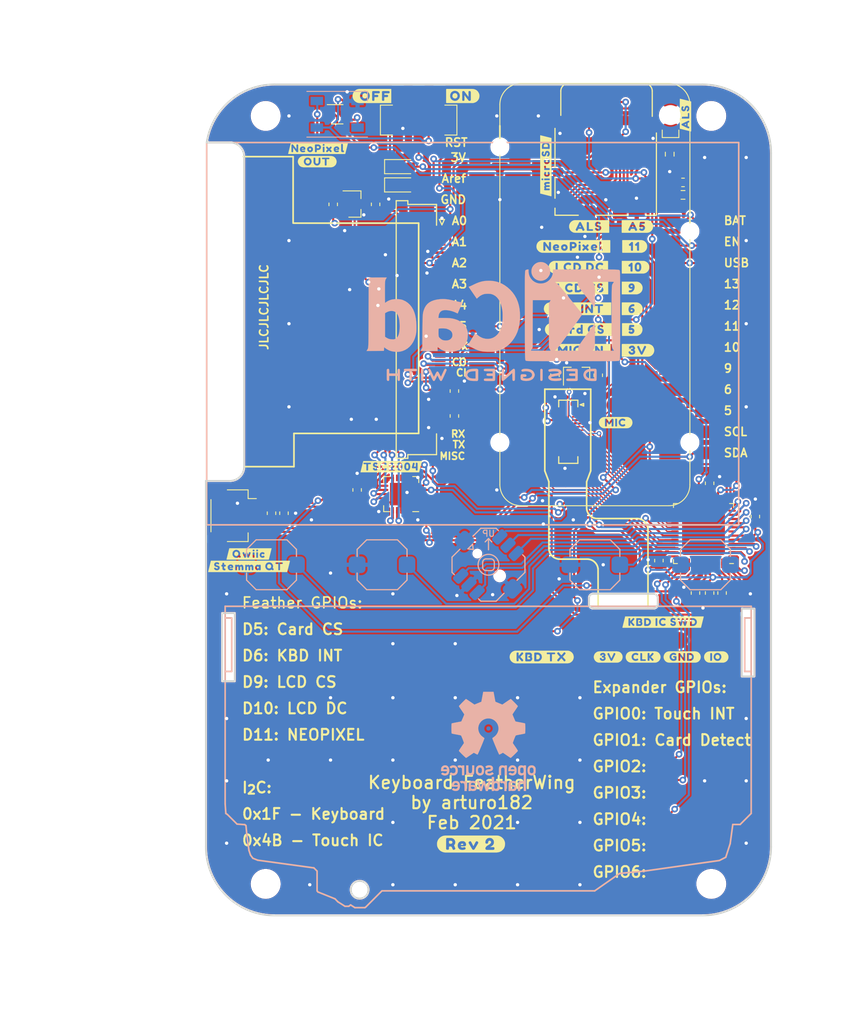
<source format=kicad_pcb>
(kicad_pcb (version 20210424) (generator pcbnew)
  (layers (0 "F.Cu" signal) (31 "B.Cu" signal) (34 "B.Paste" user) (35 "F.Paste" user) (36 "B.SilkS" user "B.Silkscreen") (37 "F.SilkS" user "F.Silkscreen") (38 "B.Mask" user) (39 "F.Mask" user) (44 "Edge.Cuts" user))
  (net 0 "")
  (net 1 "GND")
  (net 2 "+3V3")
  (net 3 "Net-(C3-Pad1)")
  (net 4 "Net-(D1-Pad4)")
  (net 5 "/CARD_DET")
  (net 6 "/CARD_CLK")
  (net 7 "/CARD_COPI")
  (net 8 "/CARD_CS")
  (net 9 "/GPIO5")
  (net 10 "/GPIO9")
  (net 11 "/LCD_CS")
  (net 12 "/GPIO10")
  (net 13 "/LCD_DC")
  (net 14 "Net-(JP4-Pad2)")
  (net 15 "/GPIO6")
  (net 16 "/GPIO11")
  (net 17 "/NEOPIXEL")
  (net 18 "Net-(Q1-Pad3)")
  (net 19 "/Keyboard/BL_CTRL")
  (net 20 "Net-(Q2-Pad3)")
  (net 21 "/LCD_BL_CTRL")
  (net 22 "Net-(R5-Pad2)")
  (net 23 "Net-(R7-Pad1)")
  (net 24 "/EN")
  (net 25 "/Keyboard/BTN_RIGHT1")
  (net 26 "/Keyboard/BTN_LEFT1")
  (net 27 "/Keyboard/BTN_RIGHT2")
  (net 28 "/Keyboard/BTN_LEFT2")
  (net 29 "Net-(TP1-Pad1)")
  (net 30 "Net-(TP3-Pad1)")
  (net 31 "/Keyboard/KBD_ROW3")
  (net 32 "/Keyboard/JOY_DOWN")
  (net 33 "/Keyboard/JOY_RIGHT")
  (net 34 "/Keyboard/JOY_LEFT")
  (net 35 "/Keyboard/JOY_CENTER")
  (net 36 "/Keyboard/JOY_UP")
  (net 37 "/Keyboard/KBD_ROW7")
  (net 38 "/Keyboard/KBD_ROW6")
  (net 39 "/Keyboard/KBD_ROW5")
  (net 40 "/Keyboard/KBD_ROW4")
  (net 41 "/Keyboard/KBD_COL5")
  (net 42 "/Keyboard/KBD_COL4")
  (net 43 "/Keyboard/KBD_COL3")
  (net 44 "/Keyboard/KBD_COL2")
  (net 45 "/Keyboard/KBD_ROW2")
  (net 46 "/Keyboard/KBD_COL1")
  (net 47 "/Keyboard/KBD_ROW1")
  (net 48 "/KBD_RESET")
  (net 49 "/TP_XP")
  (net 50 "/TP_YP")
  (net 51 "/TP_XM")
  (net 52 "/TP_YM")
  (net 53 "/KBD_INT")
  (net 54 "+5V")
  (net 55 "VBUS")
  (net 56 "+BATT")
  (net 57 "/A2")
  (net 58 "/A3")
  (net 59 "/A4")
  (net 60 "Net-(D1-Pad2)")
  (net 61 "/AREF")
  (net 62 "/A0")
  (net 63 "/TX")
  (net 64 "/A1")
  (net 65 "/RX")
  (net 66 "/A5")
  (net 67 "/GPIO13")
  (net 68 "/GPIO12")
  (net 69 "Net-(TP4-Pad1)")
  (net 70 "Net-(D2-Pad1)")
  (net 71 "/KBD_SDA")
  (net 72 "/KBD_SCL")
  (net 73 "/TP_INT")
  (net 74 "/CARD_CIPO")
  (net 75 "unconnected-(U6-Pad16)")
  (net 76 "/ALS")
  (net 81 "Net-(TP8-Pad1)")
  (net 82 "Net-(TP11-Pad1)")
  (net 83 "Net-(TP12-Pad1)")
  (net 84 "Net-(TP13-Pad1)")
  (net 85 "Net-(TP14-Pad1)")
  (footprint "Connector_JST:JST_SH_SM04B-SRSS-TB_1x04-1MP_P1.00mm_Horizontal" (layer "F.Cu") (at 108.3 98.1 -90)
    (fp_text reference "J7" hide)
    (fp_text value "Conn_Stemma_QT")
  )
  (footprint "buzzardLabel" (layer "F.Cu") (at 110.2 102.7)
    (fp_text reference "")
    (fp_text value "")
  )
  (footprint "TestPoint:TestPoint_Pad_D2.0mm" (layer "F.Cu") (at 153.8 113.1 180)
    (fp_text reference "TP9" hide)
    (fp_text value "TP_KBD_3V")
  )
  (footprint "buzzardLabel" (layer "F.Cu") (at 156.5 68.2)
    (fp_text reference "")
    (fp_text value "")
  )
  (footprint "buzzardLabel" (layer "F.Cu") (at 110.2 104.2)
    (fp_text reference "")
    (fp_text value "")
  )
  (footprint "Resistor_SMD:R_0603_1608Metric" (layer "F.Cu") (at 160.8 54.6 -90)
    (fp_text reference "R10" hide)
    (fp_text value "10K")
  )
  (footprint "MountingHole_Extra:MountingHole_3.2mm_M3_with_paste" (layer "F.Cu") (at 165.8 50)
    (fp_text reference "REF**" hide)
    (fp_text value "MountingHole_3.2mm_M3_with_paste" hide)
  )
  (footprint "Button_Switch_SMD_Extra:K3-x245S" (layer "F.Cu") (at 130.6 50.5)
    (fp_text reference "SW1" hide)
    (fp_text value "SK-3245S-Lx-B")
  )
  (footprint "buzzardLabel" (layer "F.Cu") (at 150 75.7)
    (fp_text reference "")
    (fp_text value "")
  )
  (footprint "Resistor_SMD:R_0603_1608Metric" (layer "F.Cu") (at 152.2 81.2 -90)
    (fp_text reference "R8" hide)
    (fp_text value "10K")
  )
  (footprint "buzzardLabel" (layer "F.Cu") (at 154.3 86.9)
    (fp_text reference "")
    (fp_text value "")
  )
  (footprint "Jumper:SolderJumper-2_P1.3mm_Bridged_RoundedPad1.0x1.5mm" (layer "F.Cu") (at 154.3 70.7 180)
    (fp_text reference "JP2" hide)
    (fp_text value "SB_LCD_CS" hide)
  )
  (footprint "buzzardLabel" (layer "F.Cu") (at 156.4 65.7)
    (fp_text reference "")
    (fp_text value "")
  )
  (footprint "Capacitor_SMD:C_0603_1608Metric" (layer "F.Cu") (at 123.2 95 90)
    (fp_text reference "C6" hide)
    (fp_text value "0.1uF")
  )
  (footprint "Resistor_SMD:R_0603_1608Metric" (layer "F.Cu") (at 114.4 97.8 -90)
    (fp_text reference "R2" hide)
    (fp_text value "4.7K")
  )
  (footprint "buzzardLabel" (layer "F.Cu") (at 154.6475 63.3)
    (fp_text reference "")
    (fp_text value "")
  )
  (footprint "TestPoint:TestPoint_Pad_D2.0mm" (layer "F.Cu") (at 145.4 113.1)
    (fp_text reference "TP4" hide)
    (fp_text value "TP_KBD_TX")
  )
  (footprint "buzzardLabel" (layer "F.Cu") (at 156.1 70.7)
    (fp_text reference "")
    (fp_text value "")
  )
  (footprint "Connector_EastRising:ER-CON50HT-1" (layer "F.Cu") (at 128.4 75.7 -90)
    (fp_text reference "U4" hide)
    (fp_text value "ER-TFT02X")
  )
  (footprint "TestPoint:TestPoint_Pad_D2.0mm" (layer "F.Cu") (at 118.4 57.5)
    (fp_text reference "TP5" hide)
    (fp_text value "TP_NEOPIXEL_OUT")
  )
  (footprint "buzzardLabel" (layer "F.Cu") (at 153.9 63.3)
    (fp_text reference "")
    (fp_text value "")
  )
  (footprint "Package_DFN_QFN:QFN-20-1EP_4x4mm_P0.5mm_EP2.7x2.7mm" (layer "F.Cu") (at 128.5 95.5 180)
    (fp_text reference "U3" hide)
    (fp_text value "TSC2004IR")
  )
  (footprint "Capacitor_SMD:C_0603_1608Metric" (layer "F.Cu") (at 163.9 107.4 90)
    (fp_text reference "C3" hide)
    (fp_text value "1uF")
  )
  (footprint "TestPoint:TestPoint_Pad_D2.0mm" (layer "F.Cu") (at 157.9 113.1 180)
    (fp_text reference "TP2" hide)
    (fp_text value "TP_KBD_SWCLK")
  )
  (footprint "Resistor_SMD:R_0603_1608Metric" (layer "F.Cu") (at 120.32 60.64 -90)
    (fp_text reference "R6" hide)
    (fp_text value "10K")
  )
  (footprint "Capacitor_SMD:C_0603_1608Metric" (layer "F.Cu") (at 165.6 94.2 90)
    (fp_text reference "C11" hide)
    (fp_text value "0.1uF")
  )
  (footprint "buzzardLabel" (layer "F.Cu") (at 166.4 115.1)
    (fp_text reference "")
    (fp_text value "")
  )
  (footprint "buzzardLabel" (layer "F.Cu") (at 150.1 70.7)
    (fp_text reference "")
    (fp_text value "")
  )
  (footprint "Jumper:SolderJumper-2_P1.3mm_Bridged_RoundedPad1.0x1.5mm" (layer "F.Cu") (at 154.3 73.2 180)
    (fp_text reference "JP5" hide)
    (fp_text value "SB_KBD_INT")
  )
  (footprint "buzzardLabel" (layer "F.Cu") (at 150.3 78.2)
    (fp_text reference "")
    (fp_text value "")
  )
  (footprint "Resistor_SMD:R_0603_1608Metric" (layer "F.Cu") (at 167.1 107.4 90)
    (fp_text reference "R5" hide)
    (fp_text value "1K")
  )
  (footprint "buzzardLabel" (layer "F.Cu") (at 160 110.9)
    (fp_text reference "")
    (fp_text value "")
  )
  (footprint "Connector_Hirose_Extra:BM14B(0.8)-24DS-0.4V(53)" (layer "F.Cu") (at 148.6 88 -90)
    (fp_text reference "U2" hide)
    (fp_text value "BBQ10KBD")
  )
  (footprint "TestPoint:TestPoint_Pad_D2.0mm" (layer "F.Cu") (at 160.02 140.97)
    (fp_text reference "TP14" hide)
    (fp_text value "TP_GPIO6")
  )
  (footprint "buzzardLabel" (layer "F.Cu") (at 153.4 115.1)
    (fp_text reference "")
    (fp_text value "")
  )
  (footprint "Resistor_SMD:R_0603_1608Metric" (layer "F.Cu") (at 112.9 97.8 -90)
    (fp_text reference "R1" hide)
    (fp_text value "4.7K")
  )
  (footprint "TestPoint:TestPoint_Pad_D2.0mm" (layer "F.Cu") (at 162 113.1 180)
    (fp_text reference "TP10" hide)
    (fp_text value "TP_KBD_GND")
  )
  (footprint "buzzardLabel" (layer "F.Cu") (at 149.4 65.7)
    (fp_text reference "")
    (fp_text value "")
  )
  (footprint "Resistor_SMD:R_0603_1608Metric" (layer "F.Cu") (at 147 81.2 -90)
    (fp_text reference "R4" hide)
    (fp_text value "10K")
  )
  (footprint "buzzardLabel" (layer "F.Cu") (at 127.3 92.2)
    (fp_text reference "")
    (fp_text value "")
  )
  (footprint "MountingHole_Extra:MountingHole_3.2mm_M3_with_paste" (layer "F.Cu") (at 112.2 142.4 180)
    (fp_text reference "REF**" hide)
    (fp_text value "MountingHole_3.2mm_M3_with_paste" hide)
  )
  (footprint "buzzardLabel" (layer "F.Cu") (at 136.9 137.6)
    (fp_text reference "")
    (fp_text value "")
  )
  (footprint "buzzardLabel" (layer "F.Cu") (at 125.4 47.6)
    (fp_text reference "")
    (fp_text value "")
  )
  (footprint "Capacitor_SMD:C_0603_1608Metric" (layer "F.Cu") (at 159.5 103.5 90)
    (fp_text reference "C12" hide)
    (fp_text value "0.1uF")
  )
  (footprint "Capacitor_SMD:C_0603_1608Metric" (layer "F.Cu") (at 134.9 86.1 -90)
    (fp_text reference "C5" hide)
    (fp_text value "10uF")
  )
  (footprint "Package_TO_SOT_SMD:SOT-23" (layer "F.Cu") (at 149.6 81 90)
    (fp_text reference "Q1" hide)
    (fp_text value "BSS138")
  )
  (footprint "TestPoint:TestPoint_Pad_D2.0mm" (layer "F.Cu") (at 160.02 134.62)
    (fp_text reference "TP12" hide)
    (fp_text value "TP_GPIO4")
  )
  (footprint "Jumper:SolderJumper-2_P1.3mm_Bridged_RoundedPad1.0x1.5mm" (layer "F.Cu") (at 154.3 65.7 180)
    (fp_text reference "JP6" hide)
    (fp_text value "SB_NEOPIXEL" hide)
  )
  (footprint "buzzardLabel" (layer "F.Cu") (at 156.1 73.2)
    (fp_text reference "")
    (fp_text value "")
  )
  (footprint "Resistor_SMD:R_0603_1608Metric" (layer "F.Cu") (at 162.4 58)
    (fp_text reference "R3" hide)
    (fp_text value "10K")
  )
  (footprint "Diode_SMD:D_SOD-323_HandSoldering" (layer "F.Cu") (at 128.4 58.3)
    (fp_text reference "D3" hide)
    (fp_text value "S1JHE" hide)
  )
  (footprint "buzzardLabel" (layer "F.Cu") (at 118.4 55.5)
    (fp_text reference "")
    (fp_text value "")
  )
  (footprint "TestPoint:TestPoint_Pad_D2.0mm" (layer "F.Cu") (at 160.02 128.27)
    (fp_text reference "TP8" hide)
    (fp_text value "TP_GPIO2")
  )
  (footprint "TestPoint:TestPoint_Pad_D2.0mm" (layer "F.Cu") (at 166.1 113.1 180)
    (fp_text reference "TP3" hide)
    (fp_text value "TP_KBD_SWDIO")
  )
  (footprint "buzzardLabel" (layer "F.Cu") (at 150 68.2)
    (fp_text reference "")
    (fp_text value "")
  )
  (footprint "MountingHole_Extra:MountingHole_3.2mm_M3_with_paste" (layer "F.Cu") (at 112.2 50)
    (fp_text reference "REF**" hide)
    (fp_text value "MountingHole_3.2mm_M3_with_paste" hide)
  )
  (footprint "Capacitor_SMD:C_0603_1608Metric" (layer "F.Cu") (at 171.1 98.2 90)
    (fp_text reference "C1" hide)
    (fp_text value "0.1uF")
  )
  (footprint "buzzardLabel" (layer "F.Cu") (at 156.1 75.7)
    (fp_text reference "")
    (fp_text value "")
  )
  (footprint "Package_TO_SOT_SMD:SOT-23" (layer "F.Cu") (at 122.9 60.6)
    (fp_text reference "Q2" hide)
    (fp_text value "BSS138")
  )
  (footprint "buzzardLabel" (layer "F.Cu") (at 157.6 115.1)
    (fp_text reference "")
    (fp_text value "")
  )
  (footprint "buzzardLabel" (layer "F.Cu") (at 145.4 115.1)
    (fp_text reference "")
    (fp_text value "")
  )
  (footprint "buzzardLabel" (layer "F.Cu") (at 149.9 73.2)
    (fp_text reference "")
    (fp_text value "")
  )
  (footprint "Package_TO_SOT_SMD:SOT-353_SC-70-5" (layer "F.Cu") (at 120.8 49.8)
    (fp_text reference "U8" hide)
    (fp_text value "74AHCT1G125")
  )
  (footprint "buzzardLabel" (layer "F.Cu") (at 118.5 53.9)
    (fp_text reference "")
    (fp_text value "")
  )
  (footprint "Module_Extra:FeatherWing" (layer "F.Cu") (at 151.8 71.5 -90)
    (fp_text reference "U6")
    (fp_text value "Adafruit_Feather_2X")
  )
  (footprint "Resistor_SMD:R_0603_1608Metric" (layer "F.Cu") (at 125.42 60.64 90)
    (fp_text reference "R7" hide)
    (fp_text value "10R")
  )
  (footprint "buzzardLabel" (layer "F.Cu") (at 135.7 47.6)
    (fp_text reference "")
    (fp_text value "")
  )
  (footprint "Jumper:SolderJumper-2_P1.3mm_Bridged_RoundedPad1.0x1.5mm" (layer "F.Cu") (at 154.3 68.2 180)
    (fp_text reference "JP3" hide)
    (fp_text value "SB_LCD_DC" hide)
  )
  (footprint "buzzardLabel" (layer "F.Cu") (at 162.7 49.9 90)
    (fp_text reference "")
    (fp_text value "")
  )
  (footprint "Diode_SMD:D_SOD-323_HandSoldering" (layer "F.Cu") (at 128.4 56.1)
    (fp_text reference "D2" hide)
    (fp_text value "S1JHE" hide)
  )
  (footprint "TestPoint:TestPoint_Pad_D2.0mm" (layer "F.Cu") (at 160.02 131.445)
    (fp_text reference "TP11" hide)
    (fp_text value "TP_GPIO3")
  )
  (footprint "Package_DFN_QFN:QFN-48-1EP_7x7mm_P0.5mm_EP5.15x5.15mm" (layer "F.Cu") (at 164.865 100.245 180)
    (fp_text reference "U7" hide)
    (fp_text value "ATSAMD20G16A")
  )
  (footprint "Jumper:SolderJumper-2_P1.3mm_Bridged_RoundedPad1.0x1.5mm" (layer "F.Cu") (at 154.3 75.7 180)
    (fp_text reference "JP1" hide)
    (fp_text value "SB_CARD_CS")
  )
  (footprint "Connector_Card_Extra:microSD_HC_Molex_104031-0811" (layer "F.Cu") (at 153.1 56.1 180)
    (fp_text reference "J3" hide)
    (fp_text value "Micro_SD_Card_Det")
  )
  (footprint "buzzardLabel" (layer "F.Cu") (at 156.8 78.2)
    (fp_text reference "")
    (fp_text value "")
  )
  (footprint "MountingHole_Extra:MountingHole_3.2mm_M3_with_paste" (layer "F.Cu") (at 165.8 142.4)
    (fp_text reference "REF**" hide)
    (fp_text value "MountingHole_3.2mm_M3_with_paste" hide)
  )
  (footprint "Capacitor_SMD:C_0603_1608Metric" (layer "F.Cu") (at 134.9 83.1 90)
    (fp_text reference "C4" hide)
    (fp_text value "0.1uF")
  )
  (footprint "TestPoint:TestPoint_Pad_D2.0mm" (layer "F.Cu") (at 160.02 137.795)
    (fp_text reference "TP13" hide)
    (fp_text value "TP_GPIO5")
  )
  (footprint "OptoDevice_Extra:Everlight_PT26-21C" (layer "F.Cu") (at 160.9 49.9 90)
    (fp_text reference "Q3" hide)
    (fp_text value "PT26-21C")
  )
  (footprint "Jumper:SolderJumper-2_P1.3mm_Open_RoundedPad1.0x1.5mm" (layer "F.Cu") (at 154.3 78.2 180)
    (fp_text reference "JP4" hide)
    (fp_text value "SB_MIC_VDD")
  )
  (footprint "Jumper:SolderJumper-2_P1.3mm_Bridged_RoundedPad1.0x1.5mm" (layer "F.Cu") (at 154.3 63.3 180)
    (fp_text reference "JP7" hide)
    (fp_text value "SB_ALS")
  )
  (footprint "Capacitor_SMD:C_0603_1608Metric" (layer "F.Cu") (at 165.6 107.4 -90)
    (fp_text reference "C2" hide)
    (fp_text value "10uF")
  )
  (footprint "Resistor_SMD:R_0603_1608Metric" (layer "F.Cu") (at 162.4 59.5 180)
    (fp_text reference "R9" hide)
    (fp_text value "10K")
  )
  (footprint "buzzardLabel" (layer "F.Cu") (at 145.9 56 90)
    (fp_text reference "")
    (fp_text value "")
  )
  (footprint "TestPoint:TestPoint_Pad_D2.0mm" (layer "F.Cu") (at 154.2 84.8)
    (fp_text reference "TP1" hide)
    (fp_text value "TP_MIC")
  )
  (footprint "buzzardLabel" (layer "F.Cu") (at 162.3 115.1)
    (fp_text reference "")
    (fp_text value "")
  )
  (footprint "Symbol:KiCad-Logo2_12mm_SilkScreen" (layer "B.Cu") (at 139.6 73.5 180)
    (fp_text reference "G***" hide)
    (fp_text value "LOGO" hide)
  )
  (footprint "Fiducial:Fiducial_0.5mm_Dia_1mm_Outer" (layer "B.Cu") (at 139 123.7)
    (fp_text reference "REF**" hide)
    (fp_text value "Fiducial_0.5mm_Dia_1mm_Outer" hide)
  )
  (footprint "Button_Switch_SMD_Extra:RMT-CZ66" (layer "B.Cu") (at 112.9 104)
    (fp_text reference "SW2" hide)
    (fp_text value "SW_RIGHT1")
  )
  (footprint "Button_Switch_SMD_Extra:RMT-CZ66" (layer "B.Cu") (at 126.2 104)
    (fp_text reference "SW4" hide)
    (fp_text value "SW_RIGHT2")
  )
  (footprint "Button_Switch_SMD_Extra:RMT-CZ66" (layer "B.Cu") (at 151.8 104)
    (fp_text reference "SW5" hide)
    (fp_text value "SW_LEFT2")
  )
  (footprint "Button_Switch_SMD_Extra:SF303GJ26" (layer "B.Cu") (at 139 104 -135)
    (fp_text reference "U1" hide)
    (fp_text value "5-Way_Switch")
  )
  (footprint "Symbol:OSHW-Logo_11.4x12mm_SilkScreen" (layer "B.Cu") (at 139 125.25 180)
    (fp_text reference "G***" hide)
    (fp_text value "LOGO" hide)
  )
  (footprint "Fiducial:Fiducial_0.5mm_Dia_1mm_Outer" (layer "B.Cu") (at 137.1 76.2)
    (fp_text reference "REF**" hide)
    (fp_text value "Fiducial_0.5mm_Dia_1mm_Outer" hide)
  )
  (footprint "Button_Switch_SMD_Extra:RMT-CZ66" (layer "B.Cu") (at 165.1 104)
    (fp_text reference "SW3" hide)
    (fp_text value "SW_LEFT1")
  )
  (footprint "LED_SMD:LED_WS2812B_PLCC4_5.0x5.0mm_P3.2mm" (layer "B.Cu") (at 120.8 49.8)
    (fp_text reference "D1" hide)
    (fp_text value "WS2812B")
  )
  (gr_line (start 105.1 99.2) (end 105.1 53.2) (layer "B.SilkS") (width 0.2))
  (gr_line (start 118.48064 143.368439) (end 118.381576 143.236531) (layer "B.SilkS") (width 0.2))
  (gr_line (start 167.542581 139.191144) (end 166.774544 139.582694) (layer "B.SilkS") (width 0.2))
  (gr_line (start 110.374465 138.936695) (end 110.189657 138.3764) (layer "B.SilkS") (width 0.2))
  (gr_line (start 107.322872 132.775159) (end 107.322872 116.83943) (layer "B.SilkS") (width 0.2))
  (gr_line (start 111.235345 139.545141) (end 110.65631 139.311979) (layer "B.SilkS") (width 0.2))
  (gr_line (start 169.1 53.2) (end 169.1 99.2) (layer "B.SilkS") (width 0.2))
  (gr_line (start 126.184948 143.236531) (end 124.260737 145.160743) (layer "B.SilkS") (width 0.2))
  (gr_line (start 121.735981 145.091056) (end 120.874041 144.546673) (layer "B.SilkS") (width 0.2))
  (gr_line (start 168.071637 137.561655) (end 167.542581 139.191144) (layer "B.SilkS") (width 0.2))
  (gr_line (start 169.1 99.2) (end 105.1 99.2) (layer "B.SilkS") (width 0.2))
  (gr_line (start 107.322872 110.403701) (end 108.110473 110.403701) (layer "B.SilkS") (width 0.2))
  (gr_line (start 166.774544 139.582694) (end 157.746631 140.857037) (layer "B.SilkS") (width 0.2))
  (gr_line (start 170.6 110.403701) (end 170.6 116.83943) (layer "B.SilkS") (width 0.2))
  (gr_line (start 124.260737 145.160743) (end 124.136796 145.253824) (layer "B.SilkS") (width 0.2))
  (gr_line (start 108.748551 135.200204) (end 107.594762 134.046414) (layer "B.SilkS") (width 0.2))
  (gr_line (start 168.389072 135.249423) (end 168.071637 137.561655) (layer "B.SilkS") (width 0.2))
  (gr_line (start 170.6 109) (end 170.6 110.403701) (layer "B.SilkS") (width 0.2))
  (gr_line (start 105.1 53.2) (end 169.1 53.2) (layer "B.SilkS") (width 0.2))
  (gr_line (start 120.874041 144.546673) (end 120.542356 144.198637) (layer "B.SilkS") (width 0.2))
  (gr_line (start 169.818311 116.83943) (end 170.6 116.83943) (layer "B.SilkS") (width 0.2))
  (gr_line (start 110.189657 138.3764) (end 109.952642 136.697301) (layer "B.SilkS") (width 0.2))
  (gr_line (start 120.542356 144.198637) (end 118.48064 143.368439) (layer "B.SilkS") (width 0.2))
  (gr_line (start 109.952642 136.697301) (end 109.828411 135.386667) (layer "B.SilkS") (width 0.2))
  (gr_line (start 122.197447 145.091056) (end 121.735981 145.091056) (layer "B.SilkS") (width 0.2))
  (gr_line (start 169.272334 135.249423) (end 168.389072 135.249423) (layer "B.SilkS") (width 0.2))
  (gr_line (start 170.6 133.921754) (end 169.272334 135.249423) (layer "B.SilkS") (width 0.2))
  (gr_line (start 158.18652 109) (end 170.6 109) (layer "B.SilkS") (width 0.2))
  (gr_line (start 107.594762 134.046414) (end 107.406462 133.921754) (layer "B.SilkS") (width 0.2))
  (gr_line (start 170.6 116.83943) (end 170.6 133.921754) (layer "B.SilkS") (width 0.2))
  (gr_line (start 152.190713 109) (end 158.18652 109) (layer "B.SilkS") (width 0.2))
  (gr_line (start 117.9981 140.473562) (end 111.235345 139.545141) (layer "B.SilkS") (width 0.2))
  (gr_line (start 157.746631 140.857037) (end 154.781769 141.138067) (layer "B.SilkS") (width 0.2))
  (gr_line (start 107.322872 109) (end 152.190713 109) (layer "B.SilkS") (width 0.2))
  (gr_line (start 107.322872 110.403701) (end 107.322872 109) (layer "B.SilkS") (width 0.2))
  (gr_line (start 154.781769 141.138067) (end 151.777665 143.236531) (layer "B.SilkS") (width 0.2))
  (gr_line (start 118.381576 143.236531) (end 118.381576 140.857037) (layer "B.SilkS") (width 0.2))
  (gr_line (start 107.406462 133.921754) (end 107.322872 132.775159) (layer "B.SilkS") (width 0.2))
  (gr_line (start 118.381576 140.857037) (end 117.9981 140.473562) (layer "B.SilkS") (width 0.2))
  (gr_line (start 110.65631 139.311979) (end 110.374465 138.936695) (layer "B.SilkS") (width 0.2))
  (gr_line (start 122.929606 145.253824) (end 122.414177 144.92829) (layer "B.SilkS") (width 0.2))
  (gr_line (start 122.414177 144.92829) (end 122.197447 145.091056) (layer "B.SilkS") (width 0.2))
  (gr_line (start 108.110473 110.403701) (end 108.110473 116.83943) (layer "B.SilkS") (width 0.2))
  (gr_line (start 124.136796 145.253824) (end 122.929606 145.253824) (layer "B.SilkS") (width 0.2))
  (gr_line (start 151.777665 143.236531) (end 126.184948 143.236531) (layer "B.SilkS") (width 0.2))
  (gr_line (start 107.322872 116.83943) (end 107.322872 110.403701) (layer "B.SilkS") (width 0.2))
  (gr_line (start 169.818311 110.403701) (end 169.818311 116.83943) (layer "B.SilkS") (width 0.2))
  (gr_line (start 109.687291 135.269984) (end 108.748551 135.200204) (layer "B.SilkS") (width 0.2))
  (gr_line (start 170.6 110.403701) (end 169.818311 110.403701) (layer "B.SilkS") (width 0.2))
  (gr_line (start 109.828411 135.386667) (end 109.687291 135.269984) (layer "B.SilkS") (width 0.2))
  (gr_line (start 108.110473 116.83943) (end 107.322872 116.83943) (layer "B.SilkS") (width 0.2))
  (gr_line (start 146.646728 102.943141) (end 146.534311 102.814954) (layer "F.SilkS") (width 0.2))
  (gr_line (start 152.085821 104.129724) (end 152.140626 104.291174) (layer "F.SilkS") (width 0.2))
  (gr_line (start 157.675085 98.714442) (end 157.803272 98.826859) (layer "F.SilkS") (width 0.2))
  (gr_line (start 150.904179 97.640276) (end 150.849374 97.478826) (layer "F.SilkS") (width 0.2))
  (gr_line (start 151.380407 103.42431) (end 151.533321 103.499719) (layer "F.SilkS") (width 0.2))
  (gr_line (start 146.364179 102.520276) (end 146.309374 102.358826) (layer "F.SilkS") (width 0.2))
  (gr_line (start 157.051736 98.456243) (end 157.218957 98.489505) (layer "F.SilkS") (width 0.2))
  (gr_line (start 156.881603 98.445092) (end 157.051736 98.456243) (layer "F.SilkS") (width 0.2))
  (gr_line (start 158.140626 99.411174) (end 158.173888 99.578395) (layer "F.SilkS") (width 0.2))
  (gr_line (start 152.108397 98.444908) (end 151.938264 98.433757) (layer "F.SilkS") (width 0.2))
  (gr_line (start 150.881603 103.325092) (end 151.051736 103.336243) (layer "F.SilkS") (width 0.2))
  (gr_line (start 157.915689 98.955046) (end 158.010412 99.09681) (layer "F.SilkS") (width 0.2))
  (gr_line (start 156.883084 98.442167) (end 152.110502 98.442167) (layer "F.SilkS") (width 0.2))
  (gr_line (start 151.915689 103.835046) (end 152.010412 103.97681) (layer "F.SilkS") (width 0.2))
  (gr_line (start 158.18652 109) (end 158.18652 99.745603) (layer "F.SilkS") (width 0.2))
  (gr_line (start 147.568528 103.325039) (end 150.887277 103.325039) (layer "F.SilkS") (width 0.2))
  (gr_line (start 151.803272 103.706859) (end 151.915689 103.835046) (layer "F.SilkS") (width 0.2))
  (gr_line (start 152.010412 103.97681) (end 152.085821 104.129724) (layer "F.SilkS") (width 0.2))
  (gr_line (start 158.010412 99.09681) (end 158.085821 99.249724) (layer "F.SilkS") (width 0.2))
  (gr_line (start 151.938264 98.433757) (end 151.771043 98.400495) (layer "F.SilkS") (width 0.2))
  (gr_line (start 151.675085 103.594442) (end 151.803272 103.706859) (layer "F.SilkS") (width 0.2))
  (gr_line (start 147.069593 103.22569) (end 146.916679 103.150281) (layer "F.SilkS") (width 0.2))
  (gr_line (start 150.816112 97.311605) (end 150.804961 97.141472) (layer "F.SilkS") (width 0.2))
  (gr_line (start 145.773796 92.704404) (end 146.265092 94.00784) (layer "F.SilkS") (width 0.2))
  (gr_line (start 115.6 88.2) (end 130.6 88.2) (layer "F.SilkS") (width 0.2))
  (gr_line (start 146.276112 102.191605) (end 146.264961 102.021472) (layer "F.SilkS") (width 0.2))
  (gr_line (start 146.309374 102.358826) (end 146.276112 102.191605) (layer "F.SilkS") (width 0.2))
  (gr_line (start 151.298361 82.8785) (end 145.773796 82.8785) (layer "F.SilkS") (width 0.2))
  (gr_line (start 151.298361 92.704404) (end 150.807066 94.00784) (layer "F.SilkS") (width 0.2))
  (gr_line (start 151.771043 98.400495) (end 151.609593 98.34569) (layer "F.SilkS") (width 0.2))
  (gr_line (start 157.803272 98.826859) (end 157.915689 98.955046) (layer "F.SilkS") (width 0.2))
  (gr_line (start 151.533321 103.499719) (end 151.675085 103.594442) (layer "F.SilkS") (width 0.2))
  (gr_line (start 109.6 92.2) (end 115.6 92.2) (layer "F.SilkS") (width 0.2))
  (gr_line (start 147.398264 103.313757) (end 147.231043 103.280495) (layer "F.SilkS") (width 0.2))
  (gr_line (start 151.314915 98.175558) (end 151.186728 98.063141) (layer "F.SilkS") (width 0.2))
  (gr_line (start 152.140626 104.291174) (end 152.173888 104.458395) (layer "F.SilkS") (width 0.2))
  (gr_line (start 150.807066 94.00784) (end 150.807066 97.13873) (layer "F.SilkS") (width 0.2))
  (gr_line (start 151.186728 98.063141) (end 151.074311 97.934954) (layer "F.SilkS") (width 0.2))
  (gr_line (start 109.5 54.9) (end 115.5 54.9) (layer "F.SilkS") (width 0.2))
  (gr_line (start 157.533321 98.619719) (end 157.675085 98.714442) (layer "F.SilkS") (width 0.2))
  (gr_line (start 146.916679 103.150281) (end 146.774915 103.055558) (layer "F.SilkS") (width 0.2))
  (gr_line (start 157.380407 98.54431) (end 157.533321 98.619719) (layer "F.SilkS") (width 0.2))
  (gr_line (start 151.218957 103.369505) (end 151.380407 103.42431) (layer "F.SilkS") (width 0.2))
  (gr_line (start 146.439588 102.67319) (end 146.364179 102.520276) (layer "F.SilkS") (width 0.2))
  (gr_line (start 145.773796 82.8785) (end 145.773796 92.704404) (layer "F.SilkS") (width 0.2))
  (gr_line (start 150.979588 97.79319) (end 150.904179 97.640276) (layer "F.SilkS") (width 0.2))
  (gr_line (start 130.6 88.2) (end 130.6 62.9) (layer "F.SilkS") (width 0.2))
  (gr_line (start 151.609593 98.34569) (end 151.456679 98.270281) (layer "F.SilkS") (width 0.2))
  (gr_line (start 147.231043 103.280495) (end 147.069593 103.22569) (layer "F.SilkS") (width 0.2))
  (gr_line (start 147.568397 103.324908) (end 147.398264 103.313757) (layer "F.SilkS") (width 0.2))
  (gr_line (start 158.085821 99.249724) (end 158.140626 99.411174) (layer "F.SilkS") (width 0.2))
  (gr_line (start 157.218957 98.489505) (end 157.380407 98.54431) (layer "F.SilkS") (width 0.2))
  (gr_line (start 152.190713 109) (end 152.179562 104.458343) (layer "F.SilkS") (width 0.2))
  (gr_line (start 151.051736 103.336243) (end 151.218957 103.369505) (layer "F.SilkS") (width 0.2))
  (gr_line (start 146.534311 102.814954) (end 146.439588 102.67319) (layer "F.SilkS") (width 0.2))
  (gr_line (start 151.298361 82.8785) (end 151.298361 92.704404) (layer "F.SilkS") (width 0.2))
  (gr_line (start 158.173888 99.578395) (end 158.185039 99.748528) (layer "F.SilkS") (width 0.2))
  (gr_line (start 115.6 62.9) (end 130.6 62.9) (layer "F.SilkS") (width 0.2))
  (gr_line (start 146.774915 103.055558) (end 146.646728 102.943141) (layer "F.SilkS") (width 0.2))
  (gr_line (start 115.6 92.2) (end 115.6 88.2) (layer "F.SilkS") (width 0.2))
  (gr_line (start 151.456679 98.270281) (end 151.314915 98.175558) (layer "F.SilkS") (width 0.2))
  (gr_line (start 151.074311 97.934954) (end 150.979588 97.79319) (layer "F.SilkS") (width 0.2))
  (gr_line (start 150.849374 97.478826) (end 150.816112 97.311605) (layer "F.SilkS") (width 0.2))
  (gr_line (start 115.5 54.9) (end 115.5 62.9) (layer "F.SilkS") (width 0.2))
  (gr_line (start 146.265092 94.00784) (end 146.265092 102.021603) (layer "F.SilkS") (width 0.2))
  (gr_line (start 169.475 117.425) (end 169.475 109.3) (layer "Edge.Cuts") (width 0.2))
  (gr_line (start 170.975 117.425) (end 169.475 117.425) (layer "Edge.Cuts") (width 0.2))
  (gr_arc (start 113.25 54.45) (end 113.25 46.2) (angle -81.29506615) (layer "Edge.Cuts") (width 0.2))
  (gr_line (start 105 137.95) (end 105 93.9) (layer "Edge.Cuts") (width 0.2))
  (gr_line (start 151.1 108) (end 151.1 108.75) (layer "Edge.Cuts") (width 0.2))
  (gr_line (start 106.975 118) (end 106.975 109.825) (layer "Edge.Cuts") (width 0.2))
  (gr_line (start 106.975 109.825) (end 108.475 109.825) (layer "Edge.Cuts") (width 0.2))
  (gr_line (start 109.6 92.2) (end 109.6 54.9) (layer "Edge.Cuts") (width 0.2))
  (gr_arc (start 107.9 92.2) (end 107.9 93.9) (angle -90) (layer "Edge.Cuts") (width 0.2))
  (gr_line (start 105 93.9) (end 107.9 93.9) (layer "Edge.Cuts") (width 0.2))
  (gr_arc (start 158.85 108) (end 159.35 108) (angle -90) (layer "Edge.Cuts") (width 0.2))
  (gr_arc (start 113.25 137.95) (end 105 137.95) (angle -90) (layer "Edge.Cuts") (width 0.2))
  (gr_line (start 164.75 146.2) (end 113.25 146.2) (layer "Edge.Cuts") (width 0.2))
  (gr_line (start 169.475 109.3) (end 170.975 109.3) (layer "Edge.Cuts") (width 0.2))
  (gr_line (start 151.6 109.25) (end 158.85 109.25) (layer "Edge.Cuts") (width 0.2))
  (gr_line (start 170.975 109.3) (end 170.975 117.425) (layer "Edge.Cuts") (width 0.2))
  (gr_line (start 159.35 108.75) (end 159.35 108) (layer "Edge.Cuts") (width 0.2))
  (gr_arc (start 158.85 108.75) (end 158.85 109.25) (angle -90) (layer "Edge.Cuts") (width 0.2))
  (gr_arc (start 107.9 54.9) (end 109.6 54.9) (angle -90) (layer "Edge.Cuts") (width 0.2))
  (gr_line (start 108.475 118) (end 106.975 118) (layer "Edge.Cuts") (width 0.2))
  (gr_line (start 113.25 46.2) (end 164.75 46.2) (layer "Edge.Cuts") (width 0.2))
  (gr_arc (start 151.6 108) (end 151.6 107.5) (angle -90) (layer "Edge.Cuts") (width 0.2))
  (gr_line (start 173 54.45) (end 173 137.95) (layer "Edge.Cuts") (width 0.2))
  (gr_line (start 105.095033 53.201396) (end 107.9 53.2) (layer "Edge.Cuts") (width 0.2))
  (gr_circle (center 123.5 143.1) (end 122.45 143.1) (layer "Edge.Cuts") (width 0.2) (fill none))
  (gr_line (start 158.85 107.5) (end 151.6 107.5) (layer "Edge.Cuts") (width 0.2))
  (gr_line (start 108.475 109.825) (end 108.475 118) (layer "Edge.Cuts") (width 0.2))
  (gr_arc (start 164.75 137.95) (end 164.75 146.2) (angle -90) (layer "Edge.Cuts") (width 0.2))
  (gr_arc (start 151.6 108.75) (end 151.1 108.75) (angle -90) (layer "Edge.Cuts") (width 0.2))
  (gr_arc (start 164.75 54.45) (end 173 54.45) (angle -90) (layer "Edge.Cuts") (width 0.2))
  (gr_text "SCL" (at 167.2 88) (layer "F.SilkS") (effects (font (size 1 1) (thickness 0.2)) (justify left)))
  (gr_text "D9: LCD CS" (at 109.22 118.11) (layer "F.SilkS") (effects (font (size 1.3 1.3) (thickness 0.25)) (justify left)))
  (gr_text "A2" (at 136.544 67.691) (layer "F.SilkS") (effects (font (size 1 1) (thickness 0.2)) (justify right)))
  (gr_text "USB" (at 167.2 67.68) (layer "F.SilkS") (effects (font (size 1 1) (thickness 0.2)) (justify left)))
  (gr_text "GND" (at 136.417 60.071) (layer "F.SilkS") (effects (font (size 1 1) (thickness 0.2)) (justify right)))
  (gr_text "BAT" (at 167.2 62.6) (layer "F.SilkS") (effects (font (size 1 1) (thickness 0.2)) (justify left)))
  (gr_text "6" (at 167.2 82.92) (layer "F.SilkS") (effects (font (size 1 1) (thickness 0.2)) (justify left)))
  (gr_text "SCK" (at 135.3 77.7) (layer "F.SilkS") (effects (font (size 0.85 0.85) (thickness 0.2))))
  (gr_text "A5" (at 136.544 75.311) (layer "F.SilkS") (effects (font (size 1 1) (thickness 0.2)) (justify right)))
  (gr_text "MISC" (at 136.3 90.932) (layer "F.SilkS") (effects (font (size 0.85 0.85) (thickness 0.2)) (justify right)))
  (gr_text "0x4B - Touch IC" (at 109.22 137.16) (layer "F.SilkS") (effects (font (size 1.3 1.3) (thickness 0.25)) (justify left)))
  (gr_text "RST" (at 136.6 53.2) (layer "F.SilkS") (effects (font (size 1 1) (thickness 0.2)) (justify right)))
  (gr_text "10" (at 167.2 77.84) (layer "F.SilkS") (effects (font (size 1 1) (thickness 0.2)) (justify left)))
  (gr_text "Expander GPIOs:\n" (at 151.384 118.745) (layer "F.SilkS") (effects (font (size 1.3 1.3) (thickness 0.25)) (justify left)))
  (gr_text "TX" (at 136.3 89.535) (layer "F.SilkS") (effects (font (size 0.85 0.85) (thickness 0.2)) (justify right)))
  (gr_text "3V" (at 136.4 55) (layer "F.SilkS") (effects (font (size 1 1) (thickness 0.2)) (justify right)))
  (gr_text "CO" (at 136.5 79.63) (layer "F.SilkS") (effects (font (size 0.85 0.85) (thickness 0.2)) (justify right)))
  (gr_text "JLCJLCJLCJLC" (at 112 73 90) (layer "F.SilkS") (effects (font (size 1 1) (thickness 0.2))))
  (gr_text "GPIO0: Touch INT" (at 151.384 121.92) (layer "F.SilkS") (effects (font (size 1.3 1.3) (thickness 0.25)) (justify left)))
  (gr_text "A4" (at 136.544 72.771) (layer "F.SilkS") (effects (font (size 1 1) (thickness 0.2)) (justify right)))
  (gr_text "A3" (at 136.544 70.231) (layer "F.SilkS") (effects (font (size 1 1) (thickness 0.2)) (justify right)))
  (gr_text "SDA" (at 167.2 90.54) (layer "F.SilkS") (effects (font (size 1 1) (thickness 0.2)) (justify left)))
  (gr_text "0x1F - Keyboard" (at 109.22 133.985) (layer "F.SilkS") (effects (font (size 1.3 1.3) (thickness 0.25)) (justify left)))
  (gr_text "CI" (at 136.5 80.9) (layer "F.SilkS") (effects (font (size 0.85 0.85) (thickness 0.2)) (justify right)))
  (gr_text "A1" (at 136.544 65.151) (layer "F.SilkS") (effects (font (size 1 1) (thickness 0.2)) (justify right)))
  (gr_text "GPIO5:" (at 151.384 137.795) (layer "F.SilkS") (effects (font (size 1.3 1.3) (thickness 0.25)) (justify left)))
  (gr_text "EN" (at 167.2 65.14) (layer "F.SilkS") (effects (font (size 1 1) (thickness 0.2)) (justify left)))
  (gr_text "12" (at 167.2 72.76) (layer "F.SilkS") (effects (font (size 1 1) (thickness 0.2)) (justify left)))
  (gr_text "D6: KBD INT" (at 109.22 114.935) (layer "F.SilkS") (effects (font (size 1.3 1.3) (thickness 0.25)) (justify left)))
  (gr_text "Keyboard FeatherWing\nby arturo182\nFeb 2021" (at 136.980522 132.616288) (layer "F.SilkS") (effects (font (size 1.5 1.5) (thickness 0.25))))
  (gr_text "11" (at 167.2 75.3) (layer "F.SilkS") (effects (font (size 1 1) (thickness 0.2)) (justify left)))
  (gr_text "D5: Card CS" (at 109.22 111.76) (layer "F.SilkS") (effects (font (size 1.3 1.3) (thickness 0.25)) (justify left)))
  (gr_text "D11: NEOPIXEL" (at 109.22 124.46) (layer "F.SilkS") (effects (font (size 1.3 1.3) (thickness 0.25)) (justify left)))
  (gr_text "A0" (at 136.544 62.611) (layer "F.SilkS") (effects (font (size 1 1) (thickness 0.2)) (justify right)))
  (gr_text "D10: LCD DC" (at 109.22 121.285) (layer "F.SilkS") (effects (font (size 1.3 1.3) (thickness 0.25)) (justify left)))
  (gr_text "GPIO1: Card Detect" (at 151.384 125.095) (layer "F.SilkS") (effects (font (size 1.3 1.3) (thickness 0.25)) (justify left)))
  (gr_text "5" (at 167.2 85.46) (layer "F.SilkS") (effects (font (size 1 1) (thickness 0.2)) (justify left)))
  (gr_text "GPIO3:" (at 151.384 131.445) (layer "F.SilkS") (effects (font (size 1.3 1.3) (thickness 0.25)) (justify left)))
  (gr_text "Feather GPIOs:" (at 109.22 108.585) (layer "F.SilkS") (effects (font (size 1.3 1.3) (thickness 0.2)) (justify left)))
  (gr_text "GPIO2:" (at 151.384 128.27) (layer "F.SilkS") (effects (font (size 1.3 1.3) (thickness 0.25)) (justify left)))
  (gr_text "13" (at 167.2 70.22) (layer "F.SilkS") (effects (font (size 1 1) (thickness 0.2)) (justify left)))
  (gr_text "9" (at 167.2 80.38) (layer "F.SilkS") (effects (font (size 1 1) (thickness 0.2)) (justify left)))
  (gr_text "RX" (at 136.3 88.265) (layer "F.SilkS") (effects (font (size 0.85 0.85) (thickness 0.2)) (justify right)))
  (gr_text "GPIO6:" (at 151.384 140.97) (layer "F.SilkS") (effects (font (size 1.3 1.3) (thickness 0.25)) (justify left)))
  (gr_text "Aref" (at 136.417 57.531) (layer "F.SilkS") (effects (font (size 1 1) (thickness 0.2)) (justify right)))
  (gr_text "I_{2}C:" (at 109.22 130.81) (layer "F.SilkS") (effects (font (size 1.3 1.3) (thickness 0.25)) (justify left)))
  (gr_text "GPIO4:" (at 151.384 134.62) (layer "F.SilkS") (effects (font (size 1.3 1.3) (thickness 0.25)) (justify left)))
  (segment (start 156.83 61.475) (end 156.83 59.93) (width 0.25) (layer "F.Cu") (net 1))
  (segment (start 151.725 61.475) (end 153.112653 60.087347) (width 0.25) (layer "F.Cu") (net 1))
  (segment (start 127.5 93.55) (end 127.5 94.5) (width 0.25) (layer "F.Cu") (net 1))
  (segment (start 165.115 96.8075) (end 165.115 96.015) (width 0.25) (layer "F.Cu") (net 1))
  (segment (start 126.55 96.5) (end 127.5 96.5) (width 0.25) (layer "F.Cu") (net 1))
  (segment (start 150.55 82.05) (end 150.55 82) (width 0.25) (layer "F.Cu") (net 1))
  (segment (start 132.050132 68.449868) (end 131.6 68.9) (width 0.25) (layer "F.Cu") (net 1))
  (segment (start 147.36 60.5) (end 147.36 59.24) (width 0.25) (layer "F.Cu") (net 1))
  (segment (start 148.4 79.7) (end 147.6875 80.4125) (width 0.25) (layer "F.Cu") (net 1))
  (segment (start 147.6875 80.4125) (end 147 80.4125) (width 0.25) (layer "F.Cu") (net 1))
  (segment (start 155.47 50.57) (end 155.47 50.03) (width 0.25) (layer "F.Cu") (net 1))
  (segment (start 142.529 60.07) (end 140.37 60.07) (width 0.25) (layer "F.Cu") (net 1))
  (segment (start 171.605 100.995) (end 172.3 100.3) (width 0.25) (layer "F.Cu") (net 1))
  (segment (start 165.115 96.015) (end 164.7 95.6) (width 0.25) (layer "F.Cu") (net 1))
  (segment (start 164.1 106.4125) (end 163.9 106.6125) (width 0.25) (layer "F.Cu") (net 1))
  (segment (start 132.149868 84.449868) (end 131.8 84.1) (width 0.25) (layer "F.Cu") (net 1))
  (segment (start 156.83 59.93) (end 156.8 59.9) (width 0.25) (layer "F.Cu") (net 1))
  (segment (start 160.8 55.425) (end 160.8 56.7) (width 0.25) (layer "F.Cu") (net 1))
  (segment (start 132.050132 65.949868) (end 131.7 66.3) (width 0.25) (layer "F.Cu") (net 1))
  (segment (start 168.3025 100.995) (end 171.605 100.995) (width 0.25) (layer "F.Cu") (net 1))
  (segment (start 133.2 65.949868) (end 132.050132 65.949868) (width 0.25) (layer "F.Cu") (net 1))
  (segment (start 164.7 95.6) (end 164.665714 95.6) (width 0.25) (layer "F.Cu") (net 1))
  (segment (start 127.5 96.5) (end 128.5 95.5) (width 0.25) (layer "F.Cu") (net 1))
  (segment (start 155.94998 49.55002) (end 156.04998 49.55002) (width 0.25) (layer "F.Cu") (net 1))
  (segment (start 129.5 93.55) (end 129.5 94.5) (width 0.25) (layer "F.Cu") (net 1))
  (segment (start 164.1 105.976076) (end 164.1 106.4125) (width 0.25) (layer "F.Cu") (net 1))
  (segment (start 129 95.5) (end 129.2 95.3) (width 0.25) (layer "F.Cu") (net 1))
  (segment (start 164.615 105.461076) (end 164.1 105.976076) (width 0.25) (layer "F.Cu") (net 1))
  (segment (start 161.4275 102.495) (end 159.7175 102.495) (width 0.25) (layer "F.Cu") (net 1))
  (segment (start 129.5 94.5) (end 128.5 95.5) (width 0.25) (layer "F.Cu") (net 1))
  (segment (start 133.2 84.449868) (end 132.149868 84.449868) (width 0.25) (layer "F.Cu") (net 1))
  (segment (start 165.6 93.4125) (end 166.7875 93.4125) (width 0.25) (layer "F.Cu") (net 1))
  (segment (start 171.1 97.4125) (end 171.1 96.1) (width 0.25) (layer "F.Cu") (net 1))
  (segment (start 159.7175 102.495) (end 159.5 102.7125) (width 0.25) (layer "F.Cu") (net 1))
  (segment (start 128.5 97.45) (end 128.5 95.5) (width 0.25) (layer "F.Cu") (net 1))
  (segment (start 121.9 61.55) (end 121.9 63.6) (width 0.25) (layer "F.Cu") (net 1))
  (segment (start 155.47 50.03) (end 155.94998 49.55002) (width 0.25) (layer "F.Cu") (net 1))
  (segment (start 138.211 60.07) (end 140.37 60.07) (width 0.25) (layer "F.Cu") (net 1))
  (segment (start 150.86 61.475) (end 151.725 61.475) (width 0.25) (layer "F.Cu") (net 1))
  (segment (start 150.6 82.1) (end 150.55 82.05) (width 0.25) (layer "F.Cu") (net 1))
  (segment (start 166.7875 93.4125) (end 166.8 93.4) (width 0.25) (layer "F.Cu") (net 1))
  (segment (start 150.6 83.4) (end 150.6 82.1) (width 0.25) (layer "F.Cu") (net 1))
  (segment (start 147.36 59.24) (end 147.4 59.2) (width 0.25) (layer "F.Cu") (net 1))
  (segment (start 164.615 103.6825) (end 164.615 105.461076) (width 0.25) (layer "F.Cu") (net 1))
  (segment (start 121.9 63.6) (end 121.7 63.8) (width 0.25) (layer "F.Cu") (net 1))
  (segment (start 128.5 95.5) (end 129 95.5) (width 0.25) (layer "F.Cu") (net 1))
  (segment (start 133.2 68.449868) (end 132.050132 68.449868) (width 0.25) (layer "F.Cu") (net 1))
  (segment (start 127.5 94.5) (end 128.5 95.5) (width 0.25) (layer "F.Cu") (net 1))
  (segment (start 164.665714 95.6) (end 164.503234 95.43752) (width 0.25) (layer "F.Cu") (net 1))
  (segment (start 156.04998 49.55002) (end 156.6 49) (width 0.25) (layer "F.Cu") (net 1))
  (via (at 121.7 63.8) (size 0.8) (drill 0.4) (layers "F.Cu" "B.Cu") (net 1))
  (via (at 158.8 52.7) (size 0.8) (drill 0.4) (layers "F.Cu" "B.Cu") (net 1))
  (via (at 120 105) (size 0.8) (drill 0.4) (layers "F.Cu" "B.Cu") (net 1))
  (via (at 150 120) (size 0.8) (drill 0.4) (layers "F.Cu" "B.Cu") (net 1))
  (via (at 122.3 70.9) (size 0.8) (drill 0.4) (layers "F.Cu" "B.Cu") (net 1))
  (via (at 150 135) (size 0.8) (drill 0.4) (layers "F.Cu" "B.Cu") (net 1))
  (via (at 139.5 107.6) (size 0.8) (drill 0.4) (layers "F.Cu" "B.Cu") (net 1))
  (via (at 120 127.5) (size 0.8) (drill 0.4) (layers "F.Cu" "B.Cu") (net 1))
  (via (at 140 95) (size 0.8) (drill 0.4) (layers "F.Cu" "B.Cu") (net 1))
  (via (at 160.8 56.7) (size 0.8) (drill 0.4) (layers "F.Cu" "B.Cu") (net 1))
  (via (at 115 50) (size 0.8) (drill 0.4) (layers "F.Cu" "B.Cu") (net 1))
  (via (at 131.8 84.1) (size 0.8) (drill 0.4) (layers "F.Cu" "B.Cu") (net 1))
  (via (at 107.5 137.5) (size 0.8) (drill 0.4) (layers "F.Cu" "B.Cu") (net 1))
  (via (at 136.1 81.9) (size 0.8) (drill 0.4) (layers "F.Cu" "B.Cu") (net 1))
  (via (at 133.4 88.8) (size 0.8) (drill 0.4) (layers "F.Cu" "B.Cu") (net 1))
  (via (at 127.5 107.5) (size 0.8) (drill 0.4) (layers "F.Cu" "B.Cu") (net 1))
  (via (at 149.2 98.6) (size 0.8) (drill 0.4) (layers "F.Cu" "B.Cu") (net 1))
  (via (at 142.5 120) (size 0.8) (drill 0.4) (layers "F.Cu" "B.Cu") (net 1))
  (via (at 130.5 93.5) (size 0.8) (drill 0.4) (layers "F.Cu" "B.Cu") (net 1))
  (via (at 115 85) (size 0.8) (drill 0.4) (layers "F.Cu" "B.Cu") (net 1))
  (via (at 156.8 59.9) (size 0.8) (drill 0.4) (layers "F.Cu" "B.Cu") (net 1))
  (via (at 150.6 64.5) (size 0.8) (drill 0.4) (layers "F.Cu" "B.Cu") (net 1))
  (via (at 151.2 86.9) (size 0.8) (drill 0.4) (layers "F.Cu" "B.Cu") (net 1))
  (via (at 170 137.5) (size 0.8) (drill 0.4) (layers "F.Cu" "B.Cu") (net 1))
  (via (at 150.6 83.4) (size 0.8) (drill 0.4) (layers "F.Cu" "B.Cu") (net 1))
  (via (at 127 60) (size 0.8) (drill 0.4) (layers "F.Cu" "B.Cu") (net 1))
  (via (at 166.8 93.4) (size 0.8) (drill 0.4) (layers "F.Cu" "B.Cu") (net 1))
  (via (at 127.5 142.5) (size 0.8) (drill 0.4) (layers "F.Cu" "B.Cu") (net 1))
  (via (at 145.4 63.4) (size 0.8) (drill 0.4) (layers "F.Cu" "B.Cu") (net 1))
  (via (at 145.5 96.3) (size 0.8) (drill 0.4) (layers "F.Cu" "B.Cu") (net 1))
  (via (at 135 127.5) (size 0.8) (drill 0.4) (layers "F.Cu" "B.Cu") (net 1))
  (via (at 135 113.5) (size 0.8) (drill 0.4) (layers "F.Cu" "B.Cu") (net 1))
  (via (at 147.6 52.1) (size 0.8) (drill 0.4) (layers "F.Cu" "B.Cu") (net 1))
  (via (at 147.4 59.2) (size 0.8) (drill 0.4) (layers "F.Cu" "B.Cu") (net 1))
  (via (at 135 120) (size 0.8) (drill 0.4) (layers "F.Cu" "B.Cu") (net 1))
  (via (at 127.5 120) (size 0.8) (drill 0.4) (layers "F.Cu" "B.Cu") (net 1))
  (via (at 170 65) (size 0.8) (drill 0.4) (layers "F.Cu" "B.Cu") (net 1))
  (via (at 142.5 135) (size 0.8) (drill 0.4) (layers "F.Cu" "B.Cu") (net 1))
  (via (at 170 130) (size 0.8) (drill 0.4) (layers "F.Cu" "B.Cu") (net 1))
  (via (at 170 122.5) (size 0.8) (drill 0.4) (layers "F.Cu" "B.Cu") (net 1))
  (via (at 148.4 79.7) (size 0.8) (drill 0.4) (layers "F.Cu" "B.Cu") (net 1))
  (via (at 115 75) (size 0.8) (drill 0.4) (layers "F.Cu" "B.Cu") (net 1))
  (via (at 128.7 51.5) (size 0.8) (drill 0.4) (layers "F.Cu" "B.Cu") (net 1))
  (via (at 127.5 113.5) (size 0.8) (drill 0.4) (layers "F.Cu" "B.Cu") (net 1))
  (via (at 142.5 127.5) (size 0.8) (drill 0.4) (layers "F.Cu" "B.Cu") (net 1))
  (via (at 125.8 97.6) (size 0.8) (drill 0.4) (layers "F.Cu" "B.Cu") (net 1))
  (via (at 117.7 98.6) (size 0.8) (drill 0.4) (layers "F.Cu" "B.Cu") (net 1))
  (via (at 123.2 93) (size 0.8) (drill 0.4) (layers "F.Cu" "B.Cu") (net 1))
  (via (at 170 85) (size 0.8) (drill 0.4) (layers "F.Cu" "B.Cu") (net 1))
  (via (at 170 55) (size 0.8) (drill 0.4) (layers "F.Cu" "B.Cu") (net 1))
  (via (at 135 142.5) (size 0.8) (drill 0.4) (layers "F.Cu" "B.Cu") (net 1))
  (via (at 145.6 99.1) (size 0.8) (drill 0.4) (layers "F.Cu" "B.Cu") (net 1))
  (via (at 107.5 122.5) (size 0.8) (drill 0.4) (layers "F.Cu" "B.Cu") (net 1))
  (via (at 158.2 103.4) (size 0.8) (drill 0.4) (layers "F.Cu" "B.Cu") (net 1))
  (via (at 165 130) (size 0.8) (drill 0.4) (layers "F.Cu" "B.Cu") (net 1))
  (via (at 131.6 68.9) (size 0.8) (drill 0.4) (layers "F.Cu" "B.Cu") (net 1))
  (via (at 165 55) (size 0.8) (drill 0.4) (layers "F.Cu" "B.Cu") (net 1))
  (via (at 108.8 96.6) (size 0.8) (drill 0.4) (layers "F.Cu" "B.Cu") (net 1))
  (via (at 170 75) (size 0.8) (drill 0.4) (layers "F.Cu" "B.Cu") (net 1))
  (via (at 170.5 107.5) (size 0.8) (drill 0.4) (layers "F.Cu" "B.Cu") (net 1))
  (via (at 140.37 60.07) (size 0.8) (drill 0.4) (layers "F.Cu" "B.Cu") (net 1))
  (via (at 147.5 105.7) (size 0.8) (drill 0.4) (layers "F.Cu" "B.Cu") (net 1))
  (via (at 131.5 76.5) (size 0.8) (drill 0.4) (layers "F.Cu" "B.Cu") (net 1))
  (via (at 153.112653 60.087347) (size 0.8) (drill 0.4) (layers "F.Cu" "B.Cu") (net 1))
  (via (at 127.5 135) (size 0.8) (drill 0.4) (layers "F.Cu" "B.Cu") (net 1))
  (via (at 171.1 96.1) (size 0.8) (drill 0.4) (layers "F.Cu" "B.Cu") (net 1))
  (via (at 150 127.5) (size 0.8) (drill 0.4) (layers "F.Cu" "B.Cu") (net 1))
  (via (at 122.5 86.5) (size 0.8) (drill 0.4) (layers "F.Cu" "B.Cu") (net 1))
  (via (at 145 50) (size 0.8) (drill 0.4) (layers "F.Cu" "B.Cu") (net 1))
  (via (at 125.5 86.5) (size 0.8) (drill 0.4) (layers "F.Cu" "B.Cu") (net 1))
  (via (at 145.3 68.6) (size 0.8) (drill 0.4) (layers "F.Cu" "B.Cu") (net 1))
  (via (at 145.1 75.7) (size 0.8) (drill 0.4) (layers "F.Cu" "B.Cu") (net 1))
  (via (at 131.7 66.3) (size 0.8) (drill 0.4) (layers "F.Cu" "B.Cu") (net 1))
  (via (at 115 65) (size 0.8) (drill 0.4) (layers "F.Cu" "B.Cu") (net 1))
  (via (at 112.5 127.5) (size 0.8) (drill 0.4) (layers "F.Cu" "B.Cu") (net 1))
  (via (at 149.7 67) (size 0.8) (drill 0.4) (layers "F.Cu" "B.Cu") (net 1))
  (via (at 122 47.1) (size 0.8) (drill 0.4) (layers "F.Cu" "B.Cu") (net 1))
  (via (at 115.8 97.8) (size 0.8) (drill 0.4) (layers "F.Cu" "B.Cu") (net 1))
  (via (at 117.5 142.5) (size 0.8) (drill 0.4) (layers "F.Cu" "B.Cu") (net 1))
  (via (at 148.2 92.4) (size 0.8) (drill 0.4) (layers "F.Cu" "B.Cu") (net 1))
  (via (at 129.2 95.3) (size 0.8) (drill 0.4) (layers "F.Cu" "B.Cu") (net 1))
  (via (at 125.7 72.8) (size 0.8) (drill 0.4) (layers "F.Cu" "B.Cu") (net 1))
  (via (at 133.4 62.3) (size 0.8) (drill 0.4) (layers "F.Cu" "B.Cu") (net 1))
  (via (at 107.5 107.5) (size 0.8) (drill 0.4) (layers "F.Cu" "B.Cu") (net 1))
  (via (at 130.5 98.6) (size 0.8) (drill 0.4) (layers "F.Cu" "B.Cu") (net 1))
  (via (at 135.2 107.7) (size 0.8) (drill 0.4) (layers "F.Cu" "B.Cu") (net 1))
  (via (at 150 142.5) (size 0.8) (drill 0.4) (layers "F.Cu" "B.Cu") (net 1))
  (via (at 164.8 109.2) (size 0.8) (drill 0.4) (layers "F.Cu" "B.Cu") (net 1))
  (via (at 152.8 104) (size 0.8) (drill 0.4) (layers "F.Cu" "B.Cu") (net 1))
  (via (at 128 69.2) (size 0.8) (drill 0.4) (layers "F.Cu" "B.Cu") (net 1))
  (via (at 147 83.8) (size 0.8) (drill 0.4) (layers "F.Cu" "B.Cu") (net 1))
  (via (at 107.5 130) (size 0.8) (drill 0.4) (layers "F.Cu" "B.Cu") (net 1))
  (via (at 162.5 106.7) (size 0.8) (drill 0.4) (layers "F.Cu" "B.Cu") (net 1))
  (via (at 127.5 127.5) (size 0.8) (drill 0.4) (layers "F.Cu" "B.Cu") (net 1))
  (via (at 131.8 87.5) (size 0.8) (drill 0.4) (layers "F.Cu" "B.Cu") (net 1))
  (via (at 126.6 66.7) (size 0.8) (drill 0.4) (layers "F.Cu" "B.Cu") (net 1))
  (via (at 120 120) (size 0.8) (drill 0.4) (layers "F.Cu" "B.Cu") (net 1))
  (via (at 124 61.9) (size 0.8) (drill 0.4) (layers "F.Cu" "B.Cu") (net 1))
  (via (at 142.5 142.5) (size 0.8) (drill 0.4) (layers "F.Cu" "B.Cu") (net 1))
  (via (at 140 50) (size 0.8) (drill 0.4) (layers "F.Cu" "B.Cu") (net 1))
  (segment (start 165.985 105.515) (end 165.615 105.145) (width 0.25) (layer "F.Cu") (net 2))
  (segment (start 152.2125 81.9875) (end 153.00002 81.19998) (width 0.25) (layer "F.Cu") (net 2))
  (segment (start 160.705 102.995) (end 160.5 103.2) (width 0.25) (layer "F.Cu") (net 2))
  (segment (start 145.9 79.5) (end 147 78.4) (width 0.25) (layer "F.Cu") (net 2))
  (segment (start 125.6 94.5) (end 126.55 94.5) (width 0.25) (layer "F.Cu") (net 2))
  (segment (start 165.6 106.6125) (end 165.6 105.9) (width 0.25) (layer "F.Cu") (net 2))
  (segment (start 160.5 48.1) (end 161 47.6) (width 0.25) (layer "F.Cu") (net 2))
  (segment (start 134.9 84.6) (end 135.7 84.6) (width 0.25) (layer "F.Cu") (net 2))
  (segment (start 134.149868 83.949868) (end 134.250132 83.949868) (width 0.25) (layer "F.Cu") (net 2))
  (segment (start 133.2 83.449868) (end 134.075 83.449868) (width 0.25) (layer "F.Cu") (net 2))
  (segment (start 133.2 63.449868) (end 134.075 63.449868) (width 0.25) (layer "F.Cu") (net 2))
  (segment (start 134.4 66.124868) (end 134.075 66.449868) (width 0.25) (layer "F.Cu") (net 2))
  (segment (start 152.590129 77.774989) (end 152.590129 77.609871) (width 0.25) (layer "F.Cu") (net 2))
  (segment (start 134.060002 80.449868) (end 134.4 80.10987) (width 0.25) (layer "F.Cu") (net 2))
  (segment (start 144.7 86.5) (end 144.99998 86.5) (width 0.25) (layer "F.Cu") (net 2))
  (segment (start 153.7 49.1) (end 155.798002 49.1) (width 0.25) (layer "F.Cu") (net 2))
  (segment (start 129.5 98.473017) (end 128.548006 99.425011) (width 0.25) (layer "F.Cu") (net 2))
  (segment (start 164.3 94.6) (end 164.6875 94.9875) (width 0.25) (layer "F.Cu") (net 2))
  (segment (start 131.5 82.7) (end 131.749868 82.949868) (width 0.25) (layer "F.Cu") (net 2))
  (segment (start 134.250132 83.949868) (end 134.837632 83.949868) (width 0.25) (layer "F.Cu") (net 2))
  (segment (start 144.7 86.5) (end 144.5 86.7) (width 0.25) (layer "F.Cu") (net 2))
  (segment (start 153.27 50.57) (end 153.27 52.08) (width 0.25) (layer "F.Cu") (net 2))
  (segment (start 162.6 57.4125) (end 163.1875 58) (width 0.25) (layer "F.Cu") (net 2))
  (segment (start 125.8 95) (end 125.6 94.8) (width 0.25) (layer "F.Cu") (net 2))
  (segment (start 166 110) (end 159.5 110) (width 0.25) (layer "F.Cu") (net 2))
  (segment (start 134.837632 83.949868) (end 134.9 83.8875) (width 0.25) (layer "F.Cu") (net 2))
  (segment (start 159.5125 104.3) (end 159.5 104.2875) (width 0.25) (layer "F.Cu") (net 2))
  (segment (start 134.9 85.3125) (end 134.9 84.6) (width 0.25) (layer "F.Cu") (net 2))
  (segment (start 160.5 103.2) (end 160.5 104.1) (width 0.25) (layer "F.Cu") (net 2))
  (segment (start 129.5 97.45) (end 129.5 98.473017) (width 0.25) (layer "F.Cu") (net 2))
  (segment (start 149.4 110) (end 154.5 110) (width 0.25) (layer "F.Cu") (net 2))
  (segment (start 112.9 97.0125) (end 114.4 97.0125) (width 0.25) (layer "F.Cu") (net 2))
  (segment (start 133.2 80.449868) (end 134.060002 80.449868) (width 0.25) (layer "F.Cu") (net 2))
  (segment (start 158.5125 104.2875) (end 158.2 104.6) (width 0.25) (layer "F.Cu") (net 2))
  (segment (start 131.749868 82.949868) (end 133.2 82.949868) (width 0.25) (layer "F.Cu") (net 2))
  (segment (start 131.749868 82.949868) (end 132.050132 82.949868) (width 0.25) (layer "F.Cu") (net 2))
  (segment (start 133.673006 94.351994) (end 132.825011 94.351994) (width 0.25) (layer "F.Cu") (net 2))
  (segment (start 136.3 86.7) (end 136.1 86.7) (width 0.25) (layer "F.Cu") (net 2))
  (segment (start 153.27 52.93) (end 151.21 54.99) (width 0.25) (layer "F.Cu") (net 2))
  (segment (start 136.025 86.625) (end 136.1 86.7) (width 0.25) (layer "F.Cu") (net 2))
  (segment (start 167.1 108.9) (end 166 110) (width 0.25) (layer "F.Cu") (net 2))
  (segment (start 125.6 94.8) (end 125.6 94.5) (width 0.25) (layer "F.Cu") (net 2))
  (segment (start 137.89 55.3) (end 137.58 54.99) (width 0.25) (layer "F.Cu") (net 2))
  (segment (start 144.99998 86.5) (end 144.99998 88.40002) (width 0.25) (layer "F.Cu") (net 2))
  (segment (start 134.250132 83.125) (end 134.250132 83.625) (width 0.25) (layer "F.Cu") (net 2))
  (segment (start 144.99998 86.20002) (end 145.1 86.1) (width 0.25) (layer "F.Cu") (net 2))
  (segment (start 146.6 95.665714) (end 146.6 107.2) (width 0.25) (layer "F.Cu") (net 2))
  (segment (start 165.6 94.9875) (end 165.6 96.7925) (width 0.25) (layer "F.Cu") (net 2))
  (segment (start 152.590129 79.290129) (end 152.590129 77.774989) (width 0.25) (layer "F.Cu") (net 2))
  (segment (start 146.95 87) (end 146.77499 86.82499) (width 0.15) (layer "F.Cu") (net 2))
  (segment (start 163.2 58.0125) (end 163.1875 58) (width 0.25) (layer "F.Cu") (net 2))
  (segment (start 128.548006 99.425011) (end 126.325011 99.425011) (width 0.25) (layer "F.Cu") (net 2))
  (segment (start 136.025 86.375) (end 136.025 86.425) (width 0.25) (layer "F.Cu") (net 2))
  (segment (start 134.4 62.5) (end 134.4 63.4) (width 0.25) (layer "F.Cu") (net 2))
  (segment (start 170.8925 100.495) (end 168.3025 100.495) (width 0.25) (layer "F.Cu") (net 2))
  (segment (start 134.075 82.949868) (end 134.250132 83.125) (width 0.25) (layer "F.Cu") (net 2))
  (segment (start 155.798002 49.1) (end 156.798002 48.1) (width 0.25) (layer "F.Cu") (net 2))
  (segment (start 167.1 108.1875) (end 167.1 108.1125) (width 0.25) (layer "F.Cu") (net 2))
  (segment (start 134.4 61.214) (end 134.4 60.2) (width 0.25) (layer "F.Cu") (net 2))
  (segment (start 144.99998 88.40002) (end 144.49986 88.90014) (width 0.25) (layer "F.Cu") (net 2))
  (segment (start 171.4 100.1) (end 171.1 99.8875) (width 0.25) (layer "F.Cu") (net 2))
  (segment (start 153.2 77) (end 154.7 77) (width 0.25) (layer "F.Cu") (net 2))
  (segment (start 159.5 110) (end 154.5 110) (width 0.25) (layer "F.Cu") (net 2))
  (segment (start 128.6 92.7) (end 131.173017 92.7) (width 0.25) (layer "F.Cu") (net 2))
  (segment (start 159.5 104.2875) (end 158.5125 104.2875) (width 0.25) (layer "F.Cu") (net 2))
  (segment (start 153.27 52.08) (end 153.27 52.93) (width 0.25) (layer "F.Cu") (net 2))
  (segment (start 120.32 62.72) (end 120.32 61.4275) (width 0.25) (layer "F.Cu") (net 2))
  (segment (start 152.590129 78.209871) (end 152.590129 77.774989) (width 0.25) (layer "F.Cu") (net 2))
  (segment (start 153.00002 80.96248) (end 153.00002 80.156488) (width 0.25) (layer "F.Cu") (net 2))
  (segment (start 161.575 59.5) (end 161.6875 59.5) (width 0.25) (layer "F.Cu") (net 2))
  (segment (start 131.526983 95.5) (end 131.826983 95.8) (width 0.25) (layer "F.Cu") (net 2))
  (segment (start 153.27 52.08) (end 153.25 52.1) (width 0.25) (layer "F.Cu") (net 2))
  (segment (start 160.3 104.3) (end 159.5125 104.3) (width 0.25) (layer "F.Cu") (net 2))
  (segment (start 151.21 54.99) (end 142.783 54.99) (width 0.25) (layer "F.Cu") (net 2))
  (segment (start 124.0875 95.7875) (end 124.4 95.475) (width 0.25) (layer "F.Cu") (net 2))
  (segment (start 154.7 77) (end 154.95 77.25) (width 0.25) (layer "F.Cu") (net 2))
  (segment (start 142.31 55.3) (end 137.89 55.3) (width 0.25) (layer "F.Cu") (net 2))
  (segment (start 134.4 63.4) (end 134.4 64.1) (width 0.25) (layer "F.Cu") (net 2))
  (segment (start 136.025 86.625) (end 136.025 92) (width 0.25) (layer "F.Cu") (net 2))
  (segment (start 154.95 79.15) (end 154.95 77.7) (width 0.25) (layer "F.Cu") (net 2))
  (segment (start 161.4275 102.995) (end 160.705 102.995) (width 0.25) (layer "F.Cu") (net 2))
  (segment (start 144.5 86.7) (end 136.3 86.7) (width 0.25) (layer "F.Cu") (net 2))
  (segment (start 171.1 99.8875) (end 171.1 99.0875) (width 0.25) (layer "F.Cu") (net 2))
  (segment (start 131.799694 80.449868) (end 131.474781 80.774781) (width 0.25) (layer "F.Cu") (net 2))
  (segment (start 147.45 87) (end 146.95 87) (width 0.15) (layer "F.Cu") (net 2))
  (segment (start 146.940386 86.2) (end 146.95 86.2) (width 0.15) (layer "F.Cu") (net 2))
  (segment (start 134.075 66.949868) (end 134.4 66.624868) (width 0.25) (layer "F.Cu") (net 2))
  (segment (start 160.8 48.1) (end 161.9 48.1) (width 0.25) (layer "F.Cu") (net 2))
  (segment (start 124.4 97.5) (end 124.4 96.1) (width 0.25) (layer "F.Cu") (net 2))
  (segment (start 134.075 66.449868) (end 133.2 66.449868) (width 0.25) (layer "F.Cu") (net 2))
  (segment (start 153.00002 80.96248) (end 153.00002 79.70002) (width 0.25) (layer "F.Cu") (net 2))
  (segment (start 134.4 63.774868) (end 134.4 64.1) (width 0.25) (layer "F.Cu") (net 2))
  (segment (start 171.4 100.1) (end 170.8925 100.495) (width 0.25) (layer "F.Cu") (net 2))
  (segment (start 156.798002 48.1) (end 160.5 48.1) (width 0.25) (layer "F.Cu") (net 2))
  (segment (start 146.6 107.2) (end 149.4 110) (width 0.25) (layer "F.Cu") (net 2))
  (segment (start 154.95 77.25) (end 154.95 78.2) (width 0.25) (layer "F.Cu") (net 2))
  (segment (start 144.95 86.45002) (end 144.95 86.25) (width 0.25) (layer "F.Cu") (net 2))
  (segment (start 144.49986 88.90014) (end 144.49986 93.565574) (width 0.25) (layer "F.Cu") (net 2))
  (segment (start 153.27 49.53) (end 153.7 49.1) (width 0.25) (layer "F.Cu") (net 2))
  (segment (start 153.8 110.864) (end 153.8 113.1) (width 0.25) (layer "F.Cu") (net 2))
  (segment (start 146.1 86.7) (end 146.5 86.6) (width 0.25) (layer "F.Cu") (net 2))
  (segment (start 146.5 86.6) (end 146.7 86.6) (width 0.25) (layer "F.Cu") (net 2))
  (segment (start 165.6 96.7925) (end 165.615 96.8075) (width 0.25) (layer "F.Cu") (net 2))
  (segment (start 120.5 62.9) (end 120.32 62.72) (width 0.25) (layer "F.Cu") (net 2))
  (segment (start 129 92.8) (end 128.9 92.7) (width 0.25) (layer "F.Cu") (net 2))
  (segment (start 134.350132 63.449868) (end 134.4 63.4) (width 0.25) (layer "F.Cu") (net 2))
  (segment (start 146.77499 86.82499) (end 146.77499 86.365396) (width 0.15) (layer "F.Cu") (net 2))
  (segment (start 134.250132 83.625) (end 134.250132 83.949868) (width 0.25) (layer "F.Cu") (net 2))
  (segment (start 147 78.4) (end 152.4 78.4) (width 0.25) (layer "F.Cu") (net 2))
  (segment (start 124.0875 95.7875) (end 123.2 95.7875) (width 0.25) (layer "F.Cu") (net 2))
  (segment (start 132.825011 95.348006) (end 132.825011 94.351994) (width 0.25) (layer "F.Cu") (net 2))
  (segment (start 144.99998 86.5) (end 144.99998 86.20002) (width 0.25) (layer "F.Cu") (net 2))
  (segment (start 136.025 92) (end 133.673006 94.351994) (width 0.25) (layer "F.Cu") (net 2))
  (segment (start 124.4 95.1) (end 125 94.5) (width 0.25) (layer "F.Cu") (net 2))
  (segment (start 164.6875 94.9875) (end 165.6 94.9875) (width 0.25) (layer "F.Cu") (net 2))
  (segment (start 136.025 86.425) (end 136.3 86.7) (width 0.25) (layer "F.Cu") (net 2))
  (segment (start 125.6 93.9) (end 125.6 94.5) (width 0.25) (layer "F.Cu") (net 2))
  (segment (start 123.7 95.8) (end 120 95.8) (width 0.25) (layer "F.Cu") (net 2))
  (segment (start 135.7 84.6) (end 136.025 84.925) (width 0.25) (layer "F.Cu") (net 2))
  (segment (start 133.2 67.449868) (end 134.075 67.449868) (width 0.25) (layer "F.Cu") (net 2))
  (segment (start 152.4 78.4) (end 152.590129 78.209871) (width 0.25) (layer "F.Cu") (net 2))
  (segment (start 152.590129 77.609871) (end 153.2 77) (width 0.25) (layer "F.Cu") (net 2))
  (segment (start 128.6 92.7) (end 126.8 92.7) (width 0.25) (layer "F.Cu") (net 2))
  (segment (start 144.95 86.25) (end 144.7 86.5) (width 0.25) (layer "F.Cu") (net 2))
  (segment (start 161.6125 59.4625) (end 161.575 59.5) (width 0.25) (layer "F.Cu") (net 2))
  (segment (start 146.77499 86.365396) (end 146.940386 86.2) (width 0.15) (layer "F.Cu") (net 2))
  (segment (start 162.6 48.8) (end 162.6 57.4125) (width 0.25) (layer "F.Cu") (net 2))
  (segment (start 110.3 97.6) (end 112.3125 97.6) (width 0.25) (layer "F.Cu") (net 2))
  (segment (start 118.7875 97.0125) (end 119.8 96) (width 0.25) (layer "F.Cu") (net 2))
  (segment (start 131.826983 95.8) (end 132.373017 95.8) (width 0.25) (layer "F.Cu") (net 2))
  (segment (start 129 93.55) (end 129 92.8) (width 0.25) (layer "F.Cu") (net 2))
  (segment (start 133.2 82.949868) (end 134.075 82.949868) (width 0.25) (layer "F.Cu") (net 2))
  (segment (start 124.4 95.4) (end 124.4 95.1) (width 0.25) (layer "F.Cu") (net 2))
  (segment (start 153.00002 81.19998) (end 153.00002 80.96248) (width 0.25) (layer "F.Cu") (net 2))
  (segment (start 134.4 60.2) (end 134.4 62.5) (width 0.25) (layer "F.Cu") (net 2))
  (segment (start 145.1 86.1) (end 144.95 86.25) (width 0.25) (layer "F.Cu") (net 2))
  (segment (start 132.373017 95.8) (end 132.825011 95.348006) (width 0.25) (layer "F.Cu") (net 2))
  (segment (start 134.9 84.6) (end 134.9 83.8875) (width 0.25) (layer "F.Cu") (net 2))
  (segment (start 134.075 63.449868) (end 134.350132 63.449868) (width 0.25) (layer "F.Cu") (net 2))
  (segment (start 154.888 110) (end 154.5 110) (width 0.25) (layer "F.Cu") (net 2))
  (segment (start 134.4 64.1) (end 134.4 66.124868) (width 0.25) (layer "F.Cu") (net 2))
  (segment (start 129.5 97.45) (end 129.5 98.1) (width 0.25) (layer "F.Cu") (net 2))
  (segment (start 137.58 54.99) (end 136.01 54.99) (width 0.25) (layer "F.Cu") (net 2))
  (segment (start 144.49986 93.565574) (end 146.6 95.665714) (width 0.25) (layer "F.Cu") (net 2))
  (segment (start 165.615 105.145) (end 165.615 103.6825) (width 0.25) (layer "F.Cu") (net 2))
  (segment (start 153.27 50.57) (end 153.27 49.53) (width 0.25) (layer "F.Cu") (net 2))
  (segment (start 134.075 67.449868) (end 134.4 67.124868) (width 0.25) (layer "F.Cu") (net 2))
  (segment (start 134.8 56.2) (end 134.8 59.8) (width 0.25) (layer "F.Cu") (net 2))
  (segment (start 133.2 80.449868) (end 131.799694 80.449868) (width 0.25) (layer "F.Cu") (net 2))
  (segment (start 124.4 95.475) (end 124.4 95.1) (width 0.25) (layer "F.Cu") (net 2))
  (segment (start 167.1 108.1125) (end 165.6 106.6125) (width 0.25) (layer "F.Cu") (net 2))
  (segment (start 132.825011 95.348006) (end 132.825011 95.225011) (width 0.25) (layer "F.Cu") (net 2))
  (segment (start 165.6 105.9) (end 165.985 105.515) (width 0.25) (layer "F.Cu") (net 2))
  (segment (start 155.4 79.6) (end 154.95 79.15) (width 0.25) (layer "F.Cu") (net 2))
  (segment (start 134.4 80.10987) (end 134.4 67.124868) (width 0.25) (layer "F.Cu") (net 2))
  (segment (start 160.5 104.1) (end 160.3 104.3) (width 0.25) (layer "F.Cu") (net 2))
  (segment (start 126.8 92.7) (end 125.6 93.9) (width 0.25) (layer "F.Cu") (net 2))
  (segment (start 134.4 66.624868) (end 134.4 66.124868) (width 0.25) (layer "F.Cu") (net 2))
  (segment (start 134.8 59.8) (end 134.4 60.2) (width 0.25) (layer "F.Cu") (net 2))
  (segment (start 145.9 85.1) (end 145.9 79.5) (width 0.25) (layer "F.Cu") (net 2))
  (segment (start 136.025 86.375) (end 136.025 86.625) (width 0.25) (layer "F.Cu") (net 2))
  (segment (start 124.4 96.1) (end 124.0875 95.7875) (width 0.25) (layer "F.Cu") (net 2))
  (segment (start 145.9 85.3) (end 145.1 86.1) (width 0.25) (layer "F.Cu") (net 2))
  (segment (start 153.00002 79.70002) (end 152.590129 79.290129) (width 0.25) (layer "F.Cu") (net 2))
  (segment (start 154.664 110) (end 153.8 110.864) (width 0.25) (layer "F.Cu") (net 2))
  (segment (start 126.325011 99.425011) (end 124.4 97.5) (width 0.25) (layer "F.Cu") (net 2))
  (segment (start 134.075 83.449868) (end 134.250132 83.625) (width 0.25) (layer "F.Cu") (net 2))
  (segment (start 130.45 95.5) (end 131.526983 95.5) (width 0.25) (layer "F.Cu") (net 2))
  (segment (start 144.99998 86.5) (end 144.95 86.45002) (width 0.25) (layer "F.Cu") (net 2))
  (segment (start 142.62 54.99) (end 142.31 55.3) (width 0.25) (layer "F.Cu") (net 2))
  (segment (start 161.6875 59.5) (end 163.1875 58) (width 0.25) (layer "F.Cu") (net 2))
  (segment (start 136.01 54.99) (end 134.8 56.2) (width 0.25) (layer "F.Cu") (net 2))
  (segment (start 131.173017 92.7) (end 132.825011 94.351994) (width 0.25) (layer "F.Cu") (net 2))
  (segment (start 112.3125 97.6) (end 112.9 97.0125) (width 0.25) (layer "F.Cu") (net 2))
  (segment (start 167.1 108.1875) (end 167.1 108.9) (width 0.25) (layer "F.Cu") (net 2))
  (segment (start 128.9 92.7) (end 128.6 92.7) (width 0.25) (layer "F.Cu") (net 2))
  (segment (start 146.95 86.2) (end 147.45 86.2) (width 0.15) (layer "F.Cu") (net 2))
  (segment (start 164.3 93.7) (end 164.3 94.6) (width 0.25) (layer "F.Cu") (net 2))
  (segment (start 114.4 97.0125) (end 118.7875 97.0125) (width 0.25) (layer "F.Cu") (net 2))
  (segment (start 134.4 67.124868) (end 134.4 66.624868) (width 0.25) (layer "F.Cu") (net 2))
  (segment (start 145.9 85.1) (end 145.9 85.3) (width 0.25) (layer "F.Cu") (net 2))
  (segment (start 154.5 110) (end 154.664 110) (width 0.25) (layer "F.Cu") (net 2))
  (segment (start 120 95.8) (end 119.8 96) (width 0.25) (layer "F.Cu") (net 2))
  (segment (start 125 94.5) (end 125.6 94.5) (width 0.25) (layer "F.Cu") (net 2))
  (segment (start 133.2 83.949868) (end 134.149868 83.949868) (width 0.25) (layer "F.Cu") (net 2))
  (segment (start 161.9 48.1) (end 162.6 48.8) (width 0.25) (layer "F.Cu") (net 2))
  (segment (start 152.2 81.9875) (end 152.2125 81.9875) (width 0.25) (layer "F.Cu") (net 2))
  (segment (start 126.55 95) (end 125.8 95) (width 0.25) (layer "F.Cu") (net 2))
  (segment (start 133.2 66.949868) (end 134.075 66.949868) (width 0.25) (layer "F.Cu") (net 2))
  (segment (start 136.025 84.925) (end 136.025 86.375) (width 0.25) (layer "F.Cu") (net 2))
  (segment (start 134.075 63.449868) (end 134.4 63.774868) (width 0.25) (layer "F.Cu") (net 2))
  (via (at 134.4 61.214) (size 0.8) (drill 0.4) (layers "F.Cu" "B.Cu") (net 2))
  (via (at 131.474781 80.774781) (size 0.8) (drill 0.4) (layers "F.Cu" "B.Cu") (net 2))
  (via (at 145.9 85.1) (size 0.8) (drill 0.4) (layers "F.Cu" "B.Cu") (net 2))
  (via (at 146.1 86.7) (size 0.8) (drill 0.4) (layers "F.Cu" "B.Cu") (net 2))
  (via (at 171.4 100.1) (size 0.8) (drill 0.4) (layers "F.Cu" "B.Cu") (net 2))
  (via (at 165.985 105.515) (size 0.8) (drill 0.4) (layers "F.Cu" "B.Cu") (net 2))
  (via (at 158.2 104.6) (size 0.8) (drill 0.4) (layers "F.Cu" "B.Cu") (net 2))
  (via (at 164.3 93.7) (size 0.8) (drill 0.4) (layers "F.Cu" "B.Cu") (net 2))
  (via (at 131.5 82.7) (size 0.8) (drill 0.4) (layers "F.Cu" "B.Cu") (net 2))
  (via (at 155.4 79.6) (size 0.8) (drill 0.4) (layers "F.Cu" "B.Cu") (net 2))
  (via (at 120.5 62.9) (size 0.8) (drill 0.4) (layers "F.Cu" "B.Cu") (net 2))
  (segment (start 157.8 79.6) (end 165.2 87) (width 0.25) (layer "B.Cu") (net 2))
  (segment (start 172 102.1) (end 172 101.5) (width 0.25) (layer "B.Cu") (net 2))
  (segment (start 158.2 104.6) (end 160.4 104.6) (width 0.25) (layer "B.Cu") (net 2))
  (segment (start 170.536512 105.036512) (end 170.536512 103.563488) (width 0.25) (layer "B.Cu") (net 2))
  (segment (start 164.4 93.7) (end 164.3 93.7) (width 0.25) (layer "B.Cu") (net 2))
  (segment (start 169.385 105.515) (end 170.058024 105.515) (width 0.25) (layer "B.Cu") (net 2))
  (segment (start 146 86.6) (end 146 85.2) (width 0.25) (layer "B.Cu") (net 2))
  (segment (start 155.4 79.6) (end 157.8 79.6) (width 0.25) (layer "B.Cu") (net 2))
  (segment (start 128.186 61.214) (end 134.4 61.214) (width 0.25) (layer "B.Cu") (net 2))
  (segment (start 169.385 105.515) (end 169.785 105.515) (width 0.25) (layer "B.Cu") (net 2))
  (segment (start 171.4 100.9) (end 171.4 100.1) (width 0.25) (layer "B.Cu") (net 2))
  (segment (start 170.536512 103.563488) (end 172 102.1) (width 0.25) (layer "B.Cu") (net 2))
  (segment (start 169.585 105.515) (end 170.058024 105.515) (width 0.25) (layer "B.Cu") (net 2))
  (segment (start 161.315 105.515) (end 165.985 105.515) (width 0.25) (layer "B.Cu") (net 2))
  (segment (start 120.5 62.9) (end 126.5 62.9) (width 0.25) (layer "B.Cu") (net 2))
  (segment (start 126.5 62.9) (end 128.186 61.214) (width 0.25) (layer "B.Cu") (net 2))
  (segment (start 146 85.2) (end 145.9 85.1) (width 0.25) (layer "B.Cu") (net 2))
  (segment (start 146.1 86.7) (end 146 86.6) (width 0.25) (layer "B.Cu") (net 2))
  (segment (start 160.4 104.6) (end 161.315 105.515) (width 0.25) (layer "B.Cu") (net 2))
  (segment (start 170.058024 105.515) (end 170.536512 105.036512) (width 0.25) (layer "B.Cu") (net 2))
  (segment (start 131.474781 82.774781) (end 131.474781 80.774781) (width 0.25) (layer "B.Cu") (net 2))
  (segment (start 172 101.5) (end 171.4 100.9) (width 0.25) (layer "B.Cu") (net 2))
  (segment (start 165.985 105.515) (end 169.385 105.515) (width 0.25) (layer "B.Cu") (net 2))
  (segment (start 169.811976 105.515) (end 170.058024 105.515) (width 0.25) (layer "B.Cu") (net 2))
  (segment (start 131.5 82.7) (end 131.474781 82.774781) (width 0.25) (layer "B.Cu") (net 2))
  (segment (start 165.2 92.9) (end 164.4 93.7) (width 0.25) (layer "B.Cu") (net 2))
  (segment (start 165.2 87) (end 165.2 92.9) (width 0.25) (layer "B.Cu") (net 2))
  (segment (start 165.115 103.6825) (end 165.115 105.5975) (width 0.25) (layer "F.Cu") (net 3))
  (segment (start 165.115 105.5975) (end 164.70002 106.01248) (width 0.25) (layer "F.Cu") (net 3))
  (segment (start 164.70002 106.01248) (end 164.70002 107.38748) (width 0.25) (layer "F.Cu") (net 3))
  (segment (start 164.70002 107.38748) (end 163.9 108.1875) (width 0.25) (layer "F.Cu") (net 3))
  (segment (start 121.75 50.45) (end 122.95 50.45) (width 0.25) (layer "F.Cu") (net 4))
  (segment (start 123 50.2) (end 123.2 50.2) (width 0.25) (layer "F.Cu") (net 4))
  (segment (start 122.95 50.45) (end 123.2 50.2) (width 0.25) (layer "F.Cu") (net 4))
  (via (at 123.2 50.2) (size 0.8) (drill 0.4) (layers "F.Cu" "B.Cu") (net 4))
  (segment (start 123.25 51.4) (end 123.25 50.25) (width 0.25) (layer "B.Cu") (net 4))
  (segment (start 123.25 50.25) (end 123.2 50.2) (width 0.25) (layer "B.Cu") (net 4))
  (segment (start 157.7 56.8) (end 157.7 57.1) (width 0.25) (layer "F.Cu") (net 5))
  (segment (start 161.1 60.5) (end 162.9 60.5) (width 0.25) (layer "F.Cu") (net 5))
  (segment (start 168.825 61.825) (end 166.5 59.5) (width 0.25) (layer "F.Cu") (net 5))
  (segment (start 168.825 94.5) (end 168.825 61.825) (width 0.25) (layer "F.Cu") (net 5))
  (segment (start 163.225 60.175) (end 163.225 59.5) (width 0.25) (layer "F.Cu") (net 5))
  (segment (start 166.615 95.30998) (end 166.92498 95) (width 0.25) (layer "F.Cu") (net 5))
  (segment (start 147.37 56.8) (end 153.1 56.8) (width 0.25) (layer "F.Cu") (net 5))
  (segment (start 166.5 59.5) (end 163.225 59.5) (width 0.25) (layer "F.Cu") (net 5))
  (segment (start 162.9 60.5) (end 163.225 60.175) (width 0.25) (layer "F.Cu") (net 5))
  (segment (start 157.7 57.1) (end 161.1 60.5) (width 0.25) (layer "F.Cu") (net 5))
  (segment (start 166.615 96.8075) (end 166.615 95.30998) (width 0.25) (layer "F.Cu") (net 5))
  (via (at 153.1 56.8) (size 0.8) (drill 0.4) (layers "F.Cu" "B.Cu") (net 5))
  (via (at 168.825 94.5) (size 0.8) (drill 0.4) (layers "F.Cu" "B.Cu") (net 5))
  (via (at 166.92498 95) (size 0.8) (drill 0.4) (layers "F.Cu" "B.Cu") (net 5))
  (via (at 157.7 56.8) (size 0.8) (drill 0.4) (layers "F.Cu" "B.Cu") (net 5))
  (segment (start 168.325 95) (end 168.825 94.5) (width 0.25) (layer "B.Cu") (net 5))
  (segment (start 153.1 56.8) (end 157.7 56.8) (width 0.25) (layer "B.Cu") (net 5))
  (segment (start 166.92498 95) (end 168.325 95) (width 0.25) (layer "B.Cu") (net 5))
  (segment (start 133.2 81.449868) (end 134.550132 81.449868) (width 0.25) (layer "F.Cu") (net 6))
  (segment (start 148.4 59.7) (end 149.8 58.3) (width 0.25) (layer "F.Cu") (net 6))
  (segment (start 154.37 57.63) (end 154.37 50.57) (width 0.25) (layer "F.Cu") (net 6))
  (segment (start 148.4 64.6) (end 148.4 59.7) (width 0.25) (layer "F.Cu") (net 6))
  (segment (start 135.8 78.5) (end 136.45 77.85) (width 0.25) (layer "F.Cu") (net 6))
  (segment (start 146.4 66.6) (end 148.4 64.6) (width 0.25) (layer "F.Cu") (net 6))
  (segment (start 137.8 77.9) (end 144.8 77.9) (width 0.25) (layer "F.Cu") (net 6))
  (segment (start 134.550132 81.449868) (end 135.8 80.2) (width 0.25) (layer "F.Cu") (net 6))
  (segment (start 136.45 77.85) (end 138.211 77.85) (width 0.25) (layer "F.Cu") (net 6))
  (segment (start 149.8 58.3) (end 153.7 58.3) (width 0.25) (layer "F.Cu") (net 6))
  (segment (start 146.4 76.3) (end 146.4 66.6) (width 0.25) (layer "F.Cu") (net 6))
  (segment (start 144.8 77.9) (end 146.4 76.3) (width 0.25) (layer "F.Cu") (net 6))
  (segment (start 153.7 58.3) (end 154.37 57.63) (width 0.25) (layer "F.Cu") (net 6))
  (segment (start 135.8 80.2) (end 135.8 78.5) (width 0.25) (layer "F.Cu") (net 6))
  (segment (start 139.834315 80.400004) (end 140.4 80.400004) (width 0.25) (layer "F.Cu") (net 7))
  (segment (start 137.58 80.39) (end 137.590004 80.400004) (width 0.25) (layer "F.Cu") (net 7))
  (segment (start 148.85002 59.886404) (end 149.986404 58.75002) (width 0.25) (layer "F.Cu") (net 7))
  (segment (start 145.536424 77.8) (end 145.6 77.736424) (width 0.25) (layer "F.Cu") (net 7))
  (segment (start 149.986404 58.75002) (end 153.886404 58.75002) (width 0.25) (layer "F.Cu") (net 7))
  (segment (start 154.82002 57.816404) (end 154.82002 57.52002) (width 0.25) (layer "F.Cu") (net 7))
  (segment (start 148.85002 64.786404) (end 148.85002 59.886404) (width 0.25) (layer "F.Cu") (net 7))
  (segment (start 154.15002 58.486404) (end 154.82002 57.816404) (width 0.25) (layer "F.Cu") (net 7))
  (segment (start 144.399996 80.400004) (end 144.84998 79.95002) (width 0.25) (layer "F.Cu") (net 7))
  (segment (start 144.84998 79.95002) (end 144.84998 78.486444) (width 0.25) (layer "F.Cu") (net 7))
  (segment (start 146.85002 66.786404) (end 148.85002 64.786404) (width 0.25) (layer "F.Cu") (net 7))
  (segment (start 153.615 48.325) (end 155.5 48.325) (width 0.25) (layer "F.Cu") (net 7))
  (segment (start 144.84998 78.486444) (end 146.85002 76.486404) (width 0.25) (layer "F.Cu") (net 7))
  (segment (start 152.17 50.57) (end 152.17 49.77) (width 0.25) (layer "F.Cu") (net 7))
  (segment (start 152.17 49.77) (end 153.615 48.325) (width 0.25) (layer "F.Cu") (net 7))
  (segment (start 140.4 80.400004) (end 144.399996 80.400004) (width 0.25) (layer "F.Cu") (net 7))
  (segment (start 154.82002 52.57998) (end 155.5 51.9) (width 0.25) (layer "F.Cu") (net 7))
  (segment (start 133.2 79.949868) (end 131.349868 79.949868) (width 0.25) (layer "F.Cu") (net 7))
  (segment (start 137.590004 80.400004) (end 139.834315 80.400004) (width 0.25) (layer "F.Cu") (net 7))
  (segment (start 146.85002 76.486404) (end 146.85002 66.786404) (width 0.25) (layer "F.Cu") (net 7))
  (segment (start 153.886404 58.75002) (end 154.15002 58.486404) (width 0.25) (layer "F.Cu") (net 7))
  (segment (start 131.349868 79.949868) (end 131.2 79.8) (width 0.25) (layer "F.Cu") (net 7))
  (segment (start 154.82002 57.816404) (end 154.82002 52.57998) (width 0.25) (layer "F.Cu") (net 7))
  (via (at 140.4 80.400004) (size 0.8) (drill 0.4) (layers "F.Cu" "B.Cu") (net 7))
  (via (at 131.2 79.8) (size 0.8) (drill 0.4) (layers "F.Cu" "B.Cu") (net 7))
  (via (at 155.5 48.325) (size 0.8) (drill 0.4) (layers "F.Cu" "B.Cu") (net 7))
  (via (at 155.5 51.9) (size 0.8) (drill 0.4) (layers "F.Cu" "B.Cu") (net 7))
  (segment (start 140.4 80.400004) (end 139.799997 79.800001) (width 0.25) (layer "B.Cu") (net 7))
  (segment (start 139.799997 79.800001) (end 131.200001 79.800001) (width 0.25) (layer "B.Cu") (net 7))
  (segment (start 131.200001 79.800001) (end 131.2 79.8) (width 0.25) (layer "B.Cu") (net 7))
  (segment (start 155.5 48.325) (end 155.5 51.9) (width 0.25) (layer "B.Cu") (net 7))
  (segment (start 158.7 58.8) (end 157.425 57.525) (width 0.25) (layer "F.Cu") (net 8))
  (segment (start 159.236424 58) (end 161.6125 58) (width 0.25) (layer "F.Cu") (net 8))
  (segment (start 153.65 74.85) (end 153.65 75.7) (width 0.25) (layer "F.Cu") (net 8))
  (segment (start 158.425011 56.451994) (end 158.425011 57.148006) (width 0.25) (layer "F.Cu") (net 8))
  (segment (start 156.707108 56.719875) (end 157.351994 56.074989) (width 0.25) (layer "F.Cu") (net 8))
  (segment (start 156.707108 57.525) (end 156.707108 56.719875) (width 0.25) (layer "F.Cu") (net 8))
  (segment (start 151.1 50.6) (end 151.07 50.57) (width 0.25) (layer "F.Cu") (net 8))
  (segment (start 158.425011 57.148006) (end 158.404721 57.168297) (width 0.25) (layer "F.Cu") (net 8))
  (segment (start 157.351994 56.074989) (end 158.048006 56.074989) (width 0.25) (layer "F.Cu") (net 8))
  (segment (start 158.404721 57.168297) (end 159.236424 58) (width 0.25) (layer "F.Cu") (net 8))
  (segment (start 151.1 52) (end 151.1 50.6) (width 0.25) (layer "F.Cu") (net 8))
  (segment (start 157.425 57.525) (end 156.707108 57.525) (width 0.25) (layer "F.Cu") (net 8))
  (segment (start 158.048006 56.074989) (end 158.425011 56.451994) (width 0.25) (layer "F.Cu") (net 8))
  (segment (start 154 74.5) (end 153.65 74.85) (width 0.25) (layer "F.Cu") (net 8))
  (segment (start 156.775 74.5) (end 154 74.5) (width 0.25) (layer "F.Cu") (net 8))
  (segment (start 158.7 64.8) (end 158.7 58.8) (width 0.25) (layer "F.Cu") (net 8))
  (via (at 151.1 52) (size 0.8) (drill 0.4) (layers "F.Cu" "B.Cu") (net 8))
  (via (at 158.7 64.8) (size 0.8) (drill 0.4) (layers "F.Cu" "B.Cu") (net 8))
  (via (at 156.707108 57.525) (size 0.8) (drill 0.4) (layers "F.Cu" "B.Cu") (net 8))
  (via (at 156.775 74.5) (size 0.8) (drill 0.4) (layers "F.Cu" "B.Cu") (net 8))
  (segment (start 156.707108 57.525) (end 156.682108 57.5) (width 0.25) (layer "B.Cu") (net 8))
  (segment (start 158.7 72.575) (end 156.775 74.5) (width 0.25) (layer "B.Cu") (net 8))
  (segment (start 151.1 56) (end 151.1 52) (width 0.25) (layer "B.Cu") (net 8))
  (segment (start 156.682108 57.5) (end 156.373017 57.5) (width 0.25) (layer "B.Cu") (net 8))
  (segment (start 152.625011 57.525011) (end 151.1 56) (width 0.25) (layer "B.Cu") (net 8))
  (segment (start 156.348006 57.525011) (end 152.625011 57.525011) (width 0.25) (layer "B.Cu") (net 8))
  (segment (start 156.373017 57.5) (end 156.348006 57.525011) (width 0.25) (layer "B.Cu") (net 8))
  (segment (start 158.7 64.8) (end 158.7 72.575) (width 0.25) (layer "B.Cu") (net 8))
  (segment (start 157 83.3) (end 157 76.2) (width 0.25) (layer "F.Cu") (net 9))
  (segment (start 156.5 75.7) (end 155.45 75.7) (width 0.25) (layer "F.Cu") (net 9))
  (segment (start 159.17 85.47) (end 157 83.3) (width 0.25) (layer "F.Cu") (net 9))
  (segment (start 161.071 85.47) (end 165.389 85.47) (width 0.25) (layer "F.Cu") (net 9))
  (segment (start 157 76.2) (end 156.5 75.7) (width 0.25) (layer "F.Cu") (net 9))
  (segment (start 161.071 85.47) (end 159.17 85.47) (width 0.25) (layer "F.Cu") (net 9))
  (segment (start 158 79.27) (end 159.115 80.385) (width 0.25) (layer "F.Cu") (net 10))
  (segment (start 156.7 70.7) (end 158 72) (width 0.25) (layer "F.Cu") (net 10))
  (segment (start 154.95 70.7) (end 156.7 70.7) (width 0.25) (layer "F.Cu") (net 10))
  (segment (start 159.115 80.385) (end 165.945 80.385) (width 0.25) (layer "F.Cu") (net 10))
  (segment (start 158 72) (end 158 79.27) (width 0.25) (layer "F.Cu") (net 10))
  (segment (start 129.451197 81.949868) (end 129.297875 82.10319) (width 0.25) (layer "F.Cu") (net 11))
  (segment (start 152.2 71.9) (end 152.2 71.4) (width 0.25) (layer "F.Cu") (net 11))
  (segment (start 152.2 71.4) (end 152.9 70.7) (width 0.25) (layer "F.Cu") (net 11))
  (segment (start 133.2 81.949868) (end 129.451197 81.949868) (width 0.25) (layer "F.Cu") (net 11))
  (segment (start 152.2 79.6) (end 152.2 80.4125) (width 0.25) (layer "F.Cu") (net 11))
  (segment (start 152.9 70.7) (end 153.65 70.7) (width 0.25) (layer "F.Cu") (net 11))
  (segment (start 147.2 79.3) (end 147.6 78.9) (width 0.25) (layer "F.Cu") (net 11))
  (segment (start 151.5 78.9) (end 152.2 79.6) (width 0.25) (layer "F.Cu") (net 11))
  (segment (start 147.6 78.9) (end 151.5 78.9) (width 0.25) (layer "F.Cu") (net 11))
  (via (at 129.297875 82.10319) (size 0.8) (drill 0.4) (layers "F.Cu" "B.Cu") (net 11))
  (via (at 147.2 79.3) (size 0.8) (drill 0.4) (layers "F.Cu" "B.Cu") (net 11))
  (via (at 152.2 71.9) (size 0.8) (drill 0.4) (layers "F.Cu" "B.Cu") (net 11))
  (segment (start 146.5 79.3) (end 146 78.8) (width 0.25) (layer "B.Cu") (net 11))
  (segment (start 151.7 71.9) (end 152.2 71.9) (width 0.25) (layer "B.Cu") (net 11))
  (segment (start 144.9 78.2) (end 145.4 78.2) (width 0.25) (layer "B.Cu") (net 11))
  (segment (start 147.2 79.3) (end 146.5 79.3) (width 0.25) (layer "B.Cu") (net 11))
  (segment (start 130.4 81.073017) (end 130.4 79.9) (width 0.25) (layer "B.Cu") (net 11))
  (segment (start 132.7 78.2) (end 141.3 78.2) (width 0.25) (layer "B.Cu") (net 11))
  (segment (start 145.4 78.2) (end 151.7 71.9) (width 0.25) (layer "B.Cu") (net 11))
  (segment (start 129.369827 82.10319) (end 130.4 81.073017) (width 0.25) (layer "B.Cu") (net 11))
  (segment (start 130.4 79.9) (end 130.4 79.176983) (width 0.25) (layer "B.Cu") (net 11))
  (segment (start 146 78.8) (end 145.4 78.2) (width 0.25) (layer "B.Cu") (net 11))
  (segment (start 130.4 79.176983) (end 131.376983 78.2) (width 0.25) (layer "B.Cu") (net 11))
  (segment (start 131.376983 78.2) (end 132.7 78.2) (width 0.25) (layer "B.Cu") (net 11))
  (segment (start 129.297875 82.10319) (end 129.369827 82.10319) (width 0.25) (layer "B.Cu") (net 11))
  (segment (start 141.3 78.2) (end 144.9 78.2) (width 0.25) (layer "B.Cu") (net 11))
  (segment (start 156.9 68.2) (end 154.95 68.2) (width 0.25) (layer "F.Cu") (net 12))
  (segment (start 159.155 77.845) (end 158.5 77.19) (width 0.25) (layer "F.Cu") (net 12))
  (segment (start 158.5 77.19) (end 158.5 69.8) (width 0.25) (layer "F.Cu") (net 12))
  (segment (start 158.5 69.8) (end 156.9 68.2) (width 0.25) (layer "F.Cu") (net 12))
  (segment (start 165.945 77.845) (end 159.155 77.845) (width 0.25) (layer "F.Cu") (net 12))
  (segment (start 129.3 81.1) (end 129.699792 81.499792) (width 0.25) (layer "F.Cu") (net 13))
  (segment (start 152.9 68.2) (end 153.65 68.2) (width 0.25) (layer "F.Cu") (net 13))
  (segment (start 152.3 68.8) (end 152.9 68.2) (width 0.25) (layer "F.Cu") (net 13))
  (segment (start 131.822787 81.499792) (end 132.372711 80.949868) (width 0.25) (layer "F.Cu") (net 13))
  (segment (start 129.699792 81.499792) (end 131.822787 81.499792) (width 0.25) (layer "F.Cu") (net 13))
  (segment (start 132.372711 80.949868) (end 133.2 80.949868) (width 0.25) (layer "F.Cu") (net 13))
  (segment (start 152.3 69.4) (end 152.3 68.8) (width 0.25) (layer "F.Cu") (net 13))
  (via (at 152.3 69.4) (size 0.8) (drill 0.4) (layers "F.Cu" "B.Cu") (net 13))
  (via (at 129.3 81.1) (size 0.8) (drill 0.4) (layers "F.Cu" "B.Cu") (net 13))
  (segment (start 152.3 69.4) (end 152.3 70.663576) (width 0.25) (layer "B.Cu") (net 13))
  (segment (start 129.3 81.1) (end 129.94998 80.45002) (width 0.25) (layer "B.Cu") (net 13))
  (segment (start 152.3 70.663576) (end 145.263576 77.7) (width 0.25) (layer "B.Cu") (net 13))
  (segment (start 129.94998 80.45002) (end 129.94998 78.990579) (width 0.25) (layer "B.Cu") (net 13))
  (segment (start 129.94998 78.990579) (end 131.240559 77.7) (width 0.25) (layer "B.Cu") (net 13))
  (segment (start 145.263576 77.7) (end 131.240559 77.7) (width 0.25) (layer "B.Cu") (net 13))
  (segment (start 131.240559 77.7) (end 132.1 77.7) (width 0.25) (layer "B.Cu") (net 13))
  (segment (start 153.9 78.45) (end 153.65 78.2) (width 0.15) (layer "F.Cu") (net 14))
  (segment (start 152.1 84) (end 153.9 82.2) (width 0.15) (layer "F.Cu") (net 14))
  (segment (start 151.5 85.8) (end 152.1 85.2) (width 0.15) (layer "F.Cu") (net 14))
  (segment (start 152.1 85.2) (end 152.1 84) (width 0.15) (layer "F.Cu") (net 14))
  (segment (start 153.9 82.2) (end 153.9 78.45) (width 0.15) (layer "F.Cu") (net 14))
  (segment (start 149.75 85.8) (end 151.5 85.8) (width 0.15) (layer "F.Cu") (net 14))
  (segment (start 161.071 82.93) (end 159.17 82.93) (width 0.25) (layer "F.Cu") (net 15))
  (segment (start 157.5 81.26) (end 157.5 74) (width 0.25) (layer "F.Cu") (net 15))
  (segment (start 157.5 74) (end 156.7 73.2) (width 0.25) (layer "F.Cu") (net 15))
  (segment (start 156.7 73.2) (end 154.95 73.2) (width 0.25) (layer "F.Cu") (net 15))
  (segment (start 161.071 82.93) (end 165.389 82.93) (width 0.25) (layer "F.Cu") (net 15))
  (segment (start 159.17 82.93) (end 157.5 81.26) (width 0.25) (layer "F.Cu") (net 15))
  (segment (start 160.905 75.305) (end 160.91 75.3) (width 0.25) (layer "F.Cu") (net 16))
  (segment (start 159 74.7) (end 159.61 75.31) (width 0.25) (layer "F.Cu") (net 16))
  (segment (start 157 65.7) (end 159 67.7) (width 0.25) (layer "F.Cu") (net 16))
  (segment (start 162.634321 75.3) (end 163.200006 75.3) (width 0.25) (layer "F.Cu") (net 16))
  (segment (start 163.765691 75.3) (end 163.200006 75.3) (width 0.25) (layer "F.Cu") (net 16))
  (segment (start 165.945 75.305) (end 165.94 75.3) (width 0.25) (layer "F.Cu") (net 16))
  (segment (start 165.94 75.3) (end 163.765691 75.3) (width 0.25) (layer "F.Cu") (net 16))
  (segment (start 154.95 65.7) (end 157 65.7) (width 0.25) (layer "F.Cu") (net 16))
  (segment (start 159 67.7) (end 159 74.7) (width 0.25) (layer "F.Cu") (net 16))
  (segment (start 159.61 75.31) (end 161.071 75.31) (width 0.25) (layer "F.Cu") (net 16))
  (segment (start 160.91 75.3) (end 162.634321 75.3) (width 0.25) (layer "F.Cu") (net 16))
  (segment (start 153.65 65.7) (end 152.7 65.7) (width 0.25) (layer "F.Cu") (net 17))
  (segment (start 123.7 53.8) (end 120.8 50.9) (width 0.25) (layer "F.Cu") (net 17))
  (segment (start 120.8 50.12) (end 120.48 49.8) (width 0.25) (layer "F.Cu") (net 17))
  (segment (start 125.2 53.8) (end 123.7 53.8) (width 0.25) (layer "F.Cu") (net 17))
  (segment (start 152.7 65.7) (end 152.3 66.1) (width 0.25) (layer "F.Cu") (net 17))
  (segment (start 120.8 50.9) (end 120.8 50.12) (width 0.25) (layer "F.Cu") (net 17))
  (segment (start 152.3 66.1) (end 152.3 67) (width 0.25) (layer "F.Cu") (net 17))
  (segment (start 120.48 49.8) (end 119.7 49.8) (width 0.25) (layer "F.Cu") (net 17))
  (via (at 152.3 67) (size 0.8) (drill 0.4) (layers "F.Cu" "B.Cu") (net 17))
  (via (at 125.2 53.8) (size 0.8) (drill 0.4) (layers "F.Cu" "B.Cu") (net 17))
  (segment (start 125.2 53.8) (end 127.7 53.8) (width 0.25) (layer "B.Cu") (net 17))
  (segment (start 152.3 62.20923) (end 152.3 62.70923) (width 0.25) (layer "B.Cu") (net 17))
  (segment (start 152.3 62.20923) (end 152.3 67) (width 0.25) (layer "B.Cu") (net 17))
  (segment (start 146.99077 56.9) (end 152.3 62.20923) (width 0.25) (layer "B.Cu") (net 17))
  (segment (start 130.8 56.9) (end 146.99077 56.9) (width 0.25) (layer "B.Cu") (net 17))
  (segment (start 127.7 53.8) (end 130.8 56.9) (width 0.25) (layer "B.Cu") (net 17))
  (segment (start 148.35 87.4) (end 148.6 87.15) (width 0.15) (layer "F.Cu") (net 18))
  (segment (start 148.6 87.15) (end 148.6 85.9) (width 0.15) (layer "F.Cu") (net 18))
  (segment (start 148.6 86.4) (end 148.4 86.6) (width 0.15) (layer "F.Cu") (net 18))
  (segment (start 148.4 86.6) (end 147.45 86.6) (width 0.15) (layer "F.Cu") (net 18))
  (segment (start 147.45 87.4) (end 148.35 87.4) (width 0.15) (layer "F.Cu") (net 18))
  (segment (start 149.6 83.35) (end 148.6 84.35) (width 0.15) (layer "F.Cu") (net 18))
  (segment (start 148.6 85.9) (end 148.6 86.4) (width 0.15) (layer "F.Cu") (net 18))
  (segment (start 148.6 84.35) (end 148.6 85.9) (width 0.15) (layer "F.Cu") (net 18))
  (segment (start 149.6 80) (end 149.6 83.35) (width 0.15) (layer "F.Cu") (net 18))
  (segment (start 152.3 88.2) (end 152.45005 88.35005) (width 0.15) (layer "F.Cu") (net 19))
  (segment (start 148.6375 81.9875) (end 148.65 82) (width 0.25) (layer "F.Cu") (net 19))
  (segment (start 147 81.9875) (end 148.6375 81.9875) (width 0.25) (layer "F.Cu") (net 19))
  (segment (start 152.45005 88.35005) (end 152.45005 89.65005) (width 0.15) (layer "F.Cu") (net 19))
  (segment (start 156.1 93.3) (end 161.8 93.3) (width 0.15) (layer "F.Cu") (net 19))
  (segment (start 164.615 96.115) (end 164.615 96.8075) (width 0.15) (layer "F.Cu") (net 19))
  (segment (start 161.8 93.3) (end 164.615 96.115) (width 0.15) (layer "F.Cu") (net 19))
  (segment (start 152.45005 89.65005) (end 156.1 93.3) (width 0.15) (layer "F.Cu") (net 19))
  (segment (start 148.65 83.15) (end 148.65 82) (width 0.15) (layer "F.Cu") (net 19))
  (segment (start 148.7 83.2) (end 148.65 83.15) (width 0.15) (layer "F.Cu") (net 19))
  (via (at 152.3 88.2) (size 0.55) (drill 0.3) (layers "F.Cu" "B.Cu") (net 19))
  (via (at 148.7 83.2) (size 0.55) (drill 0.3) (layers "F.Cu" "B.Cu") (net 19))
  (segment (start 150.9 88.2) (end 152.3 88.2) (width 0.15) (layer "B.Cu") (net 19))
  (segment (start 148.7 83.2) (end 148.7 86) (width 0.15) (layer "B.Cu") (net 19))
  (segment (start 148.7 86) (end 150.9 88.2) (width 0.15) (layer "B.Cu") (net 19))
  (segment (start 125.42 59.8525) (end 124.6475 59.8525) (width 0.25) (layer "F.Cu") (net 20))
  (segment (start 124.6475 59.8525) (end 123.9 60.6) (width 0.25) (layer "F.Cu") (net 20))
  (segment (start 124.5 90.8) (end 124.5 72.125306) (width 0.25) (layer "F.Cu") (net 21))
  (segment (start 159.247842 101.94998) (end 159.048931 101.751069) (width 0.25) (layer "F.Cu") (net 21))
  (segment (start 132.201983 91.801983) (end 132.2 91.801983) (width 0.25) (layer "F.Cu") (net 21))
  (segment (start 152.777998 98.65016) (end 152.013919 97.886081) (width 0.25) (layer "F.Cu") (net 21))
  (segment (start 131.648006 91.249989) (end 130.950011 91.249989) (width 0.25) (layer "F.Cu") (net 21))
  (segment (start 130.5 91.7) (end 125.3 91.7) (width 0.25) (layer "F.Cu") (net 21))
  (segment (start 161.4275 101.995) (end 161.38248 101.94998) (width 0.25) (layer "F.Cu") (net 21))
  (segment (start 124.5 72.125306) (end 125.812653 70.812653) (width 0.25) (layer "F.Cu") (net 21))
  (segment (start 122.9 66.4) (end 122.9 60.65) (width 0.25) (layer "F.Cu") (net 21))
  (segment (start 147.611424 97.7) (end 147.4 97.7) (width 0.25) (layer "F.Cu") (net 21))
  (segment (start 152.013919 97.886081) (end 151.877858 97.75002) (width 0.25) (layer "F.Cu") (net 21))
  (segment (start 124.5 91.073017) (end 124.5 90.8) (width 0.25) (layer "F.Cu") (net 21))
  (segment (start 130.950011 91.249989) (end 130.5 91.7) (width 0.25) (layer "F.Cu") (net 21))
  (segment (start 155.948022 98.65016) (end 152.777998 98.65016) (width 0.25) (layer "F.Cu") (net 21))
  (segment (start 122.9 60.65) (end 121.9 59.65) (width 0.25) (layer "F.Cu") (net 21))
  (segment (start 148.361404 96.95002) (end 151.077858 96.95002) (width 0.25) (layer "F.Cu") (net 21))
  (segment (start 161.38248 101.94998) (end 159.247842 101.94998) (width 0.25) (layer "F.Cu") (net 21))
  (segment (start 121.2 59.65) (end 120.9975 59.8525) (width 0.25) (layer "F.Cu") (net 21))
  (segment (start 121.9 59.65) (end 121.2 59.65) (width 0.25) (layer "F.Cu") (net 21))
  (segment (start 122.9 68.3) (end 122.9 66.4) (width 0.25) (layer "F.Cu") (net 21))
  (segment (start 132.3 91.9) (end 132.201983 91.801983) (width 0.25) (layer "F.Cu") (net 21))
  (segment (start 148.361404 96.95002) (end 147.611424 97.7) (width 0.25) (layer "F.Cu") (net 21))
  (segment (start 125.126983 91.7) (end 124.5 91.073017) (width 0.25) (layer "F.Cu") (net 21))
  (segment (start 159.247842 101.94998) (end 155.948022 98.65016) (width 0.25) (layer "F.Cu") (net 21))
  (segment (start 125.3 91.7) (end 125.126983 91.7) (width 0.25) (layer "F.Cu") (net 21))
  (segment (start 151.077858 96.95002) (end 152.013919 97.886081) (width 0.25) (layer "F.Cu") (net 21))
  (segment (start 120.9975 59.8525) (end 120.32 59.8525) (width 0.25) (layer "F.Cu") (net 21))
  (segment (start 132.3 92.7) (end 132.3 91.9) (width 0.25) (layer "F.Cu") (net 21))
  (segment (start 132.2 91.801983) (end 131.648006 91.249989) (width 0.25) (layer "F.Cu") (net 21))
  (segment (start 124.587347 69.987347) (end 122.9 68.3) (width 0.25) (layer "F.Cu") (net 21))
  (via (at 132.3 92.7) (size 0.8) (drill 0.4) (layers "F.Cu" "B.Cu") (net 21))
  (via (at 125.812653 70.812653) (size 0.8) (drill 0.4) (layers "F.Cu" "B.Cu") (net 21))
  (via (at 124.587347 69.987347) (size 0.8) (drill 0.4) (layers "F.Cu" "B.Cu") (net 21))
  (via (at 147.4 97.7) (size 0.8) (drill 0.4) (layers "F.Cu" "B.Cu") (net 21))
  (segment (start 134.936424 94.6) (end 134.886404 94.54998) (width 0.25) (layer "B.Cu") (net 21))
  (segment (start 147.4 97.7) (end 146.95 97.25) (width 0.25) (layer "B.Cu") (net 21))
  (segment (start 134.886404 94.54998) (end 132.84998 94.54998) (width 0.25) (layer "B.Cu") (net 21))
  (segment (start 134.951983 94.6) (end 134.936424 94.6) (width 0.25) (layer "B.Cu") (net 21))
  (segment (start 132.3 94) (end 132.3 92.7) (width 0.25) (layer "B.Cu") (net 21))
  (segment (start 132.84998 94.54998) (end 132.3 94) (width 0.25) (layer "B.Cu") (net 21))
  (segment (start 125.812653 70.812653) (end 125.412653 70.812653) (width 0.25) (layer "B.Cu") (net 21))
  (segment (start 146.95 97.25) (end 137.601983 97.25) (width 0.25) (layer "B.Cu") (net 21))
  (segment (start 125.412653 70.812653) (end 124.587347 69.987347) (width 0.25) (layer "B.Cu") (net 21))
  (segment (start 137.601983 97.25) (end 134.951983 94.6) (width 0.25) (layer "B.Cu") (net 21))
  (segment (start 166.115 104.615) (end 166.115 103.6825) (width 0.25) (layer "F.Cu") (net 22))
  (segment (start 167.90001 107.41251) (end 167.1 106.6125) (width 0.25) (layer "F.Cu") (net 22))
  (segment (start 167.1 105.6) (end 166.115 104.615) (width 0.25) (layer "F.Cu") (net 22))
  (segment (start 166.2 110.5) (end 167.90001 108.79999) (width 0.25) (layer "F.Cu") (net 22))
  (segment (start 166.2 110.5) (end 167 109.7) (width 0.25) (layer "F.Cu") (net 22))
  (segment (start 157.9 111.2) (end 158.1 111) (width 0.25) (layer "F.Cu") (net 22))
  (segment (start 158.6 110.5) (end 166.2 110.5) (width 0.25) (layer "F.Cu") (net 22))
  (segment (start 157.9 111.2) (end 158.6 110.5) (width 0.25) (layer "F.Cu") (net 22))
  (segment (start 167.90001 108.79999) (end 167.90001 107.41251) (width 0.25) (layer "F.Cu") (net 22))
  (segment (start 167.1 106.6125) (end 167.1 105.6) (width 0.25) (layer "F.Cu") (net 22))
  (segment (start 157.9 113.1) (end 157.9 111.2) (width 0.25) (layer "F.Cu") (net 22))
  (segment (start 131.850132 63.949868) (end 133.2 63.949868) (width 0.25) (layer "F.Cu") (net 23))
  (segment (start 132.049868 64.949868) (end 131.850132 64.750132) (width 0.25) (layer "F.Cu") (net 23))
  (segment (start 127.700517 61.4275) (end 125.42 61.4275) (width 0.25) (layer "F.Cu") (net 23))
  (segment (start 131.850132 63.949868) (end 129.149868 63.949868) (width 0.25) (layer "F.Cu") (net 23))
  (segment (start 128.3 62.026983) (end 127.700517 61.4275) (width 0.25) (layer "F.Cu") (net 23))
  (segment (start 131.850132 65.250132) (end 131.850132 64.750132) (width 0.25) (layer "F.Cu") (net 23))
  (segment (start 131.850132 64.750132) (end 131.850132 64.250132) (width 0.25) (layer "F.Cu") (net 23))
  (segment (start 129.149868 63.949868) (end 128.3 63.1) (width 0.25) (layer "F.Cu") (net 23))
  (segment (start 133.2 65.449868) (end 132.049868 65.449868) (width 0.25) (layer "F.Cu") (net 23))
  (segment (start 133.2 64.949868) (end 132.049868 64.949868) (width 0.25) (layer "F.Cu") (net 23))
  (segment (start 133.2 64.449868) (end 132.049868 64.449868) (width 0.25) (layer "F.Cu") (net 23))
  (segment (start 131.850132 64.250132) (end 131.850132 63.949868) (width 0.25) (layer "F.Cu") (net 23))
  (segment (start 128.3 63.1) (end 128.3 62.026983) (width 0.25) (layer "F.Cu") (net 23))
  (segment (start 132.049868 64.449868) (end 131.850132 64.250132) (width 0.25) (layer "F.Cu") (net 23))
  (segment (start 132.049868 65.449868) (end 131.850132 65.250132) (width 0.25) (layer "F.Cu") (net 23))
  (segment (start 164.010685 65.6) (end 163.445 65.6) (width 0.25) (layer "F.Cu") (net 24))
  (segment (start 165.49 65.6) (end 164.010685 65.6) (width 0.25) (layer "F.Cu") (net 24))
  (segment (start 162.879315 65.6) (end 163.445 65.6) (width 0.25) (layer "F.Cu") (net 24))
  (segment (start 165.945 65.145) (end 165.49 65.6) (width 0.25) (layer "F.Cu") (net 24))
  (segment (start 130.6 55) (end 130.6 53.325) (width 0.25) (layer "F.Cu") (net 24))
  (segment (start 160.905 65.145) (end 161.36 65.6) (width 0.25) (layer "F.Cu") (net 24))
  (segment (start 161.36 65.6) (end 162.879315 65.6) (width 0.25) (layer "F.Cu") (net 24))
  (via (at 130.6 55) (size 0.8) (drill 0.4) (layers "F.Cu" "B.Cu") (net 24))
  (via (at 163.445 65.6) (size 0.8) (drill 0.4) (layers "F.Cu" "B.Cu") (net 24))
  (segment (start 160.036998 62.5) (end 163.136998 65.6) (width 0.25) (layer "B.Cu") (net 24))
  (segment (start 153.86359 62.5) (end 160.036998 62.5) (width 0.25) (layer "B.Cu") (net 24))
  (segment (start 163.136998 65.6) (end 163.445 65.6) (width 0.25) (layer "B.Cu") (net 24))
  (segment (start 130.6 55) (end 131.1 55) (width 0.25) (layer "B.Cu") (net 24))
  (segment (start 131.1 55) (end 132 55.9) (width 0.25) (layer "B.Cu") (net 24))
  (segment (start 132 55.9) (end 147.26359 55.9) (width 0.25) (layer "B.Cu") (net 24))
  (segment (start 147.26359 55.9) (end 153.86359 62.5) (width 0.25) (layer "B.Cu") (net 24))
  (segment (start 170.377392 102.430156) (end 169.942236 101.995) (width 0.25) (layer "F.Cu") (net 25))
  (segment (start 170.4 102.4) (end 170.377392 102.430156) (width 0.25) (layer "F.Cu") (net 25))
  (segment (start 169.942236 101.995) (end 168.3025 101.995) (width 0.25) (layer "F.Cu") (net 25))
  (via (at 170.4 102.4) (size 0.8) (drill 0.4) (layers "F.Cu" "B.Cu") (net 25))
  (segment (start 142.2864 109.150011) (end 121.050011 109.150011) (width 0.25) (layer "B.Cu") (net 25))
  (segment (start 144.350011 104.449989) (end 144.350011 107.0864) (width 0.25) (layer "B.Cu") (net 25))
  (segment (start 157.02501 102.67499) (end 146.12501 102.67499) (width 0.25) (layer "B.Cu") (net 25))
  (segment (start 121.050011 109.150011) (end 115.9 104) (width 0.25) (layer "B.Cu") (net 25))
  (segment (start 170.047258 102.100022) (end 157.599978 102.100022) (width 0.25) (layer "B.Cu") (net 25))
  (segment (start 144.350011 107.0864) (end 142.2864 109.150011) (width 0.25) (layer "B.Cu") (net 25))
  (segment (start 170.4 102.4) (end 170.047258 102.100022) (width 0.25) (layer "B.Cu") (net 25))
  (segment (start 146.12501 102.67499) (end 144.350011 104.449989) (width 0.25) (layer "B.Cu") (net 25))
  (segment (start 157.599978 102.100022) (end 157.02501 102.67499) (width 0.25) (layer "B.Cu") (net 25))
  (segment (start 169 104.3) (end 169 103.1) (width 0.25) (layer "F.Cu") (net 26))
  (segment (start 169 103.1) (end 168.895 102.995) (width 0.25) (layer "F.Cu") (net 26))
  (segment (start 169.8 104.7) (end 169.4 104.7) (width 0.25) (layer "F.Cu") (net 26))
  (segment (start 168.895 102.995) (end 168.3025 102.995) (width 0.25) (layer "F.Cu") (net 26))
  (segment (start 169.4 104.7) (end 169 104.3) (width 0.25) (layer "F.Cu") (net 26))
  (via (at 169.8 104.7) (size 0.8) (drill 0.4) (layers "F.Cu" "B.Cu") (net 26))
  (segment (start 168.1 104) (end 168.8 104.7) (width 0.25) (layer "B.Cu") (net 26))
  (segment (start 168.8 104.7) (end 169.8 104.7) (width 0.25) (layer "B.Cu") (net 26))
  (segment (start 171.000007 101.500001) (end 170.995006 101.495) (width 0.25) (layer "F.Cu") (net 27))
  (segment (start 170.995006 101.495) (end 168.3025 101.495) (width 0.25) (layer "F.Cu") (net 27))
  (segment (start 171.2 101.8) (end 171.000007 101.500001) (width 0.25) (layer "F.Cu") (net 27))
  (via (at 171.2 101.8) (size 0.8) (drill 0.4) (layers "F.Cu" "B.Cu") (net 27))
  (segment (start 143.9 104.19332) (end 145.86834 102.22498) (width 0.25) (layer "B.Cu") (net 27))
  (segment (start 133.9 108.7) (end 142.1 108.7) (width 0.25) (layer "B.Cu") (net 27))
  (segment (start 145.86834 102.22498) (end 156.775042 102.22498) (width 0.25) (layer "B.Cu") (net 27))
  (segment (start 129.2 104) (end 133.9 108.7) (width 0.25) (layer "B.Cu") (net 27))
  (segment (start 142.1 108.7) (end 143.9 106.9) (width 0.25) (layer "B.Cu") (net 27))
  (segment (start 157.350011 101.650011) (end 171.150017 101.650011) (width 0.25) (layer "B.Cu") (net 27))
  (segment (start 156.775042 102.22498) (end 157.350011 101.650011) (width 0.25) (layer "B.Cu") (net 27))
  (segment (start 171.150017 101.650011) (end 171.2 101.8) (width 0.25) (layer "B.Cu") (net 27))
  (segment (start 143.9 106.9) (end 143.9 104.19332) (width 0.25) (layer "B.Cu") (net 27))
  (segment (start 168.3025 102.495) (end 169.395 102.495) (width 0.25) (layer "F.Cu") (net 28))
  (segment (start 169.8 102.9) (end 169.8 103.6) (width 0.25) (layer "F.Cu") (net 28))
  (segment (start 169.395 102.495) (end 169.8 102.9) (width 0.25) (layer "F.Cu") (net 28))
  (via (at 169.8 103.6) (size 0.8) (drill 0.4) (layers "F.Cu" "B.Cu") (net 28))
  (segment (start 169.8 103.6) (end 169.8 103.1) (width 0.25) (layer "B.Cu") (net 28))
  (segment (start 157.8 102.6) (end 156.4 104) (width 0.25) (layer "B.Cu") (net 28))
  (segment (start 169.8 103.1) (end 169.3 102.6) (width 0.25) (layer "B.Cu") (net 28))
  (segment (start 156.4 104) (end 154.8 104) (width 0.25) (layer "B.Cu") (net 28))
  (segment (start 169.3 102.6) (end 157.8 102.6) (width 0.25) (layer "B.Cu") (net 28))
  (segment (start 152.8 86.2) (end 154.2 84.8) (width 0.15) (layer "F.Cu") (net 29))
  (segment (start 149.75 86.2) (end 152.8 86.2) (width 0.15) (layer "F.Cu") (net 29))
  (segment (start 154.2 84.8) (end 154.2 85.7) (width 0.15) (layer "F.Cu") (net 29))
  (segment (start 166.1 111.3) (end 166.1 113.1) (width 0.25) (layer "F.Cu") (net 30))
  (segment (start 168.35002 109.04998) (end 166.1 111.3) (width 0.25) (layer "F.Cu") (net 30))
  (segment (start 166.615 104.451424) (end 166.731788 104.568212) (width 0.25) (layer "F.Cu") (net 30))
  (segment (start 166.615 104.451424) (end 168.35002 106.186444) (width 0.25) (layer "F.Cu") (net 30))
  (segment (start 166.615 103.6825) (end 166.615 104.451424) (width 0.25) (layer "F.Cu") (net 30))
  (segment (start 168.35002 106.186444) (end 168.35002 109.04998) (width 0.25) (layer "F.Cu") (net 30))
  (segment (start 147.1 89.4) (end 147.45 89.4) (width 0.15) (layer "F.Cu") (net 31))
  (segment (start 158.55002 96.05002) (end 153.855016 96.05002) (width 0.15) (layer "F.Cu") (net 31))
  (segment (start 147.555016 93.55002) (end 146.64998 92.644984) (width 0.15) (layer "F.Cu") (net 31))
  (segment (start 161.4275 97.995) (end 160.495 97.995) (width 0.15) (layer "F.Cu") (net 31))
  (segment (start 146.64998 89.855016) (end 146.9 89.604996) (width 0.15) (layer "F.Cu") (net 31))
  (segment (start 146.9 89.604996) (end 146.9 89.6) (width 0.15) (layer "F.Cu") (net 31))
  (segment (start 146.9 89.6) (end 147.1 89.4) (width 0.15) (layer "F.Cu") (net 31))
  (segment (start 146.64998 92.644984) (end 146.64998 89.855016) (width 0.15) (layer "F.Cu") (net 31))
  (segment (start 153.855016 96.05002) (end 151.355016 93.55002) (width 0.15) (layer "F.Cu") (net 31))
  (segment (start 151.355016 93.55002) (end 147.555016 93.55002) (width 0.15) (layer "F.Cu") (net 31))
  (segment (start 160.495 97.995) (end 158.55002 96.05002) (width 0.15) (layer "F.Cu") (net 31))
  (segment (start 168.3025 99.495) (end 169.795 99.495) (width 0.25) (layer "F.Cu") (net 32))
  (segment (start 169.795 99.495) (end 170 99.7) (width 0.25) (layer "F.Cu") (net 32))
  (via (at 170 99.7) (size 0.8) (drill 0.4) (layers "F.Cu" "B.Cu") (net 32))
  (segment (start 143.087901 104.369011) (end 138.867413 104.369011) (width 0.25) (layer "B.Cu") (net 32))
  (segment (start 170 99.7) (end 168.500009 101.199991) (width 0.25) (layer "B.Cu") (net 32))
  (segment (start 138.6 104.636424) (end 138.6 106.379899) (width 0.25) (layer "B.Cu") (net 32))
  (segment (start 138.867413 104.369011) (end 138.6 104.636424) (width 0.25) (layer "B.Cu") (net 32))
  (segment (start 156.588628 101.77497) (end 145.681942 101.77497) (width 0.25) (layer "B.Cu") (net 32))
  (segment (start 157.163607 101.199991) (end 156.588628 101.77497) (width 0.25) (layer "B.Cu") (net 32))
  (segment (start 138.6 106.379899) (end 137.638819 107.34108) (width 0.25) (layer "B.Cu") (net 32))
  (segment (start 145.681942 101.77497) (end 143.087901 104.369011) (width 0.25) (layer "B.Cu") (net 32))
  (segment (start 168.500009 101.199991) (end 157.163607 101.199991) (width 0.25) (layer "B.Cu") (net 32))
  (segment (start 168.3025 98.995) (end 169.704997 98.995) (width 0.25) (layer "F.Cu") (net 33))
  (segment (start 169.704997 98.995) (end 170 98.699997) (width 0.25) (layer "F.Cu") (net 33))
  (via (at 170 98.699997) (size 0.8) (drill 0.4) (layers "F.Cu" "B.Cu") (net 33))
  (segment (start 145.49554 101.32496) (end 142.9015 103.919) (width 0.25) (layer "B.Cu") (net 33))
  (segment (start 138.681 103.919) (end 138.2 104.4) (width 0.25) (layer "B.Cu") (net 33))
  (segment (start 136.620101 104.4) (end 135.65892 105.361181) (width 0.25) (layer "B.Cu") (net 33))
  (segment (start 138.2 104.4) (end 136.620101 104.4) (width 0.25) (layer "B.Cu") (net 33))
  (segment (start 142.9015 103.919) (end 138.681 103.919) (width 0.25) (layer "B.Cu") (net 33))
  (segment (start 157 100.7) (end 156.37504 101.32496) (width 0.25) (layer "B.Cu") (net 33))
  (segment (start 169.900003 98.699997) (end 167.9 100.7) (width 0.25) (layer "B.Cu") (net 33))
  (segment (start 167.9 100.7) (end 157 100.7) (width 0.25) (layer "B.Cu") (net 33))
  (segment (start 170 98.699997) (end 169.900003 98.699997) (width 0.25) (layer "B.Cu") (net 33))
  (segment (start 156.37504 101.32496) (end 145.49554 101.32496) (width 0.25) (layer "B.Cu") (net 33))
  (segment (start 169.131995 98.495) (end 169.927001 97.699994) (width 0.25) (layer "F.Cu") (net 34))
  (segment (start 169.927001 97.699994) (end 170 97.699994) (width 0.25) (layer "F.Cu") (net 34))
  (segment (start 168.3025 98.495) (end 169.131995 98.495) (width 0.25) (layer "F.Cu") (net 34))
  (via (at 170 97.699994) (size 0.8) (drill 0.4) (layers "F.Cu" "B.Cu") (net 34))
  (segment (start 144.10495 100.87495) (end 143.065863 101.914036) (width 0.25) (layer "B.Cu") (net 34))
  (segment (start 156.12505 100.87495) (end 144.10495 100.87495) (width 0.25) (layer "B.Cu") (net 34))
  (segment (start 143.065863 101.914036) (end 142.34108 102.638819) (width 0.25) (layer "B.Cu") (net 34))
  (segment (start 156.8 100.2) (end 156.12505 100.87495) (width 0.25) (layer "B.Cu") (net 34))
  (segment (start 167.4 100.2) (end 156.8 100.2) (width 0.25) (layer "B.Cu") (net 34))
  (segment (start 170 97.699994) (end 169.900006 97.699994) (width 0.25) (layer "B.Cu") (net 34))
  (segment (start 169.900006 97.699994) (end 167.4 100.2) (width 0.25) (layer "B.Cu") (net 34))
  (segment (start 169.274999 97.560001) (end 168.84 97.995) (width 0.25) (layer "F.Cu") (net 35))
  (segment (start 168.84 97.995) (end 168.3025 97.995) (width 0.25) (layer "F.Cu") (net 35))
  (segment (start 169.274999 97.325001) (end 169.274999 97.560001) (width 0.25) (layer "F.Cu") (net 35))
  (segment (start 170 96.6) (end 169.274999 97.325001) (width 0.25) (layer "F.Cu") (net 35))
  (via (at 170 96.6) (size 0.8) (drill 0.4) (layers "F.Cu" "B.Cu") (net 35))
  (segment (start 166.9 99.7) (end 170 96.6) (width 0.25) (layer "B.Cu") (net 35))
  (segment (start 156.663576 99.7) (end 157.8 99.7) (width 0.25) (layer "B.Cu") (net 35))
  (segment (start 156.663576 99.7) (end 166.9 99.7) (width 0.25) (layer "B.Cu") (net 35))
  (segment (start 142.57506 100.42494) (end 155.938636 100.42494) (width 0.25) (layer "B.Cu") (net 35))
  (segment (start 155.938636 100.42494) (end 156.663576 99.7) (width 0.25) (layer "B.Cu") (net 35))
  (segment (start 141.35113 101.64887) (end 142.57506 100.42494) (width 0.25) (layer "B.Cu") (net 35))
  (segment (start 168.4 97.39725) (end 168.49775 97.495) (width 0.25) (layer "F.Cu") (net 36))
  (segment (start 168.4 97) (end 168.4 97.39725) (width 0.25) (layer "F.Cu") (net 36))
  (segment (start 169 96.4) (end 168.4 97) (width 0.25) (layer "F.Cu") (net 36))
  (segment (start 168.49775 97.495) (end 168.3025 97.495) (width 0.25) (layer "F.Cu") (net 36))
  (via (at 169 96.4) (size 0.8) (drill 0.4) (layers "F.Cu" "B.Cu") (net 36))
  (segment (start 141.085964 99.934137) (end 140.361181 100.65892) (width 0.25) (layer "B.Cu") (net 36))
  (segment (start 156.4 99.2) (end 155.665863 99.934137) (width 0.25) (layer "B.Cu") (net 36))
  (segment (start 169 96.8) (end 166.6 99.2) (width 0.25) (layer "B.Cu") (net 36))
  (segment (start 155.665863 99.934137) (end 141.085964 99.934137) (width 0.25) (layer "B.Cu") (net 36))
  (segment (start 169 96.4) (end 169 96.8) (width 0.25) (layer "B.Cu") (net 36))
  (segment (start 166.6 99.2) (end 156.4 99.2) (width 0.25) (layer "B.Cu") (net 36))
  (segment (start 144.89988 89.120301) (end 144.89988 93.394897) (width 0.15) (layer "F.Cu") (net 37))
  (segment (start 144.94994 89.065048) (end 144.94994 89.070241) (width 0.15) (layer "F.Cu") (net 37))
  (segment (start 156.30012 97.80012) (end 159.495 100.995) (width 0.15) (layer "F.Cu") (net 37))
  (segment (start 159.495 100.995) (end 161.4275 100.995) (width 0.15) (layer "F.Cu") (net 37))
  (segment (start 146.807535 95.302552) (end 148.587534 95.302552) (width 0.15) (layer "F.Cu") (net 37))
  (segment (start 144.89988 93.394897) (end 146.807535 95.302552) (width 0.15) (layer "F.Cu") (net 37))
  (segment (start 148.587534 95.302552) (end 148.589966 95.30012) (width 0.15) (layer "F.Cu") (net 37))
  (segment (start 145.14998 88.860012) (end 144.99996 89.010032) (width 0.15) (layer "F.Cu") (net 37))
  (segment (start 160.195 100.995) (end 161.4275 100.995) (width 0.15) (layer "F.Cu") (net 37))
  (segment (start 145.4 88.604996) (end 145.14998 88.855016) (width 0.15) (layer "F.Cu") (net 37))
  (segment (start 144.99996 89.010032) (end 144.99996 89.015028) (width 0.15) (layer "F.Cu") (net 37))
  (segment (start 144.94994 89.070241) (end 144.89988 89.120301) (width 0.15) (layer "F.Cu") (net 37))
  (segment (start 150.630096 95.30012) (end 153.130096 97.80012) (width 0.15) (layer "F.Cu") (net 37))
  (segment (start 148.589966 95.30012) (end 150.630096 95.30012) (width 0.15) (layer "F.Cu") (net 37))
  (segment (start 147.45 85.8) (end 146 85.8) (width 0.15) (layer "F.Cu") (net 37))
  (segment (start 145.14998 88.855016) (end 145.14998 88.860012) (width 0.15) (layer "F.Cu") (net 37))
  (segment (start 146 85.8) (end 145.4 86.4) (width 0.15) (layer "F.Cu") (net 37))
  (segment (start 153.130096 97.80012) (end 156.30012 97.80012) (width 0.15) (layer "F.Cu") (net 37))
  (segment (start 144.99996 89.015028) (end 144.94994 89.065048) (width 0.15) (layer "F.Cu") (net 37))
  (segment (start 145.4 86.4) (end 145.4 88.604996) (width 0.15) (layer "F.Cu") (net 37))
  (segment (start 145.2499 89.265285) (end 145.29996 89.215225) (width 0.15) (layer "F.Cu") (net 38))
  (segment (start 145.5 89.004996) (end 145.5 89) (width 0.15) (layer "F.Cu") (net 38))
  (segment (start 150.77508 94.9501) (end 148.444984 94.9501) (width 0.15) (layer "F.Cu") (net 38))
  (segment (start 157.9501 97.4501) (end 153.27508 97.4501) (width 0.15) (layer "F.Cu") (net 38))
  (segment (start 145.5 89) (end 146.7 87.8) (width 0.15) (layer "F.Cu") (net 38))
  (segment (start 145.34998 89.155016) (end 145.5 89.004996) (width 0.15) (layer "F.Cu") (net 38))
  (segment (start 161.4275 99.995) (end 160.495 99.995) (width 0.15) (layer "F.Cu") (net 38))
  (segment (start 145.34998 89.160012) (end 145.34998 89.155016) (width 0.15) (layer "F.Cu") (net 38))
  (segment (start 145.29996 89.210032) (end 145.34998 89.160012) (width 0.15) (layer "F.Cu") (net 38))
  (segment (start 146.7 87.8) (end 147.75 87.8) (width 0.15) (layer "F.Cu") (net 38))
  (segment (start 160.495 99.995) (end 157.9501 97.4501) (width 0.15) (layer "F.Cu") (net 38))
  (segment (start 148.442551 94.952532) (end 146.952518 94.952532) (width 0.15) (layer "F.Cu") (net 38))
  (segment (start 153.27508 97.4501) (end 150.77508 94.9501) (width 0.15) (layer "F.Cu") (net 38))
  (segment (start 148.444984 94.9501) (end 148.442551 94.952532) (width 0.15) (layer "F.Cu") (net 38))
  (segment (start 146.952518 94.952532) (end 145.2499 93.249914) (width 0.15) (layer "F.Cu") (net 38))
  (segment (start 145.2499 93.249914) (end 145.2499 89.265285) (width 0.15) (layer "F.Cu") (net 38))
  (segment (start 145.29996 89.215225) (end 145.29996 89.210032) (width 0.15) (layer "F.Cu") (net 38))
  (segment (start 147.097488 94.602512) (end 145.64998 93.155004) (width 0.15) (layer "F.Cu") (net 39))
  (segment (start 153.420064 97.10008) (end 150.920064 94.60008) (width 0.15) (layer "F.Cu") (net 39))
  (segment (start 145.59992 93.089928) (end 145.59992 89.410269) (width 0.15) (layer "F.Cu") (net 39))
  (segment (start 158.10008 97.10008) (end 153.420064 97.10008) (width 0.15) (layer "F.Cu") (net 39))
  (segment (start 160.495 99.495) (end 158.10008 97.10008) (width 0.15) (layer "F.Cu") (net 39))
  (segment (start 145.9 89.1) (end 146.8 88.2) (width 0.15) (layer "F.Cu") (net 39))
  (segment (start 145.64998 93.139988) (end 145.59992 93.089928) (width 0.15) (layer "F.Cu") (net 39))
  (segment (start 150.920064 94.60008) (end 148.3 94.60008) (width 0.15) (layer "F.Cu") (net 39))
  (segment (start 145.64998 93.155004) (end 145.64998 93.139988) (width 0.15) (layer "F.Cu") (net 39))
  (segment (start 146.8 88.2) (end 147.45 88.2) (width 0.15) (layer "F.Cu") (net 39))
  (segment (start 145.9 89.1) (end 145.9 89.104996) (width 0.15) (layer "F.Cu") (net 39))
  (segment (start 148.3 94.60008) (end 148.297568 94.602512) (width 0.15) (layer "F.Cu") (net 39))
  (segment (start 145.59992 89.410269) (end 145.7 89.310189) (width 0.15) (layer "F.Cu") (net 39))
  (segment (start 161.4275 99.495) (end 160.495 99.495) (width 0.15) (layer "F.Cu") (net 39))
  (segment (start 145.7 89.310189) (end 145.7 89.3) (width 0.15) (layer "F.Cu") (net 39))
  (segment (start 148.297568 94.602512) (end 147.097488 94.602512) (width 0.15) (layer "F.Cu") (net 39))
  (segment (start 145.9 89.104996) (end 145.64998 89.355016) (width 0.15) (layer "F.Cu") (net 39))
  (segment (start 145.7 89.3) (end 145.9 89.1) (width 0.15) (layer "F.Cu") (net 39))
  (segment (start 146.9 88.6) (end 147.45 88.6) (width 0.15) (layer "F.Cu") (net 40))
  (segment (start 151.065048 94.25006) (end 147.24004 94.25006) (width 0.15) (layer "F.Cu") (net 40))
  (segment (start 147.24004 94.25006) (end 146.99499 94.00501) (width 0.15) (layer "F.Cu") (net 40))
  (segment (start 145.94994 92.944944) (end 145.94994 89.555252) (width 0.15) (layer "F.Cu") (net 40))
  (segment (start 153.565048 96.75006) (end 151.065048 94.25006) (width 0.15) (layer "F.Cu") (net 40))
  (segment (start 146 89.5) (end 146.9 88.6) (width 0.15) (layer "F.Cu") (net 40))
  (segment (start 145.94994 89.555252) (end 146 89.505192) (width 0.15) (layer "F.Cu") (net 40))
  (segment (start 146 89.505192) (end 146 89.5) (width 0.15) (layer "F.Cu") (net 40))
  (segment (start 146 92.995004) (end 145.94994 92.944944) (width 0.15) (layer "F.Cu") (net 40))
  (segment (start 158.25006 96.75006) (end 153.565048 96.75006) (width 0.15) (layer "F.Cu") (net 40))
  (segment (start 161.4275 98.995) (end 160.495 98.995) (width 0.15) (layer "F.Cu") (net 40))
  (segment (start 160.495 98.995) (end 158.25006 96.75006) (width 0.15) (layer "F.Cu") (net 40))
  (segment (start 147.24004 94.25006) (end 146 93.01002) (width 0.15) (layer "F.Cu") (net 40))
  (segment (start 146 93.01002) (end 146 92.995004) (width 0.15) (layer "F.Cu") (net 40))
  (segment (start 151.210032 93.90004) (end 147.410033 93.90004) (width 0.15) (layer "F.Cu") (net 41))
  (segment (start 146.29996 92.79996) (end 146.29996 89.700235) (width 0.15) (layer "F.Cu") (net 41))
  (segment (start 146.29996 92.79996) (end 146.29996 92.5) (width 0.15) (layer "F.Cu") (net 41))
  (segment (start 147.409993 93.9) (end 147.4 93.9) (width 0.15) (layer "F.Cu") (net 41))
  (segment (start 147.4 93.9) (end 146.29996 92.79996) (width 0.15) (layer "F.Cu") (net 41))
  (segment (start 161.4275 98.495) (end 160.495 98.495) (width 0.15) (layer "F.Cu") (net 41))
  (segment (start 158.40004 96.40004) (end 153.710032 96.40004) (width 0.15) (layer "F.Cu") (net 41))
  (segment (start 146.29996 89.700235) (end 147.000195 89) (width 0.15) (layer "F.Cu") (net 41))
  (segment (start 160.495 98.495) (end 158.40004 96.40004) (width 0.15) (layer "F.Cu") (net 41))
  (segment (start 147.000195 89) (end 147.45 89) (width 0.15) (layer "F.Cu") (net 41))
  (segment (start 153.710032 96.40004) (end 151.210032 93.90004) (width 0.15) (layer "F.Cu") (net 41))
  (segment (start 147.410033 93.90004) (end 147.409993 93.9) (width 0.15) (layer "F.Cu") (net 41))
  (segment (start 147 92.5) (end 147 90) (width 0.15) (layer "F.Cu") (net 42))
  (segment (start 154 95.7) (end 151.5 93.2) (width 0.15) (layer "F.Cu") (net 42))
  (segment (start 151.5 93.2) (end 147.7 93.2) (width 0.15) (layer "F.Cu") (net 42))
  (segment (start 161.4275 97.495) (end 160.490004 97.495) (width 0.15) (layer "F.Cu") (net 42))
  (segment (start 160.490004 97.495) (end 158.695004 95.7) (width 0.15) (layer "F.Cu") (net 42))
  (segment (start 147.2 89.8) (end 147.45 89.8) (width 0.15) (layer "F.Cu") (net 42))
  (segment (start 147 90) (end 147.2 89.8) (width 0.15) (layer "F.Cu") (net 42))
  (segment (start 158.695004 95.7) (end 154 95.7) (width 0.15) (layer "F.Cu") (net 42))
  (segment (start 147.7 93.2) (end 147 92.5) (width 0.15) (layer "F.Cu") (net 42))
  (segment (start 161.050064 95.050064) (end 155.35506 95.050064) (width 0.15) (layer "F.Cu") (net 43))
  (segment (start 150.69999 90.394994) (end 150.69999 90.105026) (width 0.15) (layer "F.Cu") (net 43))
  (segment (start 150.69999 90.105026) (end 150.7 90.105016) (width 0.15) (layer "F.Cu") (net 43))
  (segment (start 150.7 89.45) (end 150.25 89) (width 0.15) (layer "F.Cu") (net 43))
  (segment (start 162.115 96.8075) (end 162.115 96.115) (width 0.15) (layer "F.Cu") (net 43))
  (segment (start 150.7 90.105016) (end 150.7 89.45) (width 0.15) (layer "F.Cu") (net 43))
  (segment (start 150.25 89) (end 149.75 89) (width 0.15) (layer "F.Cu") (net 43))
  (segment (start 162.115 96.115) (end 161.050064 95.050064) (width 0.15) (layer "F.Cu") (net 43))
  (segment (start 155.35506 95.050064) (end 150.69999 90.394994) (width 0.15) (layer "F.Cu") (net 43))
  (segment (start 150.344982 88.6) (end 151.05001 89.305028) (width 0.15) (layer "F.Cu") (net 44))
  (segment (start 161.220084 94.700044) (end 162.615 96.09496) (width 0.15) (layer "F.Cu") (net 44))
  (segment (start 162.615 96.27) (end 162.615 96.8075) (width 0.15) (layer "F.Cu") (net 44))
  (segment (start 149.75 88.6) (end 150.344982 88.6) (width 0.15) (layer "F.Cu") (net 44))
  (segment (start 151.05001 89.305028) (end 151.05001 90.25001) (width 0.15) (layer "F.Cu") (net 44))
  (segment (start 162.615 96.09496) (end 162.615 96.27) (width 0.15) (layer "F.Cu") (net 44))
  (segment (start 151.05001 90.25001) (end 155.500044 94.700044) (width 0.15) (layer "F.Cu") (net 44))
  (segment (start 155.500044 94.700044) (end 161.220084 94.700044) (width 0.15) (layer "F.Cu") (net 44))
  (segment (start 155.650033 94.350033) (end 161.365063 94.350033) (width 0.15) (layer "F.Cu") (net 45))
  (segment (start 163.115 96.09997) (end 163.115 96.27) (width 0.15) (layer "F.Cu") (net 45))
  (segment (start 161.365063 94.350033) (end 163.115 96.09997) (width 0.15) (layer "F.Cu") (net 45))
  (segment (start 163.115 96.27) (end 163.115 96.8075) (width 0.15) (layer "F.Cu") (net 45))
  (segment (start 151.400019 90.100019) (end 155.650033 94.350033) (width 0.15) (layer "F.Cu") (net 45))
  (segment (start 149.75 88.2) (end 150.439972 88.2) (width 0.15) (layer "F.Cu") (net 45))
  (segment (start 150.439972 88.2) (end 151.400019 89.160047) (width 0.15) (layer "F.Cu") (net 45))
  (segment (start 151.400019 89.160047) (end 151.400019 90.100019) (width 0.15) (layer "F.Cu") (net 45))
  (segment (start 151.75003 89.95003) (end 155.800022 94.000022) (width 0.15) (layer "F.Cu") (net 46))
  (segment (start 151.75003 89.015068) (end 151.75003 89.95003) (width 0.15) (layer "F.Cu") (net 46))
  (segment (start 163.615 96.10498) (end 163.615 96.27) (width 0.15) (layer "F.Cu") (net 46))
  (segment (start 149.75 87.8) (end 150.534962 87.8) (width 0.15) (layer "F.Cu") (net 46))
  (segment (start 155.800022 94.000022) (end 161.510042 94.000022) (width 0.15) (layer "F.Cu") (net 46))
  (segment (start 163.615 96.27) (end 163.615 96.8075) (width 0.15) (layer "F.Cu") (net 46))
  (segment (start 161.510042 94.000022) (end 163.615 96.10498) (width 0.15) (layer "F.Cu") (net 46))
  (segment (start 150.534962 87.8) (end 151.75003 89.015068) (width 0.15) (layer "F.Cu") (net 46))
  (segment (start 155.955016 93.65002) (end 161.65503 93.65002) (width 0.15) (layer "F.Cu") (net 47))
  (segment (start 150.629952 87.4) (end 152.10003 88.870078) (width 0.15) (layer "F.Cu") (net 47))
  (segment (start 152.10003 88.870078) (end 152.10003 89.795034) (width 0.15) (layer "F.Cu") (net 47))
  (segment (start 152.10003 89.795034) (end 155.955016 93.65002) (width 0.15) (layer "F.Cu") (net 47))
  (segment (start 164.115 96.27) (end 164.115 96.8075) (width 0.15) (layer "F.Cu") (net 47))
  (segment (start 161.65503 93.65002) (end 164.115 96.10999) (width 0.15) (layer "F.Cu") (net 47))
  (segment (start 149.75 87.4) (end 150.629952 87.4) (width 0.15) (layer "F.Cu") (net 47))
  (segment (start 164.115 96.10999) (end 164.115 96.27) (width 0.15) (layer "F.Cu") (net 47))
  (segment (start 123.77502 95.02498) (end 122.57502 95.02498) (width 0.25) (layer "F.Cu") (net 48))
  (segment (start 132.149868 67.949868) (end 131.9 67.7) (width 0.25) (layer "F.Cu") (net 48))
  (segment (start 142.275 52.45) (end 142.783 52.45) (width 0.25) (layer "F.Cu") (net 48))
  (segment (start 161.14998 106.25002) (end 161.89996 105.50004) (width 0.25) (layer "F.Cu") (net 48))
  (segment (start 124.04998 91.259421) (end 124.04998 71.55002) (width 0.25) (layer "F.Cu") (net 48))
  (segment (start 122.25002 95.34998) (end 119.813596 95.34998) (width 0.25) (layer "F.Cu") (net 48))
  (segment (start 163.615 103.785) (end 163.615 103.6825) (width 0.25) (layer "F.Cu") (net 48))
  (segment (start 162.809232 105.50004) (end 163.615 104.694272) (width 0.25) (layer "F.Cu") (net 48))
  (segment (start 118.876229 96.287347) (end 118.487347 96.287347) (width 0.25) (layer "F.Cu") (net 48))
  (segment (start 150.8 106.5) (end 158.2 106.5) (width 0.25) (layer "F.Cu") (net 48))
  (segment (start 158.2 106.5) (end 158.9 107.2) (width 0.25) (layer "F.Cu") (net 48))
  (segment (start 161.14998 106.64998) (end 161.14998 106.25002) (width 0.25) (layer "F.Cu") (net 48))
  (segment (start 127.9 67.7) (end 131.9 67.7) (width 0.25) (layer "F.Cu") (net 48))
  (segment (start 125.5 92.2) (end 125.4 92.2) (width 0.25) (layer "F.Cu") (net 48))
  (segment (start 161.89996 105.50004) (end 162.809232 105.50004) (width 0.25) (layer "F.Cu") (net 48))
  (segment (start 136.018 52.45) (end 137.957 52.45) (width 0.25) (layer "F.Cu") (net 48))
  (segment (start 130.45 94.5) (end 131.1 94.5) (width 0.25) (layer "F.Cu") (net 48))
  (segment (start 130.636424 92.2) (end 131.075 92.2) (width 0.25) (layer "F.Cu") (net 48))
  (segment (start 163.615 104.694272) (end 163.615 103.785) (width 0.25) (layer "F.Cu") (net 48))
  (segment (start 127 92.2) (end 125.5 92.2) (width 0.25) (layer "F.Cu") (net 48))
  (segment (start 158.9 107.2) (end 160.59996 107.2) (width 0.25) (layer "F.Cu") (net 48))
  (segment (start 124.04998 71.55002) (end 127.9 67.7) (width 0.25) (layer "F.Cu") (net 48))
  (segment (start 133.2 67.949868) (end 132.149868 67.949868) (width 0.25) (layer "F.Cu") (net 48))
  (segment (start 122.57502 95.02498) (end 122.25002 95.34998) (width 0.25) (layer "F.Cu") (net 48))
  (segment (start 141.895 52.07) (end 142.275 52.45) (width 0.25) (layer "F.Cu") (net 48))
  (segment (start 137.957 52.45) (end 138.337 52.07) (width 0.25) (layer "F.Cu") (net 48))
  (segment (start 133.1 58.7) (end 133.1 55.368) (width 0.25) (layer "F.Cu") (net 48))
  (segment (start 126.6 92.2) (end 123.77502 95.02498) (width 0.25) (layer "F.Cu") (net 48))
  (segment (start 138.337 52.07) (end 141.895 52.07) (width 0.25) (layer "F.Cu") (net 48))
  (segment (start 125.5 92.2) (end 124.990559 92.2) (width 0.25) (layer "F.Cu") (net 48))
  (segment (start 160.59996 107.2) (end 161.14998 106.64998) (width 0.25) (layer "F.Cu") (net 48))
  (segment (start 127 92.2) (end 126.6 92.2) (width 0.25) (layer "F.Cu") (net 48))
  (segment (start 131.1 94.5) (end 131.5 94.1) (width 0.25) (layer "F.Cu") (net 48))
  (segment (start 131.075 92.2) (end 131.3 91.975) (width 0.25) (layer "F.Cu") (net 48))
  (segment (start 133.1 55.368) (end 136.018 52.45) (width 0.25) (layer "F.Cu") (net 48))
  (segment (start 119.813596 95.34998) (end 118.876229 96.287347) (width 0.25) (layer "F.Cu") (net 48))
  (segment (start 142.62 52.45) (end 142.367 52.197) (width 0.25) (layer "F.Cu") (net 48))
  (segment (start 124.990559 92.2) (end 124.04998 91.259421) (width 0.25) (layer "F.Cu") (net 48))
  (segment (start 130.636424 92.2) (end 127 92.2) (width 0.25) (layer "F.Cu") (net 48))
  (via (at 133.1 58.7) (size 0.8) (drill 0.4) (layers "F.Cu" "B.Cu") (net 48))
  (via (at 150.8 106.5) (size 0.8) (drill 0.4) (layers "F.Cu" "B.Cu") (net 48))
  (via (at 131.9 67.7) (size 0.8) (drill 0.4) (layers "F.Cu" "B.Cu") (net 48))
  (via (at 118.487347 96.287347) (size 0.8) (drill 0.4) (layers "F.Cu" "B.Cu") (net 48))
  (via (at 131.3 91.975) (size 0.8) (drill 0.4) (layers "F.Cu" "B.Cu") (net 48))
  (via (at 131.5 94.1) (size 0.8) (drill 0.4) (layers "F.Cu" "B.Cu") (net 48))
  (segment (start 133.1 58.7) (end 134.5 58.7) (width 0.25) (layer "B.Cu") (net 48))
  (segment (start 119.647 112.047) (end 113.8 106.2) (width 0.25) (layer "B.Cu") (net 48))
  (segment (start 131.5 92.175) (end 131.3 91.975) (width 0.25) (layer "B.Cu") (net 48))
  (segment (start 134.5 58.7) (end 135.9 60.1) (width 0.25) (layer "B.Cu") (net 48))
  (segment (start 113.8 106.2) (end 113.8 100.974694) (width 0.25) (layer "B.Cu") (net 48))
  (segment (start 150.8 106.5) (end 148 106.5) (width 0.25) (layer "B.Cu") (net 48))
  (segment (start 135.9 63.7) (end 131.9 67.7) (width 0.25) (layer "B.Cu") (net 48))
  (segment (start 142.453 112.047) (end 119.647 112.047) (width 0.25) (layer "B.Cu") (net 48))
  (segment (start 113.8 100.974694) (end 118.487347 96.287347) (width 0.25) (layer "B.Cu") (net 48))
  (segment (start 135.9 60.1) (end 135.9 63.7) (width 0.25) (layer "B.Cu") (net 48))
  (segment (start 131.5 94.1) (end 131.5 92.175) (width 0.25) (layer "B.Cu") (net 48))
  (segment (start 148 106.5) (end 142.453 112.047) (width 0.25) (layer "B.Cu") (net 48))
  (segment (start 126.55 95.5) (end 125.274695 95.5) (width 0.25) (layer "F.Cu") (net 49))
  (segment (start 125.274695 95.5) (end 125.186808 95.412113) (width 0.25) (layer "F.Cu") (net 49))
  (segment (start 133.2 84.949868) (end 128.74086 84.949868) (width 0.25) (layer "F.Cu") (net 49))
  (segment (start 128.74086 84.949868) (end 126.1 87.590728) (width 0.25) (layer "F.Cu") (net 49))
  (segment (start 126.1 87.590728) (end 126.1 90) (width 0.25) (layer "F.Cu") (net 49))
  (segment (start 126.1 90) (end 125.3 90.8) (width 0.25) (layer "F.Cu") (net 49))
  (via (at 125.3 90.8) (size 0.8) (drill 0.4) (layers "F.Cu" "B.Cu") (net 49))
  (via (at 125.186808 95.412113) (size 0.8) (drill 0.4) (layers "F.Cu" "B.Cu") (net 49))
  (segment (start 125.260904 95.412113) (end 125.925011 94.748006) (width 0.25) (layer "B.Cu") (net 49))
  (segment (start 125.925011 91.425011) (end 125.3 90.8) (width 0.25) (layer "B.Cu") (net 49))
  (segment (start 125.925011 94.748006) (end 125.925011 91.425011) (width 0.25) (layer "B.Cu") (net 49))
  (segment (start 125.186808 95.412113) (end 125.260904 95.412113) (width 0.25) (layer "B.Cu") (net 49))
  (segment (start 126.6 90.599997) (end 126.399997 90.8) (width 0.25) (layer "F.Cu") (net 50))
  (segment (start 128.877284 85.449868) (end 126.6 87.727152) (width 0.25) (layer "F.Cu") (net 50))
  (segment (start 126.6 87.727152) (end 126.6 89.8) (width 0.25) (layer "F.Cu") (net 50))
  (segment (start 125.612187 96) (end 125.200161 96.412026) (width 0.25) (layer "F.Cu") (net 50))
  (segment (start 126.6 89.8) (end 126.6 90.599997) (width 0.25) (layer "F.Cu") (net 50))
  (segment (start 126.55 96) (end 125.612187 96) (width 0.25) (layer "F.Cu") (net 50))
  (segment (start 133.2 85.449868) (end 128.877284 85.449868) (width 0.25) (layer "F.Cu") (net 50))
  (via (at 125.200161 96.412026) (size 0.8) (drill 0.4) (layers "F.Cu" "B.Cu") (net 50))
  (via (at 126.399997 90.8) (size 0.8) (drill 0.4) (layers "F.Cu" "B.Cu") (net 50))
  (segment (start 126.6 95.1) (end 125.287974 96.412026) (width 0.25) (layer "B.Cu") (net 50))
  (segment (start 126.6 91.2) (end 126.6 95.1) (width 0.25) (layer "B.Cu") (net 50))
  (segment (start 126.399997 90.999997) (end 126.6 91.2) (width 0.25) (layer "B.Cu") (net 50))
  (segment (start 125.287974 96.412026) (end 125.200161 96.412026) (width 0.25) (layer "B.Cu") (net 50))
  (segment (start 126.399997 90.8) (end 126.399997 90.999997) (width 0.25) (layer "B.Cu") (net 50))
  (segment (start 127.5 98.399997) (end 127.199997 98.7) (width 0.25) (layer "F.Cu") (net 51))
  (segment (start 129.013708 85.949868) (end 127.1 87.863576) (width 0.25) (layer "F.Cu") (net 51))
  (segment (start 127.1 90.5) (end 127.4 90.8) (width 0.25) (layer "F.Cu") (net 51))
  (segment (start 127.1 87.863576) (end 127.1 89.8) (width 0.25) (layer "F.Cu") (net 51))
  (segment (start 127.5 97.45) (end 127.5 98.399997) (width 0.25) (layer "F.Cu") (net 51))
  (segment (start 127.1 89.8) (end 127.1 90.5) (width 0.25) (layer "F.Cu") (net 51))
  (segment (start 133.2 85.949868) (end 129.013708 85.949868) (width 0.25) (layer "F.Cu") (net 51))
  (via (at 127.199997 98.7) (size 0.8) (drill 0.4) (layers "F.Cu" "B.Cu") (net 51))
  (via (at 127.4 90.8) (size 0.8) (drill 0.4) (layers "F.Cu" "B.Cu") (net 51))
  (segment (start 127.4 98.499997) (end 127.199997 98.7) (width 0.25) (layer "B.Cu") (net 51))
  (segment (start 127.4 90.8) (end 127.4 98.499997) (width 0.25) (layer "B.Cu") (net 51))
  (segment (start 127.6 88) (end 127.6 89.9) (width 0.25) (layer "F.Cu") (net 52))
  (segment (start 129.150132 86.449868) (end 127.6 88) (width 0.25) (layer "F.Cu") (net 52))
  (segment (start 127.6 89.9) (end 128.5 90.8) (width 0.25) (layer "F.Cu") (net 52))
  (segment (start 128 98.5) (end 128.2 98.7) (width 0.25) (layer "F.Cu") (net 52))
  (segment (start 128 97.45) (end 128 98.5) (width 0.25) (layer "F.Cu") (net 52))
  (segment (start 133.2 86.449868) (end 129.150132 86.449868) (width 0.25) (layer "F.Cu") (net 52))
  (via (at 128.2 98.7) (size 0.8) (drill 0.4) (layers "F.Cu" "B.Cu") (net 52))
  (via (at 128.5 90.8) (size 0.8) (drill 0.4) (layers "F.Cu" "B.Cu") (net 52))
  (segment (start 128.2 98.7) (end 128.2 91.1) (width 0.25) (layer "B.Cu") (net 52))
  (segment (start 128.2 91.1) (end 128.5 90.8) (width 0.25) (layer "B.Cu") (net 52))
  (segment (start 152.7 73.2) (end 153.65 73.2) (width 0.25) (layer "F.Cu") (net 53))
  (segment (start 151.2 99.173017) (end 151.2 99.1) (width 0.25) (layer "F.Cu") (net 53))
  (segment (start 162.115 103.6825) (end 161.6175 103.6825) (width 0.25) (layer "F.Cu") (net 53))
  (segment (start 158.548006 105.325011) (end 157.725011 105.325011) (width 0.25) (layer "F.Cu") (net 53))
  (segment (start 157.2 102.2) (end 154.925011 99.925011) (width 0.25) (layer "F.Cu") (net 53))
  (segment (start 152.2 74.5) (end 152.2 73.7) (width 0.25) (layer "F.Cu") (net 53))
  (segment (start 160.1 105.2) (end 158.673017 105.2) (width 0.25) (layer "F.Cu") (net 53))
  (segment (start 158.673017 105.2) (end 158.548006 105.325011) (width 0.25) (layer "F.Cu") (net 53))
  (segment (start 152.8 93.5) (end 154.3 95) (width 0.25) (layer "F.Cu") (net 53))
  (segment (start 161.6175 103.6825) (end 160.1 105.2) (width 0.25) (layer "F.Cu") (net 53))
  (segment (start 152.2 73.7) (end 152.7 73.2) (width 0.25) (layer "F.Cu") (net 53))
  (segment (start 157.2 104.8) (end 157.2 102.2) (width 0.25) (layer "F.Cu") (net 53))
  (segment (start 151.951994 99.925011) (end 151.2 99.173017) (width 0.25) (layer "F.Cu") (net 53))
  (segment (start 154.925011 99.925011) (end 151.951994 99.925011) (width 0.25) (layer "F.Cu") (net 53))
  (segment (start 157.725011 105.325011) (end 157.2 104.8) (width 0.25) (layer "F.Cu") (net 53))
  (via (at 154.3 95) (size 0.8) (drill 0.4) (layers "F.Cu" "B.Cu") (net 53))
  (via (at 152.8 93.5) (size 0.8) (drill 0.4) (layers "F.Cu" "B.Cu") (net 53))
  (via (at 151.2 99.1) (size 0.8) (drill 0.4) (layers "F.Cu" "B.Cu") (net 53))
  (via (at 152.2 74.5) (size 0.8) (drill 0.4) (layers "F.Cu" "B.Cu") (net 53))
  (segment (start 153.5 92.8) (end 152.8 93.5) (width 0.25) (layer "B.Cu") (net 53))
  (segment (start 151.2 97.7) (end 153.9 95) (width 0.25) (layer "B.Cu") (net 53))
  (segment (start 152.2 74.5) (end 153.5 75.8) (width 0.25) (layer "B.Cu") (net 53))
  (segment (start 151.2 99.1) (end 151.2 97.7) (width 0.25) (layer "B.Cu") (net 53))
  (segment (start 151.2 97.7) (end 151.95 96.95) (width 0.25) (layer "B.Cu") (net 53))
  (segment (start 153.9 95) (end 154.3 95) (width 0.25) (layer "B.Cu") (net 53))
  (segment (start 153.5 75.8) (end 153.5 92.8) (width 0.25) (layer "B.Cu") (net 53))
  (segment (start 121.75 49.15) (end 121.75 48.45) (width 0.25) (layer "F.Cu") (net 54))
  (segment (start 131.8 53) (end 131.8 51.8) (width 0.25) (layer "F.Cu") (net 54))
  (segment (start 131.8 51.8) (end 133.1 50.5) (width 0.25) (layer "F.Cu") (net 54))
  (segment (start 121.75 48.45) (end 121.3 48) (width 0.25) (layer "F.Cu") (net 54))
  (segment (start 133.1 50.5) (end 133.1 47.675) (width 0.25) (layer "F.Cu") (net 54))
  (segment (start 121.3 48) (end 120.9 48) (width 0.25) (layer "F.Cu") (net 54))
  (via (at 120.9 48) (size 0.8) (drill 0.4) (layers "F.Cu" "B.Cu") (net 54))
  (via (at 131.8 53) (size 0.8) (drill 0.4) (layers "F.Cu" "B.Cu") (net 54))
  (segment (start 119.4 51.4) (end 118.35 51.4) (width 0.25) (layer "B.Cu") (net 54))
  (segment (start 120.9 48) (end 120.9 50.4) (width 0.25) (layer "B.Cu") (net 54))
  (segment (start 131.1 53) (end 130.8 52.7) (width 0.25) (layer "B.Cu") (net 54))
  (segment (start 119.9 51.4) (end 119.4 51.4) (width 0.25) (layer "B.Cu") (net 54))
  (segment (start 121.2 52.7) (end 119.9 51.4) (width 0.25) (layer "B.Cu") (net 54))
  (segment (start 131.8 53) (end 131.1 53) (width 0.25) (layer "B.Cu") (net 54))
  (segment (start 130.8 52.7) (end 121.2 52.7) (width 0.25) (layer "B.Cu") (net 54))
  (segment (start 120.9 50.4) (end 119.9 51.4) (width 0.25) (layer "B.Cu") (net 54))
  (segment (start 165.945 67.685) (end 165.93 67.7) (width 0.25) (layer "F.Cu") (net 55))
  (segment (start 129.65 56.1) (end 131.1 56.1) (width 0.25) (layer "F.Cu") (net 55))
  (segment (start 162.634315 67.7) (end 163.2 67.7) (width 0.25) (layer "F.Cu") (net 55))
  (segment (start 160.92 67.7) (end 162.634315 67.7) (width 0.25) (layer "F.Cu") (net 55))
  (segment (start 160.905 67.685) (end 160.92 67.7) (width 0.25) (layer "F.Cu") (net 55))
  (segment (start 165.93 67.7) (end 163.765685 67.7) (width 0.25) (layer "F.Cu") (net 55))
  (segment (start 163.765685 67.7) (end 163.2 67.7) (width 0.25) (layer "F.Cu") (net 55))
  (via (at 163.2 67.7) (size 0.8) (drill 0.4) (layers "F.Cu" "B.Cu") (net 55))
  (via (at 131.1 56.1) (size 0.8) (drill 0.4) (layers "F.Cu" "B.Cu") (net 55))
  (segment (start 162.700001 65.799414) (end 159.900587 63) (width 0.25) (layer "B.Cu") (net 55))
  (segment (start 153.727179 63) (end 147.127179 56.4) (width 0.25) (layer "B.Cu") (net 55))
  (segment (start 159.900587 63) (end 153.727179 63) (width 0.25) (layer "B.Cu") (net 55))
  (segment (start 163.2 67.7) (end 163.2 66.6) (width 0.25) (layer "B.Cu") (net 55))
  (segment (start 162.700001 66.100001) (end 162.700001 65.799414) (width 0.25) (layer "B.Cu") (net 55))
  (segment (start 147.127179 56.4) (end 131.4 56.4) (width 0.25) (layer "B.Cu") (net 55))
  (segment (start 163.2 66.6) (end 162.700001 66.100001) (width 0.25) (layer "B.Cu") (net 55))
  (segment (start 131.4 56.4) (end 131.1 56.1) (width 0.25) (layer "B.Cu") (net 55))
  (segment (start 163.3 61.9) (end 163.3 62.000006) (width 0.25) (layer "F.Cu") (net 56))
  (segment (start 163.3 62.000006) (end 163.909994 62.61) (width 0.25) (layer "F.Cu") (net 56))
  (segment (start 162.690006 62.61) (end 160.817 62.61) (width 0.25) (layer "F.Cu") (net 56))
  (segment (start 163.909994 62.61) (end 165.643 62.61) (width 0.25) (layer "F.Cu") (net 56))
  (segment (start 131.4 58.3) (end 132.401851 57.298149) (width 0.25) (layer "F.Cu") (net 56))
  (segment (start 132.401851 57.298149) (end 132.401851 55.172518) (width 0.25) (layer "F.Cu") (net 56))
  (segment (start 163.3 62.000006) (end 162.690006 62.61) (width 0.25) (layer "F.Cu") (net 56))
  (segment (start 129.65 58.3) (end 131.4 58.3) (width 0.25) (layer "F.Cu") (net 56))
  (segment (start 131.1 58.3) (end 131.4 58.3) (width 0.25) (layer "F.Cu") (net 56))
  (via (at 163.3 61.9) (size 0.8) (drill 0.4) (layers "F.Cu" "B.Cu") (net 56))
  (via (at 132.401851 55.172518) (size 0.8) (drill 0.4) (layers "F.Cu" "B.Cu") (net 56))
  (segment (start 147.44999 55.44999) (end 132.679323 55.44999) (width 0.25) (layer "B.Cu") (net 56))
  (segment (start 154.000006 62.000006) (end 147.44999 55.44999) (width 0.25) (layer "B.Cu") (net 56))
  (segment (start 163.199994 62.000006) (end 154.000006 62.000006) (width 0.25) (layer "B.Cu") (net 56))
  (segment (start 132.679323 55.44999) (end 132.401851 55.172518) (width 0.25) (layer "B.Cu") (net 56))
  (segment (start 163.3 61.9) (end 163.199994 62.000006) (width 0.25) (layer "B.Cu") (net 56))
  (segment (start 142.62 67.69) (end 137.58 67.69) (width 0.25) (layer "F.Cu") (net 57))
  (segment (start 140.87 70.23) (end 137.58 70.23) (width 0.25) (layer "F.Cu") (net 58))
  (segment (start 142.62 70.23) (end 140.87 70.23) (width 0.25) (layer "F.Cu") (net 58))
  (segment (start 142.62 72.77) (end 137.58 72.77) (width 0.25) (layer "F.Cu") (net 59))
  (segment (start 118.4 58) (end 118.4 49.8) (width 0.25) (layer "F.Cu") (net 60))
  (via (at 118.4 49.8) (size 0.8) (drill 0.4) (layers "F.Cu" "B.Cu") (net 60))
  (segment (start 118.4 48.25) (end 118.35 48.2) (width 0.25) (layer "B.Cu") (net 60))
  (segment (start 118.4 49.8) (end 118.4 48.25) (width 0.25) (layer "B.Cu") (net 60))
  (segment (start 142.62 57.53) (end 137.58 57.53) (width 0.25) (layer "F.Cu") (net 61))
  (segment (start 137.58 62.61) (end 139.33 62.61) (width 0.25) (layer "F.Cu") (net 62))
  (segment (start 139.33 62.61) (end 142.62 62.61) (width 0.25) (layer "F.Cu") (net 62))
  (segment (start 142.31 87.7) (end 137.89 87.7) (width 0.25) (layer "F.Cu") (net 63))
  (segment (start 137.89 87.7) (end 137.58 88.01) (width 0.25) (layer "F.Cu") (net 63))
  (segment (start 142.62 88.01) (end 142.31 87.7) (width 0.25) (layer "F.Cu") (net 63))
  (segment (start 142.62 65.15) (end 137.75 65.15) (width 0.25) (layer "F.Cu") (net 64))
  (segment (start 142.62 85.47) (end 140.87 85.47) (width 0.25) (layer "F.Cu") (net 65))
  (segment (start 140.87 85.47) (end 137.58 85.47) (width 0.25) (layer "F.Cu") (net 65))
  (segment (start 149.409272 65.5) (end 147.75006 67.159212) (width 0.25) (layer "F.Cu") (net 66))
  (segment (start 152.6 64.5) (end 151.6 65.5) (width 0.25) (layer "F.Cu") (net 66))
  (segment (start 154.95 63.3) (end 154.95 64.15) (width 0.25) (layer "F.Cu") (net 66))
  (segment (start 140.39 75.31) (end 137.58 75.31) (width 0.25) (layer "F.Cu") (net 66))
  (segment (start 151.6 65.5) (end 149.409272 65.5) (width 0.25) (layer "F.Cu") (net 66))
  (segment (start 149.409272 65.5) (end 149.404636 65.504636) (width 0.25) (layer "F.Cu") (net 66))
  (segment (start 154.95 64.15) (end 154.6 64.5) (width 0.25) (layer "F.Cu") (net 66))
  (segment (start 154.6 64.5) (end 152.6 64.5) (width 0.25) (layer "F.Cu") (net 66))
  (segment (start 147.75006 71.62502) (end 148.02504 71.9) (width 0.25) (layer "F.Cu") (net 66))
  (segment (start 142.62 75.31) (end 140.39 75.31) (width 0.25) (layer "F.Cu") (net 66))
  (segment (start 147.75006 67.159212) (end 147.75006 71.62502) (width 0.25) (layer "F.Cu") (net 66))
  (via (at 140.39 75.31) (size 0.8) (drill 0.4) (layers "F.Cu" "B.Cu") (net 66))
  (via (at 148.02504 71.9) (size 0.8) (drill 0.4) (layers "F.Cu" "B.Cu") (net 66))
  (segment (start 143.8 74) (end 142.49 75.31) (width 0.25) (layer "B.Cu") (net 66))
  (segment (start 145.92504 74) (end 143.8 74) (width 0.25) (layer "B.Cu") (net 66))
  (segment (start 142.49 75.31) (end 140.39 75.31) (width 0.25) (layer "B.Cu") (net 66))
  (segment (start 148.02504 71.9) (end 145.92504 74) (width 0.25) (layer "B.Cu") (net 66))
  (segment (start 165.945 70.225) (end 160.905 70.225) (width 0.25) (layer "F.Cu") (net 67))
  (segment (start 165.945 72.765) (end 160.905 72.765) (width 0.25) (layer "F.Cu") (net 68))
  (segment (start 152.3 99.2) (end 152.3 99.126983) (width 0.25) (layer "F.Cu") (net 69))
  (segment (start 157.9 98.4) (end 159.995 100.495) (width 0.25) (layer "F.Cu") (net 69))
  (segment (start 160.795 100.495) (end 161.4275 100.495) (width 0.25) (layer "F.Cu") (net 69))
  (segment (start 146.5 112) (end 147.3 112) (width 0.25) (layer "F.Cu") (net 69))
  (segment (start 151.473017 98.3) (end 150.926983 98.3) (width 0.25) (layer "F.Cu") (net 69))
  (segment (start 150.926983 98.3) (end 149.3 99.926983) (width 0.25) (layer "F.Cu") (net 69))
  (segment (start 149.3 99.926983) (end 149.3 107.9) (width 0.25) (layer "F.Cu") (net 69))
  (segment (start 145.4 113.1) (end 146.5 112) (width 0.25) (layer "F.Cu") (net 69))
  (segment (start 149.3 107.9) (end 149.7 108.3) (width 0.25) (layer "F.Cu") (net 69))
  (segment (start 159.995 100.495) (end 160.795 100.495) (width 0.25) (layer "F.Cu") (net 69))
  (segment (start 152.3 99.126983) (end 151.473017 98.3) (width 0.25) (layer "F.Cu") (net 69))
  (via (at 157.9 98.4) (size 0.8) (drill 0.4) (layers "F.Cu" "B.Cu") (net 69))
  (via (at 147.3 112) (size 0.8) (drill 0.4) (layers "F.Cu" "B.Cu") (net 69))
  (via (at 152.3 99.2) (size 0.8) (drill 0.4) (layers "F.Cu" "B.Cu") (net 69))
  (via (at 149.7 108.3) (size 0.8) (drill 0.4) (layers "F.Cu" "B.Cu") (net 69))
  (segment (start 157.8 98.5) (end 157.9 98.4) (width 0.25) (layer "B.Cu") (net 69))
  (segment (start 152.3 99.2) (end 152.584117 99.484117) (width 0.25) (layer "B.Cu") (net 69))
  (segment (start 149.7 109.6) (end 149.7 108.3) (width 0.25) (layer "B.Cu") (net 69))
  (segment (start 157.55002 98.74998) (end 157.8 98.5) (width 0.25) (layer "B.Cu") (net 69))
  (segment (start 152.584117 99.484117) (end 155.479459 99.484117) (width 0.25) (layer "B.Cu") (net 69))
  (segment (start 156.213596 98.74998) (end 157.55002 98.74998) (width 0.25) (layer "B.Cu") (net 69))
  (segment (start 147.3 112) (end 149.7 109.6) (width 0.25) (layer "B.Cu") (net 69))
  (segment (start 155.479459 99.484117) (end 156.213596 98.74998) (width 0.25) (layer "B.Cu") (net 69))
  (segment (start 130.6 49.4) (end 130.6 47.675) (width 0.25) (layer "F.Cu") (net 70))
  (segment (start 127.15 58.3) (end 127.15 56.1) (width 0.25) (layer "F.Cu") (net 70))
  (segment (start 127.15 56.1) (end 127.15 51.25) (width 0.25) (layer "F.Cu") (net 70))
  (segment (start 127.15 51.25) (end 128.1 50.3) (width 0.25) (layer "F.Cu") (net 70))
  (segment (start 128.1 50.3) (end 129.7 50.3) (width 0.25) (layer "F.Cu") (net 70))
  (segment (start 129.7 50.3) (end 130.6 49.4) (width 0.25) (layer "F.Cu") (net 70))
  (segment (start 111.2 100.4) (end 111.54999 100.05001) (width 0.25) (layer "F.Cu") (net 71))
  (segment (start 110.3125 98.5875) (end 110.3 98.6) (width 0.25) (layer "F.Cu") (net 71))
  (segment (start 132.17498 101.05002) (end 137.986404 101.05002) (width 0.25) (layer "F.Cu") (net 71))
  (segment (start 161.36 91) (end 162.634315 91) (width 0.25) (layer "F.Cu") (net 71))
  (segment (start 131.52502 99.875) (end 131.52502 97.02502) (width 0.25) (layer "F.Cu") (net 71))
  (segment (start 142.336424 96.7) (end 143.6 96.7) (width 0.25) (layer "F.Cu") (net 71))
  (segment (start 111.54999 100.05001) (end 120.0136 100.05001) (width 0.25) (layer "F.Cu") (net 71))
  (segment (start 120.68856 100.72497) (end 121.01361 101.05002) (width 0.25) (layer "F.Cu") (net 71))
  (segment (start 109 100) (end 109.4 100.4) (width 0.25) (layer "F.Cu") (net 71))
  (segment (start 168.1 95.6) (end 168.1 92.9) (width 0.25) (layer "F.Cu") (net 71))
  (segment (start 165.800001 90.600001) (end 163.599999 90.600001) (width 0.25) (layer "F.Cu") (net 71))
  (segment (start 160.905 90.545) (end 161.36 91) (width 0.25) (layer "F.Cu") (net 71))
  (segment (start 131.9 101.325) (end 132.17498 101.05002) (width 0.25) (layer "F.Cu") (net 71))
  (segment (start 144.45 96.05) (end 144.4 96) (width 0.25) (layer "F.Cu") (net 71))
  (segment (start 120.0136 100.05001) (end 120.68856 100.72497) (width 0.25) (layer "F.Cu") (net 71))
  (segment (start 131.52502 97.02502) (end 131 96.5) (width 0.25) (layer "F.Cu") (net 71))
  (segment (start 144.4 96) (end 144.3 96) (width 0.25) (layer "F.Cu") (net 71))
  (segment (start 143.6 96.7) (end 144.3 96) (width 0.25) (layer "F.Cu") (net 71))
  (segment (start 131.62502 101.05002) (end 131.9 101.325) (width 0.25) (layer "F.Cu") (net 71))
  (segment (start 162.634315 91) (end 163.2 91) (width 0.25) (layer "F.Cu") (net 71))
  (segment (start 168.1 92.9) (end 165.800001 90.600001) (width 0.25) (layer "F.Cu") (net 71))
  (segment (start 131 96.5) (end 130.45 96.5) (width 0.25) (layer "F.Cu") (net 71))
  (segment (start 163.599999 90.600001) (end 163.2 91) (width 0.25) (layer "F.Cu") (net 71))
  (segment (start 110.3 98.6) (end 109.3 98.6) (width 0.25) (layer "F.Cu") (net 71))
  (segment (start 109.3 98.6) (end 109 98.9) (width 0.25) (layer "F.Cu") (net 71))
  (segment (start 112.9 98.5875) (end 110.3125 98.5875) (width 0.25) (layer "F.Cu") (net 71))
  (segment (start 167.615 96.085) (end 168.1 95.6) (width 0.25) (layer "F.Cu") (net 71))
  (segment (start 121.01361 101.05002) (end 131.62502 101.05002) (width 0.25) (layer "F.Cu") (net 71))
  (segment (start 167.615 96.8075) (end 167.615 96.085) (width 0.25) (layer "F.Cu") (net 71))
  (segment (start 168.1 92.9) (end 167.615 92.415) (width 0.25) (layer "F.Cu") (net 71))
  (segment (start 109.4 100.4) (end 111.2 100.4) (width 0.25) (layer "F.Cu") (net 71))
  (segment (start 109 98.9) (end 109 100) (width 0.25) (layer "F.Cu") (net 71))
  (segment (start 137.986404 101.05002) (end 142.336424 96.7) (width 0.25) (layer "F.Cu") (net 71))
  (via (at 144.3 96) (size 0.8) (drill 0.4) (layers "F.Cu" "B.Cu") (net 71))
  (via (at 131.52502 99.875) (size 0.8) (drill 0.4) (layers "F.Cu" "B.Cu") (net 71))
  (via (at 163.2 91) (size 0.8) (drill 0.4) (layers "F.Cu" "B.Cu") (net 71))
  (via (at 131.9 101.325) (size 0.8) (drill 0.4) (layers "F.Cu" "B.Cu") (net 71))
  (segment (start 152.74998 95.45002) (end 157.2 91) (width 0.25) (layer "B.Cu") (net 71))
  (segment (start 152.74998 95.45002) (end 152.85 95.35) (width 0.25) (layer "B.Cu") (net 71))
  (segment (start 131.9 100.24998) (end 131.52502 99.875) (width 0.25) (layer "B.Cu") (net 71))
  (segment (start 144.3 96) (end 144.84998 95.45002) (width 0.25) (layer "B.Cu") (net 71))
  (segment (start 131.9 101.325) (end 131.9 100.24998) (width 0.25) (layer "B.Cu") (net 71))
  (segment (start 144.84998 95.45002) (end 152.74998 95.45002) (width 0.25) (layer "B.Cu") (net 71))
  (segment (start 157.2 91) (end 163.2 91) (width 0.25) (layer "B.Cu") (net 71))
  (segment (start 158.4 88.6) (end 158.4 89.8) (width 0.25) (layer "F.Cu") (net 72))
  (segment (start 121.2 100.6) (end 132.6 100.6) (width 0.25) (layer "F.Cu") (net 72))
  (segment (start 114.4 98.5875) (end 114.4 99.3) (width 0.25) (layer "F.Cu") (net 72))
  (segment (start 137.8 100.6) (end 142.5 95.9) (width 0.25) (layer "F.Cu") (net 72))
  (segment (start 165.64 87.7) (end 161.21 87.7) (width 0.25) (layer "F.Cu") (net 72))
  (segment (start 160.905 88.005) (end 158.995 88.005) (width 0.25) (layer "F.Cu") (net 72))
  (segment (start 114.1 99.6) (end 120.2 99.6) (width 0.25) (layer "F.Cu") (net 72))
  (segment (start 132.25002 96.979877) (end 132.25002 100.25002) (width 0.25) (layer "F.Cu") (net 72))
  (segment (start 167.64998 95.35002) (end 167.64998 93.086404) (width 0.25) (layer "F.Cu") (net 72))
  (segment (start 167.115 95.885) (end 167.64998 95.35002) (width 0.25) (layer "F.Cu") (net 72))
  (segment (start 132.25002 100.25002) (end 132.6 100.6) (width 0.25) (layer "F.Cu") (net 72))
  (segment (start 142.5 95.9) (end 143.3 95.9) (width 0.25) (layer "F.Cu") (net 72))
  (segment (start 167.115 96.8075) (end 167.115 95.885) (width 0.25) (layer "F.Cu") (net 72))
  (segment (start 167.64998 93.086404) (end 167.5 92.936424) (width 0.25) (layer "F.Cu") (net 72))
  (segment (start 143.2 96) (end 143.3 95.9) (width 0.25) (layer "F.Cu") (net 72))
  (segment (start 114.1 99.6) (end 110.3 99.6) (width 0.25) (layer "F.Cu") (net 72))
  (segment (start 114.4 99.3) (end 114.1 99.6) (width 0.25) (layer "F.Cu") (net 72))
  (segment (start 158.995 88.005) (end 158.4 88.6) (width 0.25) (layer "F.Cu") (net 72))
  (segment (start 161.21 87.7) (end 160.905 88.005) (width 0.25) (layer "F.Cu") (net 72))
  (segment (start 130.45 96) (end 131.270143 96) (width 0.25) (layer "F.Cu") (net 72))
  (segment (start 166.463576 91.9) (end 159 91.9) (width 0.25) (layer "F.Cu") (net 72))
  (segment (start 158.4 91.3) (end 158.4 89.8) (width 0.25) (layer "F.Cu") (net 72))
  (segment (start 165.945 88.005) (end 165.64 87.7) (width 0.25) (layer "F.Cu") (net 72))
  (segment (start 167.5 92.936424) (end 166.463576 91.9) (width 0.25) (layer "F.Cu") (net 72))
  (segment (start 131.270143 96) (end 132.25002 96.979877) (width 0.25) (layer "F.Cu") (net 72))
  (segment (start 132.6 100.6) (end 137.8 100.6) (width 0.25) (layer "F.Cu") (net 72))
  (segment (start 120.2 99.6) (end 121.2 100.6) (width 0.25) (layer "F.Cu") (net 72))
  (segment (start 159 91.9) (end 158.4 91.3) (width 0.25) (layer "F.Cu") (net 72))
  (via (at 158.4 89.8) (size 0.8) (drill 0.4) (layers "F.Cu" "B.Cu") (net 72))
  (via (at 143.3 95.9) (size 0.8) (drill 0.4) (layers "F.Cu" "B.Cu") (net 72))
  (segment (start 152.5 95) (end 144.2 95) (width 0.25) (layer "B.Cu") (net 72))
  (segment (start 144.2 95) (end 143.3 95.9) (width 0.25) (layer "B.Cu") (net 72))
  (segment (start 158.4 89.8) (end 157.7 89.8) (width 0.25) (layer "B.Cu") (net 72))
  (segment (start 157.7 89.8) (end 152.5 95) (width 0.25) (layer "B.Cu") (net 72))
  (segment (start 143.3 95.9) (end 143.3 96.073017) (width 0.25) (layer "B.Cu") (net 72))
  (segment (start 132.1 95) (end 130.45 95) (width 0.25) (layer "F.Cu") (net 73))
  (segment (start 152.964402 98.20014) (end 156.134426 98.20014) (width 0.25) (layer "F.Cu") (net 73))
  (segment (start 151.264262 96.5) (end 152.132131 97.367869) (width 0.25) (layer "F.Cu") (net 73))
  (segment (start 152.132131 97.367869) (end 152.964402 98.20014) (width 0.25) (layer "F.Cu") (net 73))
  (segment (start 152.064262 97.3) (end 152.132131 97.367869) (width 0.25) (layer "F.Cu") (net 73))
  (segment (start 159.429286 101.495) (end 159.895 101.495) (width 0.25) (layer "F.Cu") (net 73))
  (segment (start 159.429286 101.495) (end 161.4275 101.495) (width 0.25) (layer "F.Cu") (net 73))
  (segment (start 148.175 96.5) (end 151.264262 96.5) (width 0.25) (layer "F.Cu") (net 73))
  (segment (start 156.134426 98.20014) (end 159.429286 101.495) (width 0.25) (layer "F.Cu") (net 73))
  (segment (start 147.775 96.9) (end 148.175 96.5) (width 0.25) (layer "F.Cu") (net 73))
  (via (at 132.1 95) (size 0.8) (drill 0.4) (layers "F.Cu" "B.Cu") (net 73))
  (via (at 147.575 96.7) (size 0.8) (drill 0.4) (layers "F.Cu" "B.Cu") (net 73))
  (segment (start 146.275 97.7) (end 146.5875 98.0125) (width 0.25) (layer "B.Cu") (net 73))
  (segment (start 136.915559 97.2) (end 137.415559 97.7) (width 0.25) (layer "B.Cu") (net 73))
  (segment (start 147.673017 98.5) (end 148.125011 98.048006) (width 0.25) (layer "B.Cu") (net 73))
  (segment (start 145.1 97.7) (end 146.275 97.7) (width 0.25) (layer "B.Cu") (net 73))
  (segment (start 137.415559 97.7) (end 145.1 97.7) (width 0.25) (layer "B.Cu") (net 73))
  (segment (start 134.7 95) (end 136.9 97.2) (width 0.25) (layer "B.Cu") (net 73))
  (segment (start 146.5875 98.0125) (end 147.075 98.5) (width 0.25) (layer "B.Cu") (net 73))
  (segment (start 147.075 98.5) (end 147.673017 98.5) (width 0.25) (layer "B.Cu") (net 73))
  (segment (start 148.125011 97.250011) (end 147.575 96.7) (width 0.25) (layer "B.Cu") (net 73))
  (segment (start 132.1 95) (end 134.7 95) (width 0.25) (layer "B.Cu") (net 73))
  (segment (start 148.125011 98.048006) (end 148.125011 97.250011) (width 0.25) (layer "B.Cu") (net 73))
  (segment (start 136.9 97.2) (end 136.915559 97.2) (width 0.25) (layer "B.Cu") (net 73))
  (segment (start 154.60004 58.672808) (end 155.27004 58.002808) (width 0.25) (layer "F.Cu") (net 74))
  (segment (start 155.27004 53.42996) (end 156.57 52.13) (width 0.25) (layer "F.Cu") (net 74))
  (segment (start 154.072808 59.20004) (end 154.60004 58.672808) (width 0.25) (layer "F.Cu") (net 74))
  (segment (start 155.27004 58.002808) (end 155.27004 53.42996) (width 0.25) (layer "F.Cu") (net 74))
  (segment (start 140.4 82.899986) (end 144.400014 82.899986) (width 0.25) (layer "F.Cu") (net 74))
  (segment (start 132.249868 79.449868) (end 133.2 79.449868) (width 0.25) (layer "F.Cu") (net 74))
  (segment (start 137.58 82.93) (end 137.610014 82.899986) (width 0.25) (layer "F.Cu") (net 74))
  (segment (start 145.3 82) (end 145.3 78.672848) (width 0.25) (layer "F.Cu") (net 74))
  (segment (start 150.172808 59.20004) (end 154.072808 59.20004) (width 0.25) (layer "F.Cu") (net 74))
  (segment (start 155.27004 58.002808) (end 155.27004 57.57004) (width 0.25) (layer "F.Cu") (net 74))
  (segment (start 149.30004 64.972808) (end 149.30004 60.072808) (width 0.25) (layer "F.Cu") (net 74))
  (segment (start 149.30004 60.072808) (end 150.172808 59.20004) (width 0.25) (layer "F.Cu") (net 74))
  (segment (start 131.725 78.925) (end 132.249868 79.449868) (width 0.25) (layer "F.Cu") (net 74))
  (segment (start 156.57 52.13) (end 156.57 50.57) (width 0.25) (layer "F.Cu") (net 74))
  (segment (start 144.400014 82.899986) (end 145.3 82) (width 0.25) (layer "F.Cu") (net 74))
  (segment (start 147.30004 76.672808) (end 147.30004 66.972808) (width 0.25) (layer "F.Cu") (net 74))
  (segment (start 147.30004 66.972808) (end 149.30004 64.972808) (width 0.25) (layer "F.Cu") (net 74))
  (segment (start 145.3 78.672848) (end 147.30004 76.672808) (width 0.25) (layer "F.Cu") (net 74))
  (segment (start 139.834315 82.899986) (end 140.4 82.899986) (width 0.25) (layer "F.Cu") (net 74))
  (segment (start 137.610014 82.899986) (end 139.834315 82.899986) (width 0.25) (layer "F.Cu") (net 74))
  (via (at 140.4 82.899986) (size 0.8) (drill 0.4) (layers "F.Cu" "B.Cu") (net 74))
  (via (at 131.725 78.925) (size 0.8) (drill 0.4) (layers "F.Cu" "B.Cu") (net 74))
  (segment (start 131.725 78.925) (end 132.149981 79.349981) (width 0.25) (layer "B.Cu") (net 74))
  (segment (start 141.125011 80.051998) (end 141.125011 80.74801) (width 0.25) (layer "B.Cu") (net 74))
  (segment (start 139.986401 79.349981) (end 140.311413 79.674993) (width 0.25) (layer "B.Cu") (net 74))
  (segment (start 132.149981 79.349981) (end 139.986401 79.349981) (width 0.25) (layer "B.Cu") (net 74))
  (segment (start 140.4 82.899986) (end 140.4 81.473021) (width 0.25) (layer "B.Cu") (net 74))
  (segment (start 140.748006 79.674993) (end 141.125011 80.051998) (width 0.25) (layer "B.Cu") (net 74))
  (segment (start 140.4 81.473021) (end 141.125011 80.74801) (width 0.25) (layer "B.Cu") (net 74))
  (segment (start 140.311413 79.674993) (end 140.748006 79.674993) (width 0.25) (layer "B.Cu") (net 74))
  (segment (start 142.783 90.55) (end 142.333 91) (width 0.25) (layer "F.Cu") (net 75))
  (segment (start 142.333 91) (end 138.03 91) (width 0.25) (layer "F.Cu") (net 75))
  (segment (start 142.62 90.55) (end 142.783 90.55) (width 0.25) (layer "F.Cu") (net 75))
  (segment (start 138.03 91) (end 137.58 90.55) (width 0.25) (layer "F.Cu") (net 75))
  (segment (start 154.259212 60.740788) (end 153.65 61.35) (width 0.25) (layer "F.Cu") (net 76))
  (segment (start 153.65 61.35) (end 153.65 63.3) (width 0.25) (layer "F.Cu") (net 76))
  (segment (start 160.8 53.775) (end 160.9 53.675) (width 0.25) (layer "F.Cu") (net 76))
  (segment (start 155.72006 55.37994) (end 155.72006 58.189212) (width 0.25) (layer "F.Cu") (net 76))
  (segment (start 160.8 53.775) (end 157.325 53.775) (width 0.25) (layer "F.Cu") (net 76))
  (segment (start 160.9 51.8) (end 160.8 51.7) (width 0.25) (layer "F.Cu") (net 76))
  (segment (start 155.72006 58.189212) (end 154.259212 59.65006) (width 0.25) (layer "F.Cu") (net 76))
  (segment (start 160.9 53.675) (end 160.9 51.8) (width 0.25) (layer "F.Cu") (net 76))
  (segment (start 154.259212 59.65006) (end 154.259212 60.740788) (width 0.25) (layer "F.Cu") (net 76))
  (segment (start 157.325 53.775) (end 155.72006 55.37994) (width 0.25) (layer "F.Cu") (net 76))
  (segment (start 161.45002 104.6) (end 161 105.05002) (width 0.25) (layer "F.Cu") (net 81))
  (segment (start 162.615 103.6825) (end 162.615 104.421424) (width 0.25) (layer "F.Cu") (net 81))
  (segment (start 160.45498 128.27) (end 160.02 128.27) (width 0.25) (layer "F.Cu") (net 81))
  (segment (start 161 105.05002) (end 160.4 105.65002) (width 0.25) (layer "F.Cu") (net 81))
  (segment (start 159.94998 105.65002) (end 159.3 106.3) (width 0.25) (layer "F.Cu") (net 81))
  (segment (start 162.436424 104.6) (end 161.45002 104.6) (width 0.25) (layer "F.Cu") (net 81))
  (segment (start 162.615 104.421424) (end 162.436424 104.6) (width 0.25) (layer "F.Cu") (net 81))
  (segment (start 160.4 105.65002) (end 159.94998 105.65002) (width 0.25) (layer "F.Cu") (net 81))
  (segment (start 161.92498 126.8) (end 160.45498 128.27) (width 0.25) (layer "F.Cu") (net 81))
  (via (at 159.3 106.3) (size 0.8) (drill 0.4) (layers "F.Cu" "B.Cu") (net 81))
  (via (at 161.92498 126.8) (size 0.8) (drill 0.4) (layers "F.Cu" "B.Cu") (net 81))
  (segment (start 162.19996 126.52502) (end 161.92498 126.8) (width 0.25) (layer "B.Cu") (net 81))
  (segment (start 159.3 107) (end 159.84998 107.54998) (width 0.25) (layer "B.Cu") (net 81))
  (segment (start 159.84998 108.359421) (end 162.19996 110.709401) (width 0.25) (layer "B.Cu") (net 81))
  (segment (start 162.19996 110.709401) (end 162.19996 126.52502) (width 0.25) (layer "B.Cu") (net 81))
  (segment (start 159.3 106.3) (end 159.3 107) (width 0.25) (layer "B.Cu") (net 81))
  (segment (start 159.84998 107.54998) (end 159.84998 108.359421) (width 0.25) (layer "B.Cu") (net 81))
  (segment (start 163.115 103.6825) (end 163.115 104.557848) (width 0.25) (layer "F.Cu") (net 82))
  (segment (start 161.186404 105.513596) (end 160.3 106.4) (width 0.25) (layer "F.Cu") (net 82))
  (segment (start 160.02 131.38) (end 160.02 131.445) (width 0.25) (layer "F.Cu") (net 82))
  (segment (start 161.636424 105.05002) (end 161.186404 105.50004) (width 0.25) (layer "F.Cu") (net 82))
  (segment (start 161.186404 105.50004) (end 161.186404 105.513596) (width 0.25) (layer "F.Cu") (net 82))
  (segment (start 162.375 129.9) (end 161.5 129.9) (width 0.25) (layer "F.Cu") (net 82))
  (segment (start 163.115 104.557848) (end 162.622828 105.05002) (width 0.25) (layer "F.Cu") (net 82))
  (segment (start 162.622828 105.05002) (end 161.636424 105.05002) (width 0.25) (layer "F.Cu") (net 82))
  (segment (start 161.5 129.9) (end 160.02 131.38) (width 0.25) (layer "F.Cu") (net 82))
  (via (at 162.375 129.9) (size 0.8) (drill 0.4) (layers "F.Cu" "B.Cu") (net 82))
  (via (at 160.3 106.4) (size 0.8) (drill 0.4) (layers "F.Cu" "B.Cu") (net 82))
  (segment (start 162.64998 129.62502) (end 162.375 129.9) (width 0.25) (layer "B.Cu") (net 82))
  (segment (start 162.64998 110.522997) (end 162.64998 129.62502) (width 0.25) (layer "B.Cu") (net 82))
  (segment (start 160.3 106.4) (end 160.3 108.173017) (width 0.25) (layer "B.Cu") (net 82))
  (segment (start 160.3 108.173017) (end 162.64998 110.522997) (width 0.25) (layer "B.Cu") (net 82))
  (segment (start 161.6 106.436424) (end 162.086364 105.95006) (width 0.25) (layer "F.Cu") (net 83))
  (segment (start 161.4 133.4) (end 160.18 134.62) (width 0.25) (layer "F.Cu") (net 83))
  (segment (start 162.995636 105.95006) (end 164.115 104.830696) (width 0.25) (layer "F.Cu") (net 83))
  (segment (start 162.086364 105.95006) (end 162.995636 105.95006) (width 0.25) (layer "F.Cu") (net 83))
  (segment (start 161.6 108.4) (end 161.6 106.436424) (width 0.25) (layer "F.Cu") (net 83))
  (segment (start 164.115 104.830696) (end 163.972848 104.972848) (width 0.25) (layer "F.Cu") (net 83))
  (segment (start 160.18 134.62) (end 160.02 134.62) (width 0.25) (layer "F.Cu") (net 83))
  (segment (start 164.115 103.6825) (end 164.115 104.830696) (width 0.25) (layer "F.Cu") (net 83))
  (via (at 161.4 133.4) (size 0.8) (drill 0.4) (layers "F.Cu" "B.Cu") (net 83))
  (via (at 161.6 108.4) (size 0.8) (drill 0.4) (layers "F.Cu" "B.Cu") (net 83))
  (segment (start 163.1 109.9) (end 163.1 131.7) (width 0.25) (layer "B.Cu") (net 83))
  (segment (start 163.1 131.7) (end 161.4 133.4) (width 0.25) (layer "B.Cu") (net 83))
  (segment (start 161.6 108.4) (end 163.1 109.9) (width 0.25) (layer "B.Cu") (net 83))
  (segment (start 167.9 110.3) (end 167.9 132.453576) (width 0.25) (layer "F.Cu") (net 84))
  (segment (start 168.80004 109.39996) (end 167.9 110.3) (width 0.25) (layer "F.Cu") (net 84))
  (segment (start 167.115 103.6825) (end 167.115 104.315) (width 0.25) (layer "F.Cu") (net 84))
  (segment (start 168.80004 106.00004) (end 168.80004 109.39996) (width 0.25) (layer "F.Cu") (net 84))
  (segment (start 162.558576 137.795) (end 160.02 137.795) (width 0.25) (layer "F.Cu") (net 84))
  (segment (start 167.9 132.453576) (end 162.558576 137.795) (width 0.25) (layer "F.Cu") (net 84))
  (segment (start 167.115 104.315) (end 168.80004 106.00004) (width 0.25) (layer "F.Cu") (net 84))
  (segment (start 168.35002 132.63998) (end 164.39 136.6) (width 0.25) (layer "F.Cu") (net 85))
  (segment (start 167.615 104.178576) (end 169.25006 105.813636) (width 0.25) (layer "F.Cu") (net 85))
  (segment (start 168.35002 110.486404) (end 168.35002 132.63998) (width 0.25) (layer "F.Cu") (net 85))
  (segment (start 169.25006 109.586364) (end 168.35002 110.486404) (width 0.25) (layer "F.Cu") (net 85))
  (segment (start 169.25006 105.813636) (end 169.25006 109.586364) (width 0.25) (layer "F.Cu") (net 85))
  (segment (start 164.39 136.6) (end 160.02 140.97) (width 0.25) (layer "F.Cu") (net 85))
  (segment (start 167.615 103.6825) (end 167.615 104.178576) (width 0.25) (layer "F.Cu") (net 85))
  (zone (net 1) (net_name "GND") (layers F&B.Cu) (connect_pads (clearance 0.15)) (min_thickness 0.2) (fill yes (thermal_gap 0.25) (thermal_bridge_width 0.508))
    (polygon (pts (xy 102.5 45) (xy 102.5 147.5) (xy 175 147.5) (xy 175 45)))
  )
)
</source>
